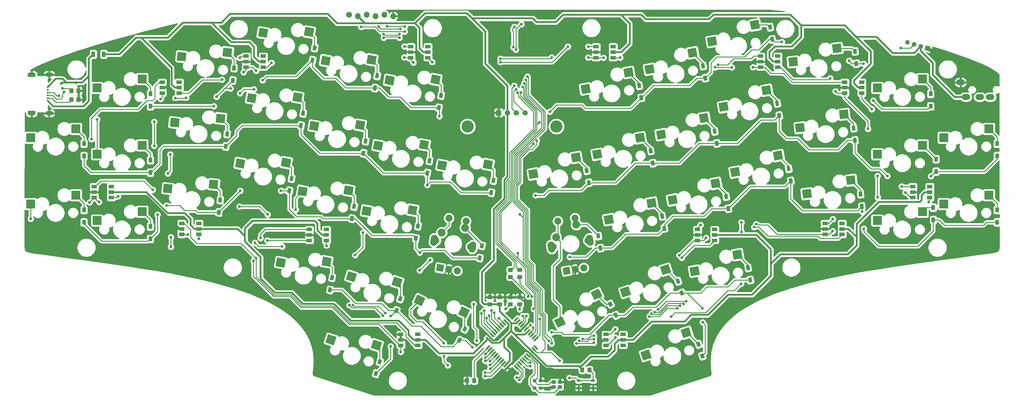
<source format=gbr>
%TF.GenerationSoftware,KiCad,Pcbnew,(5.1.6)-1*%
%TF.CreationDate,2020-09-17T21:57:32+09:00*%
%TF.ProjectId,yacc46,79616363-3436-42e6-9b69-6361645f7063,rev?*%
%TF.SameCoordinates,Original*%
%TF.FileFunction,Copper,L2,Bot*%
%TF.FilePolarity,Positive*%
%FSLAX46Y46*%
G04 Gerber Fmt 4.6, Leading zero omitted, Abs format (unit mm)*
G04 Created by KiCad (PCBNEW (5.1.6)-1) date 2020-09-17 21:57:32*
%MOMM*%
%LPD*%
G01*
G04 APERTURE LIST*
%TA.AperFunction,ComponentPad*%
%ADD10R,1.524000X1.524000*%
%TD*%
%TA.AperFunction,ComponentPad*%
%ADD11C,1.524000*%
%TD*%
%TA.AperFunction,ComponentPad*%
%ADD12O,2.500000X1.700000*%
%TD*%
%TA.AperFunction,ComponentPad*%
%ADD13C,2.250000*%
%TD*%
%TA.AperFunction,ComponentPad*%
%ADD14C,2.000000*%
%TD*%
%TA.AperFunction,ComponentPad*%
%ADD15C,0.100000*%
%TD*%
%TA.AperFunction,ComponentPad*%
%ADD16C,3.500000*%
%TD*%
%TA.AperFunction,ComponentPad*%
%ADD17C,0.600000*%
%TD*%
%TA.AperFunction,SMDPad,CuDef*%
%ADD18R,2.550000X2.500000*%
%TD*%
%TA.AperFunction,SMDPad,CuDef*%
%ADD19C,0.100000*%
%TD*%
%TA.AperFunction,SMDPad,CuDef*%
%ADD20R,1.000000X1.400000*%
%TD*%
%TA.AperFunction,ComponentPad*%
%ADD21O,1.700000X1.700000*%
%TD*%
%TA.AperFunction,ComponentPad*%
%ADD22C,1.700000*%
%TD*%
%TA.AperFunction,SMDPad,CuDef*%
%ADD23R,1.000000X1.600000*%
%TD*%
%TA.AperFunction,SMDPad,CuDef*%
%ADD24R,1.500000X1.000000*%
%TD*%
%TA.AperFunction,SMDPad,CuDef*%
%ADD25R,1.150000X1.000000*%
%TD*%
%TA.AperFunction,ComponentPad*%
%ADD26O,2.300000X1.200000*%
%TD*%
%TA.AperFunction,SMDPad,CuDef*%
%ADD27R,2.300000X0.250000*%
%TD*%
%TA.AperFunction,SMDPad,CuDef*%
%ADD28R,0.260000X0.650000*%
%TD*%
%TA.AperFunction,SMDPad,CuDef*%
%ADD29R,1.050000X0.650000*%
%TD*%
%TA.AperFunction,ViaPad*%
%ADD30C,0.800000*%
%TD*%
%TA.AperFunction,Conductor*%
%ADD31C,0.500000*%
%TD*%
%TA.AperFunction,Conductor*%
%ADD32C,0.250000*%
%TD*%
%TA.AperFunction,Conductor*%
%ADD33C,0.230000*%
%TD*%
%TA.AperFunction,Conductor*%
%ADD34C,0.254000*%
%TD*%
G04 APERTURE END LIST*
D10*
%TO.P,J2,1*%
%TO.N,GND*%
X160960600Y-56180000D03*
D11*
%TO.P,J2,2*%
%TO.N,VBUS*%
X163500600Y-56180000D03*
%TO.P,J2,3*%
%TO.N,SCL*%
X166040600Y-56180000D03*
%TO.P,J2,4*%
%TO.N,SDA*%
X168580600Y-56180000D03*
%TD*%
D12*
%TO.P,J5,A*%
%TO.N,GND*%
X293530000Y-47450000D03*
%TO.P,J5,D*%
%TO.N,VBUS*%
X295030000Y-51650000D03*
%TO.P,J5,C*%
%TO.N,SCL*%
X299030000Y-51650000D03*
%TO.P,J5,B*%
%TO.N,SDA*%
X302030000Y-51650000D03*
%TD*%
D13*
%TO.P,SW19,S2*%
%TO.N,Net-(D19-Pad2)*%
X151311876Y-89209681D03*
%TO.P,SW19,S1*%
%TO.N,COL6*%
X144617281Y-90608427D03*
D14*
%TO.P,SW19,*%
%TO.N,*%
X142925509Y-92889305D03*
X152931155Y-94653571D03*
%TA.AperFunction,ComponentPad*%
D15*
%TO.P,SW19,A*%
%TO.N,ENCL1*%
G36*
X144975111Y-101881832D02*
G01*
X143005495Y-101534536D01*
X143352791Y-99564920D01*
X145322407Y-99912216D01*
X144975111Y-101881832D01*
G37*
%TD.AperFunction*%
D14*
%TO.P,SW19,C*%
%TO.N,GND*%
X146625971Y-101157496D03*
%TO.P,SW19,B*%
%TO.N,ENCL2*%
X149087990Y-101591617D03*
%TO.P,SW19,*%
%TO.N,*%
%TA.AperFunction,ComponentPad*%
G36*
G01*
X142135572Y-94374700D02*
X142135572Y-94374701D01*
G75*
G02*
X141324412Y-93216245I173648J984808D01*
G01*
X141532790Y-92034475D01*
G75*
G02*
X142691246Y-91223315I984808J-173648D01*
G01*
X142691246Y-91223315D01*
G75*
G02*
X143502406Y-92381771I-173648J-984808D01*
G01*
X143294028Y-93563541D01*
G75*
G02*
X142135572Y-94374701I-984808J173648D01*
G01*
G37*
%TD.AperFunction*%
%TA.AperFunction,ComponentPad*%
G36*
G01*
X153165418Y-96319560D02*
X153165418Y-96319561D01*
G75*
G02*
X152354258Y-95161105I173648J984808D01*
G01*
X152562636Y-93979335D01*
G75*
G02*
X153721092Y-93168175I984808J-173648D01*
G01*
X153721092Y-93168175D01*
G75*
G02*
X154532252Y-94326631I-173648J-984808D01*
G01*
X154323874Y-95508401D01*
G75*
G02*
X153165418Y-96319561I-984808J173648D01*
G01*
G37*
%TD.AperFunction*%
%TO.P,SW19,S1*%
%TO.N,COL6*%
X146681850Y-86443663D03*
%TO.P,SW19,S2*%
%TO.N,Net-(D19-Pad2)*%
X151605889Y-87311904D03*
%TD*%
D13*
%TO.P,SW36,S2*%
%TO.N,Net-(D36-Pad2)*%
X183232192Y-88327548D03*
%TO.P,SW36,S1*%
%TO.N,COL6*%
X177419729Y-91931626D03*
D14*
%TO.P,SW36,*%
%TO.N,*%
X176610090Y-94653571D03*
X186615736Y-92889305D03*
%TA.AperFunction,ComponentPad*%
D15*
%TO.P,SW36,A*%
%TO.N,ENCR1*%
G36*
X181611711Y-102402777D02*
G01*
X179642095Y-102750073D01*
X179294799Y-100780457D01*
X181264415Y-100433161D01*
X181611711Y-102402777D01*
G37*
%TD.AperFunction*%
D14*
%TO.P,SW36,C*%
%TO.N,GND*%
X182915274Y-101157496D03*
%TO.P,SW36,B*%
%TO.N,ENCR2*%
X185377294Y-100723376D03*
%TO.P,SW36,*%
%TO.N,*%
%TA.AperFunction,ComponentPad*%
G36*
G01*
X176375827Y-96319560D02*
X176375827Y-96319561D01*
G75*
G02*
X175217371Y-95508401I-173648J984808D01*
G01*
X175008993Y-94326631D01*
G75*
G02*
X175820153Y-93168175I984808J173648D01*
G01*
X175820153Y-93168175D01*
G75*
G02*
X176978609Y-93979335I173648J-984808D01*
G01*
X177186987Y-95161105D01*
G75*
G02*
X176375827Y-96319561I-984808J-173648D01*
G01*
G37*
%TD.AperFunction*%
%TA.AperFunction,ComponentPad*%
G36*
G01*
X187405673Y-94374700D02*
X187405673Y-94374701D01*
G75*
G02*
X186247217Y-93563541I-173648J984808D01*
G01*
X186038839Y-92381771D01*
G75*
G02*
X186849999Y-91223315I984808J173648D01*
G01*
X186849999Y-91223315D01*
G75*
G02*
X188008455Y-92034475I173648J-984808D01*
G01*
X188216833Y-93216245D01*
G75*
G02*
X187405673Y-94374701I-984808J-173648D01*
G01*
G37*
%TD.AperFunction*%
%TO.P,SW36,S1*%
%TO.N,COL6*%
X177935356Y-87311904D03*
%TO.P,SW36,S2*%
%TO.N,Net-(D36-Pad2)*%
X182859395Y-86443663D03*
%TD*%
D16*
%TO.P,HOLE14,1*%
%TO.N,N/C*%
X177501200Y-60110000D03*
%TD*%
%TO.P,HOLE13,1*%
%TO.N,N/C*%
X152040000Y-60110000D03*
%TD*%
D17*
%TO.P,SW1,1*%
%TO.N,COL1*%
X45715000Y-49035000D03*
%TO.P,SW1,2*%
%TO.N,Net-(D1-Pad2)*%
X58642000Y-46495000D03*
D18*
X58642000Y-46495000D03*
%TO.P,SW1,1*%
%TO.N,COL1*%
X45715000Y-49035000D03*
%TD*%
D17*
%TO.P,SW2,1*%
%TO.N,COL2*%
X69995304Y-40039858D03*
%TO.P,SW2,2*%
%TO.N,Net-(D2-Pad2)*%
X83116991Y-38865012D03*
%TA.AperFunction,SMDPad,CuDef*%
D19*
G36*
X84515667Y-37755133D02*
G01*
X84254346Y-40241438D01*
X81718315Y-39974891D01*
X81979636Y-37488586D01*
X84515667Y-37755133D01*
G37*
%TD.AperFunction*%
%TA.AperFunction,SMDPad,CuDef*%
%TO.P,SW2,1*%
%TO.N,COL2*%
G36*
X71393980Y-38929979D02*
G01*
X71132659Y-41416284D01*
X68596628Y-41149737D01*
X68857949Y-38663432D01*
X71393980Y-38929979D01*
G37*
%TD.AperFunction*%
%TD*%
D17*
%TO.P,SW3,1*%
%TO.N,COL3*%
X93380267Y-33214266D03*
%TO.P,SW3,2*%
%TO.N,Net-(D3-Pad2)*%
X106551944Y-32957604D03*
%TA.AperFunction,SMDPad,CuDef*%
D19*
G36*
X108024634Y-31947996D02*
G01*
X107590514Y-34410015D01*
X105079254Y-33967212D01*
X105513374Y-31505193D01*
X108024634Y-31947996D01*
G37*
%TD.AperFunction*%
%TA.AperFunction,SMDPad,CuDef*%
%TO.P,SW3,1*%
%TO.N,COL3*%
G36*
X94852957Y-32204658D02*
G01*
X94418837Y-34666677D01*
X91907577Y-34223874D01*
X92341697Y-31761855D01*
X94852957Y-32204658D01*
G37*
%TD.AperFunction*%
%TD*%
D17*
%TO.P,SW4,1*%
%TO.N,COL4*%
X111313855Y-41212411D03*
%TO.P,SW4,2*%
%TO.N,Net-(D4-Pad2)*%
X124485532Y-40955749D03*
%TA.AperFunction,SMDPad,CuDef*%
D19*
G36*
X125958222Y-39946141D02*
G01*
X125524102Y-42408160D01*
X123012842Y-41965357D01*
X123446962Y-39503338D01*
X125958222Y-39946141D01*
G37*
%TD.AperFunction*%
%TA.AperFunction,SMDPad,CuDef*%
%TO.P,SW4,1*%
%TO.N,COL4*%
G36*
X112786545Y-40202803D02*
G01*
X112352425Y-42664822D01*
X109841165Y-42222019D01*
X110275285Y-39760000D01*
X112786545Y-40202803D01*
G37*
%TD.AperFunction*%
%TD*%
D17*
%TO.P,SW5,1*%
%TO.N,COL5*%
X129660943Y-46865482D03*
%TO.P,SW5,2*%
%TO.N,Net-(D5-Pad2)*%
X142832620Y-46608820D03*
%TA.AperFunction,SMDPad,CuDef*%
D19*
G36*
X144305310Y-45599212D02*
G01*
X143871190Y-48061231D01*
X141359930Y-47618428D01*
X141794050Y-45156409D01*
X144305310Y-45599212D01*
G37*
%TD.AperFunction*%
%TA.AperFunction,SMDPad,CuDef*%
%TO.P,SW5,1*%
%TO.N,COL5*%
G36*
X131133633Y-45855874D02*
G01*
X130699513Y-48317893D01*
X128188253Y-47875090D01*
X128622373Y-45413071D01*
X131133633Y-45855874D01*
G37*
%TD.AperFunction*%
%TD*%
D17*
%TO.P,SW6,1*%
%TO.N,COL0*%
X26665000Y-63322500D03*
%TO.P,SW6,2*%
%TO.N,Net-(D6-Pad2)*%
X39592000Y-60782500D03*
D18*
X39592000Y-60782500D03*
%TO.P,SW6,1*%
%TO.N,COL0*%
X26665000Y-63322500D03*
%TD*%
D17*
%TO.P,SW7,1*%
%TO.N,COL1*%
X45715000Y-68085000D03*
%TO.P,SW7,2*%
%TO.N,Net-(D7-Pad2)*%
X58642000Y-65545000D03*
D18*
X58642000Y-65545000D03*
%TO.P,SW7,1*%
%TO.N,COL1*%
X45715000Y-68085000D03*
%TD*%
D17*
%TO.P,SW8,1*%
%TO.N,COL2*%
X68004036Y-58985500D03*
%TO.P,SW8,2*%
%TO.N,Net-(D8-Pad2)*%
X81125723Y-57810654D03*
%TA.AperFunction,SMDPad,CuDef*%
D19*
G36*
X82524399Y-56700775D02*
G01*
X82263078Y-59187080D01*
X79727047Y-58920533D01*
X79988368Y-56434228D01*
X82524399Y-56700775D01*
G37*
%TD.AperFunction*%
%TA.AperFunction,SMDPad,CuDef*%
%TO.P,SW8,1*%
%TO.N,COL2*%
G36*
X69402712Y-57875621D02*
G01*
X69141391Y-60361926D01*
X66605360Y-60095379D01*
X66866681Y-57609074D01*
X69402712Y-57875621D01*
G37*
%TD.AperFunction*%
%TD*%
D17*
%TO.P,SW9,1*%
%TO.N,COL3*%
X90072269Y-51974854D03*
%TO.P,SW9,2*%
%TO.N,Net-(D9-Pad2)*%
X103243946Y-51718192D03*
%TA.AperFunction,SMDPad,CuDef*%
D19*
G36*
X104716636Y-50708584D02*
G01*
X104282516Y-53170603D01*
X101771256Y-52727800D01*
X102205376Y-50265781D01*
X104716636Y-50708584D01*
G37*
%TD.AperFunction*%
%TA.AperFunction,SMDPad,CuDef*%
%TO.P,SW9,1*%
%TO.N,COL3*%
G36*
X91544959Y-50965246D02*
G01*
X91110839Y-53427265D01*
X88599579Y-52984462D01*
X89033699Y-50522443D01*
X91544959Y-50965246D01*
G37*
%TD.AperFunction*%
%TD*%
D17*
%TO.P,SW10,1*%
%TO.N,COL4*%
X108005857Y-59972999D03*
%TO.P,SW10,2*%
%TO.N,Net-(D10-Pad2)*%
X121177534Y-59716337D03*
%TA.AperFunction,SMDPad,CuDef*%
D19*
G36*
X122650224Y-58706729D02*
G01*
X122216104Y-61168748D01*
X119704844Y-60725945D01*
X120138964Y-58263926D01*
X122650224Y-58706729D01*
G37*
%TD.AperFunction*%
%TA.AperFunction,SMDPad,CuDef*%
%TO.P,SW10,1*%
%TO.N,COL4*%
G36*
X109478547Y-58963391D02*
G01*
X109044427Y-61425410D01*
X106533167Y-60982607D01*
X106967287Y-58520588D01*
X109478547Y-58963391D01*
G37*
%TD.AperFunction*%
%TD*%
D17*
%TO.P,SW11,1*%
%TO.N,COL5*%
X126352945Y-65626070D03*
%TO.P,SW11,2*%
%TO.N,Net-(D11-Pad2)*%
X139524622Y-65369408D03*
%TA.AperFunction,SMDPad,CuDef*%
D19*
G36*
X140997312Y-64359800D02*
G01*
X140563192Y-66821819D01*
X138051932Y-66379016D01*
X138486052Y-63916997D01*
X140997312Y-64359800D01*
G37*
%TD.AperFunction*%
%TA.AperFunction,SMDPad,CuDef*%
%TO.P,SW11,1*%
%TO.N,COL5*%
G36*
X127825635Y-64616462D02*
G01*
X127391515Y-67078481D01*
X124880255Y-66635678D01*
X125314375Y-64173659D01*
X127825635Y-64616462D01*
G37*
%TD.AperFunction*%
%TD*%
D17*
%TO.P,SW12,1*%
%TO.N,COL6*%
X144700033Y-71279141D03*
%TO.P,SW12,2*%
%TO.N,Net-(D12-Pad2)*%
X157871710Y-71022479D03*
%TA.AperFunction,SMDPad,CuDef*%
D19*
G36*
X159344400Y-70012871D02*
G01*
X158910280Y-72474890D01*
X156399020Y-72032087D01*
X156833140Y-69570068D01*
X159344400Y-70012871D01*
G37*
%TD.AperFunction*%
%TA.AperFunction,SMDPad,CuDef*%
%TO.P,SW12,1*%
%TO.N,COL6*%
G36*
X146172723Y-70269533D02*
G01*
X145738603Y-72731552D01*
X143227343Y-72288749D01*
X143661463Y-69826730D01*
X146172723Y-70269533D01*
G37*
%TD.AperFunction*%
%TD*%
D17*
%TO.P,SW13,1*%
%TO.N,COL0*%
X26665000Y-82372500D03*
%TO.P,SW13,2*%
%TO.N,Net-(D13-Pad2)*%
X39592000Y-79832500D03*
D18*
X39592000Y-79832500D03*
%TO.P,SW13,1*%
%TO.N,COL0*%
X26665000Y-82372500D03*
%TD*%
D17*
%TO.P,SW14,1*%
%TO.N,COL1*%
X45715000Y-87135000D03*
%TO.P,SW14,2*%
%TO.N,Net-(D14-Pad2)*%
X58642000Y-84595000D03*
D18*
X58642000Y-84595000D03*
%TO.P,SW14,1*%
%TO.N,COL1*%
X45715000Y-87135000D03*
%TD*%
D17*
%TO.P,SW15,1*%
%TO.N,COL2*%
X66012769Y-77931142D03*
%TO.P,SW15,2*%
%TO.N,Net-(D15-Pad2)*%
X79134456Y-76756296D03*
%TA.AperFunction,SMDPad,CuDef*%
D19*
G36*
X80533132Y-75646417D02*
G01*
X80271811Y-78132722D01*
X77735780Y-77866175D01*
X77997101Y-75379870D01*
X80533132Y-75646417D01*
G37*
%TD.AperFunction*%
%TA.AperFunction,SMDPad,CuDef*%
%TO.P,SW15,1*%
%TO.N,COL2*%
G36*
X67411445Y-76821263D02*
G01*
X67150124Y-79307568D01*
X64614093Y-79041021D01*
X64875414Y-76554716D01*
X67411445Y-76821263D01*
G37*
%TD.AperFunction*%
%TD*%
D17*
%TO.P,SW16,1*%
%TO.N,COL3*%
X86764271Y-70735442D03*
%TO.P,SW16,2*%
%TO.N,Net-(D16-Pad2)*%
X99935948Y-70478780D03*
%TA.AperFunction,SMDPad,CuDef*%
D19*
G36*
X101408638Y-69469172D02*
G01*
X100974518Y-71931191D01*
X98463258Y-71488388D01*
X98897378Y-69026369D01*
X101408638Y-69469172D01*
G37*
%TD.AperFunction*%
%TA.AperFunction,SMDPad,CuDef*%
%TO.P,SW16,1*%
%TO.N,COL3*%
G36*
X88236961Y-69725834D02*
G01*
X87802841Y-72187853D01*
X85291581Y-71745050D01*
X85725701Y-69283031D01*
X88236961Y-69725834D01*
G37*
%TD.AperFunction*%
%TD*%
D17*
%TO.P,SW17,1*%
%TO.N,COL4*%
X104697859Y-78733586D03*
%TO.P,SW17,2*%
%TO.N,Net-(D17-Pad2)*%
X117869536Y-78476924D03*
%TA.AperFunction,SMDPad,CuDef*%
D19*
G36*
X119342226Y-77467316D02*
G01*
X118908106Y-79929335D01*
X116396846Y-79486532D01*
X116830966Y-77024513D01*
X119342226Y-77467316D01*
G37*
%TD.AperFunction*%
%TA.AperFunction,SMDPad,CuDef*%
%TO.P,SW17,1*%
%TO.N,COL4*%
G36*
X106170549Y-77723978D02*
G01*
X105736429Y-80185997D01*
X103225169Y-79743194D01*
X103659289Y-77281175D01*
X106170549Y-77723978D01*
G37*
%TD.AperFunction*%
%TD*%
D17*
%TO.P,SW18,1*%
%TO.N,COL5*%
X123044947Y-84386658D03*
%TO.P,SW18,2*%
%TO.N,Net-(D18-Pad2)*%
X136216624Y-84129996D03*
%TA.AperFunction,SMDPad,CuDef*%
D19*
G36*
X137689314Y-83120388D02*
G01*
X137255194Y-85582407D01*
X134743934Y-85139604D01*
X135178054Y-82677585D01*
X137689314Y-83120388D01*
G37*
%TD.AperFunction*%
%TA.AperFunction,SMDPad,CuDef*%
%TO.P,SW18,1*%
%TO.N,COL5*%
G36*
X124517637Y-83377050D02*
G01*
X124083517Y-85839069D01*
X121572257Y-85396266D01*
X122006377Y-82934247D01*
X124517637Y-83377050D01*
G37*
%TD.AperFunction*%
%TD*%
D17*
%TO.P,SW20,1*%
%TO.N,COL4*%
X98397586Y-99196287D03*
%TO.P,SW20,2*%
%TO.N,Net-(D20-Pad2)*%
X111569263Y-98939625D03*
%TA.AperFunction,SMDPad,CuDef*%
D19*
G36*
X113041953Y-97930017D02*
G01*
X112607833Y-100392036D01*
X110096573Y-99949233D01*
X110530693Y-97487214D01*
X113041953Y-97930017D01*
G37*
%TD.AperFunction*%
%TA.AperFunction,SMDPad,CuDef*%
%TO.P,SW20,1*%
%TO.N,COL4*%
G36*
X99870276Y-98186679D02*
G01*
X99436156Y-100648698D01*
X96924896Y-100205895D01*
X97359016Y-97743876D01*
X99870276Y-98186679D01*
G37*
%TD.AperFunction*%
%TD*%
D17*
%TO.P,SW21,1*%
%TO.N,COL5*%
X118709046Y-103241793D03*
%TO.P,SW21,2*%
%TO.N,Net-(D21-Pad2)*%
X131788256Y-104820772D03*
%TA.AperFunction,SMDPad,CuDef*%
D19*
G36*
X133387124Y-104025948D02*
G01*
X132614582Y-106403589D01*
X130189388Y-105615596D01*
X130961930Y-103237955D01*
X133387124Y-104025948D01*
G37*
%TD.AperFunction*%
%TA.AperFunction,SMDPad,CuDef*%
%TO.P,SW21,1*%
%TO.N,COL5*%
G36*
X120307914Y-102446969D02*
G01*
X119535372Y-104824610D01*
X117110178Y-104036617D01*
X117882720Y-101658976D01*
X120307914Y-102446969D01*
G37*
%TD.AperFunction*%
%TD*%
D17*
%TO.P,SW22,1*%
%TO.N,COL6*%
X138259810Y-110074738D03*
%TO.P,SW22,2*%
%TO.N,Net-(D22-Pad2)*%
X150991983Y-113458624D03*
%TA.AperFunction,SMDPad,CuDef*%
D19*
G36*
X152685909Y-112894055D02*
G01*
X151589981Y-115141040D01*
X149298057Y-114023193D01*
X150393985Y-111776208D01*
X152685909Y-112894055D01*
G37*
%TD.AperFunction*%
%TA.AperFunction,SMDPad,CuDef*%
%TO.P,SW22,1*%
%TO.N,COL6*%
G36*
X139953736Y-109510169D02*
G01*
X138857808Y-111757154D01*
X136565884Y-110639307D01*
X137661812Y-108392322D01*
X139953736Y-109510169D01*
G37*
%TD.AperFunction*%
%TD*%
D17*
%TO.P,SW23,1*%
%TO.N,COL3*%
X112822272Y-121359419D03*
%TO.P,SW23,2*%
%TO.N,Net-(D23-Pad2)*%
X125901482Y-122938398D03*
%TA.AperFunction,SMDPad,CuDef*%
D19*
G36*
X127500350Y-122143574D02*
G01*
X126727808Y-124521215D01*
X124302614Y-123733222D01*
X125075156Y-121355581D01*
X127500350Y-122143574D01*
G37*
%TD.AperFunction*%
%TA.AperFunction,SMDPad,CuDef*%
%TO.P,SW23,1*%
%TO.N,COL3*%
G36*
X114421140Y-120564595D02*
G01*
X113648598Y-122942236D01*
X111223404Y-122154243D01*
X111995946Y-119776602D01*
X114421140Y-120564595D01*
G37*
%TD.AperFunction*%
%TD*%
D17*
%TO.P,SW24,1*%
%TO.N,COL5*%
X185925576Y-49326077D03*
%TO.P,SW24,2*%
%TO.N,Net-(D24-Pad2)*%
X198215119Y-44579915D03*
%TA.AperFunction,SMDPad,CuDef*%
D19*
G36*
X199253689Y-43127504D02*
G01*
X199687809Y-45589523D01*
X197176549Y-46032326D01*
X196742429Y-43570307D01*
X199253689Y-43127504D01*
G37*
%TD.AperFunction*%
%TA.AperFunction,SMDPad,CuDef*%
%TO.P,SW24,1*%
%TO.N,COL5*%
G36*
X186964146Y-47873666D02*
G01*
X187398266Y-50335685D01*
X184887006Y-50778488D01*
X184452886Y-48316469D01*
X186964146Y-47873666D01*
G37*
%TD.AperFunction*%
%TD*%
D17*
%TO.P,SW25,1*%
%TO.N,COL4*%
X204272664Y-43673006D03*
%TO.P,SW25,2*%
%TO.N,Net-(D25-Pad2)*%
X216562207Y-38926844D03*
%TA.AperFunction,SMDPad,CuDef*%
D19*
G36*
X217600777Y-37474433D02*
G01*
X218034897Y-39936452D01*
X215523637Y-40379255D01*
X215089517Y-37917236D01*
X217600777Y-37474433D01*
G37*
%TD.AperFunction*%
%TA.AperFunction,SMDPad,CuDef*%
%TO.P,SW25,1*%
%TO.N,COL4*%
G36*
X205311234Y-42220595D02*
G01*
X205745354Y-44682614D01*
X203234094Y-45125417D01*
X202799974Y-42663398D01*
X205311234Y-42220595D01*
G37*
%TD.AperFunction*%
%TD*%
D17*
%TO.P,SW26,1*%
%TO.N,COL3*%
X222206252Y-35674861D03*
%TO.P,SW26,2*%
%TO.N,Net-(D26-Pad2)*%
X234495795Y-30928699D03*
%TA.AperFunction,SMDPad,CuDef*%
D19*
G36*
X235534365Y-29476288D02*
G01*
X235968485Y-31938307D01*
X233457225Y-32381110D01*
X233023105Y-29919091D01*
X235534365Y-29476288D01*
G37*
%TD.AperFunction*%
%TA.AperFunction,SMDPad,CuDef*%
%TO.P,SW26,1*%
%TO.N,COL3*%
G36*
X223244822Y-34222450D02*
G01*
X223678942Y-36684469D01*
X221167682Y-37127272D01*
X220733562Y-34665253D01*
X223244822Y-34222450D01*
G37*
%TD.AperFunction*%
%TD*%
D17*
%TO.P,SW27,1*%
%TO.N,COL2*%
X245453566Y-41521027D03*
%TO.P,SW27,2*%
%TO.N,Net-(D27-Pad2)*%
X258044248Y-37643701D03*
%TA.AperFunction,SMDPad,CuDef*%
D19*
G36*
X259181603Y-36267275D02*
G01*
X259442924Y-38753580D01*
X256906893Y-39020127D01*
X256645572Y-36533822D01*
X259181603Y-36267275D01*
G37*
%TD.AperFunction*%
%TA.AperFunction,SMDPad,CuDef*%
%TO.P,SW27,1*%
%TO.N,COL2*%
G36*
X246590921Y-40144601D02*
G01*
X246852242Y-42630906D01*
X244316211Y-42897453D01*
X244054890Y-40411148D01*
X246590921Y-40144601D01*
G37*
%TD.AperFunction*%
%TD*%
D17*
%TO.P,SW28,1*%
%TO.N,COL1*%
X269656245Y-49035000D03*
%TO.P,SW28,2*%
%TO.N,Net-(D28-Pad2)*%
X282583245Y-46495000D03*
D18*
X282583245Y-46495000D03*
%TO.P,SW28,1*%
%TO.N,COL1*%
X269656245Y-49035000D03*
%TD*%
D17*
%TO.P,SW29,1*%
%TO.N,COL6*%
X170886486Y-73739736D03*
%TO.P,SW29,2*%
%TO.N,Net-(D29-Pad2)*%
X183176029Y-68993574D03*
%TA.AperFunction,SMDPad,CuDef*%
D19*
G36*
X184214599Y-67541163D02*
G01*
X184648719Y-70003182D01*
X182137459Y-70445985D01*
X181703339Y-67983966D01*
X184214599Y-67541163D01*
G37*
%TD.AperFunction*%
%TA.AperFunction,SMDPad,CuDef*%
%TO.P,SW29,1*%
%TO.N,COL6*%
G36*
X171925056Y-72287325D02*
G01*
X172359176Y-74749344D01*
X169847916Y-75192147D01*
X169413796Y-72730128D01*
X171925056Y-72287325D01*
G37*
%TD.AperFunction*%
%TD*%
D17*
%TO.P,SW30,1*%
%TO.N,COL5*%
X189233574Y-68086665D03*
%TO.P,SW30,2*%
%TO.N,Net-(D30-Pad2)*%
X201523117Y-63340503D03*
%TA.AperFunction,SMDPad,CuDef*%
D19*
G36*
X202561687Y-61888092D02*
G01*
X202995807Y-64350111D01*
X200484547Y-64792914D01*
X200050427Y-62330895D01*
X202561687Y-61888092D01*
G37*
%TD.AperFunction*%
%TA.AperFunction,SMDPad,CuDef*%
%TO.P,SW30,1*%
%TO.N,COL5*%
G36*
X190272144Y-66634254D02*
G01*
X190706264Y-69096273D01*
X188195004Y-69539076D01*
X187760884Y-67077057D01*
X190272144Y-66634254D01*
G37*
%TD.AperFunction*%
%TD*%
D17*
%TO.P,SW31,1*%
%TO.N,COL4*%
X207580662Y-62433594D03*
%TO.P,SW31,2*%
%TO.N,Net-(D31-Pad2)*%
X219870205Y-57687432D03*
%TA.AperFunction,SMDPad,CuDef*%
D19*
G36*
X220908775Y-56235021D02*
G01*
X221342895Y-58697040D01*
X218831635Y-59139843D01*
X218397515Y-56677824D01*
X220908775Y-56235021D01*
G37*
%TD.AperFunction*%
%TA.AperFunction,SMDPad,CuDef*%
%TO.P,SW31,1*%
%TO.N,COL4*%
G36*
X208619232Y-60981183D02*
G01*
X209053352Y-63443202D01*
X206542092Y-63886005D01*
X206107972Y-61423986D01*
X208619232Y-60981183D01*
G37*
%TD.AperFunction*%
%TD*%
D17*
%TO.P,SW32,1*%
%TO.N,COL3*%
X225514250Y-54435449D03*
%TO.P,SW32,2*%
%TO.N,Net-(D32-Pad2)*%
X237803793Y-49689287D03*
%TA.AperFunction,SMDPad,CuDef*%
D19*
G36*
X238842363Y-48236876D02*
G01*
X239276483Y-50698895D01*
X236765223Y-51141698D01*
X236331103Y-48679679D01*
X238842363Y-48236876D01*
G37*
%TD.AperFunction*%
%TA.AperFunction,SMDPad,CuDef*%
%TO.P,SW32,1*%
%TO.N,COL3*%
G36*
X226552820Y-52983038D02*
G01*
X226986940Y-55445057D01*
X224475680Y-55887860D01*
X224041560Y-53425841D01*
X226552820Y-52983038D01*
G37*
%TD.AperFunction*%
%TD*%
D17*
%TO.P,SW33,1*%
%TO.N,COL2*%
X247444834Y-60466669D03*
%TO.P,SW33,2*%
%TO.N,Net-(D33-Pad2)*%
X260035516Y-56589343D03*
%TA.AperFunction,SMDPad,CuDef*%
D19*
G36*
X261172871Y-55212917D02*
G01*
X261434192Y-57699222D01*
X258898161Y-57965769D01*
X258636840Y-55479464D01*
X261172871Y-55212917D01*
G37*
%TD.AperFunction*%
%TA.AperFunction,SMDPad,CuDef*%
%TO.P,SW33,1*%
%TO.N,COL2*%
G36*
X248582189Y-59090243D02*
G01*
X248843510Y-61576548D01*
X246307479Y-61843095D01*
X246046158Y-59356790D01*
X248582189Y-59090243D01*
G37*
%TD.AperFunction*%
%TD*%
D17*
%TO.P,SW34,1*%
%TO.N,COL1*%
X269656245Y-68085000D03*
%TO.P,SW34,2*%
%TO.N,Net-(D34-Pad2)*%
X282583245Y-65545000D03*
D18*
X282583245Y-65545000D03*
%TO.P,SW34,1*%
%TO.N,COL1*%
X269656245Y-68085000D03*
%TD*%
D17*
%TO.P,SW35,1*%
%TO.N,COL0*%
X288706245Y-63322500D03*
%TO.P,SW35,2*%
%TO.N,Net-(D35-Pad2)*%
X301633245Y-60782500D03*
D18*
X301633245Y-60782500D03*
%TO.P,SW35,1*%
%TO.N,COL0*%
X288706245Y-63322500D03*
%TD*%
D17*
%TO.P,SW37,1*%
%TO.N,COL5*%
X192541572Y-86847253D03*
%TO.P,SW37,2*%
%TO.N,Net-(D37-Pad2)*%
X204831115Y-82101091D03*
%TA.AperFunction,SMDPad,CuDef*%
D19*
G36*
X205869685Y-80648680D02*
G01*
X206303805Y-83110699D01*
X203792545Y-83553502D01*
X203358425Y-81091483D01*
X205869685Y-80648680D01*
G37*
%TD.AperFunction*%
%TA.AperFunction,SMDPad,CuDef*%
%TO.P,SW37,1*%
%TO.N,COL5*%
G36*
X193580142Y-85394842D02*
G01*
X194014262Y-87856861D01*
X191503002Y-88299664D01*
X191068882Y-85837645D01*
X193580142Y-85394842D01*
G37*
%TD.AperFunction*%
%TD*%
D17*
%TO.P,SW38,1*%
%TO.N,COL4*%
X210888660Y-81194181D03*
%TO.P,SW38,2*%
%TO.N,Net-(D38-Pad2)*%
X223178203Y-76448019D03*
%TA.AperFunction,SMDPad,CuDef*%
D19*
G36*
X224216773Y-74995608D02*
G01*
X224650893Y-77457627D01*
X222139633Y-77900430D01*
X221705513Y-75438411D01*
X224216773Y-74995608D01*
G37*
%TD.AperFunction*%
%TA.AperFunction,SMDPad,CuDef*%
%TO.P,SW38,1*%
%TO.N,COL4*%
G36*
X211927230Y-79741770D02*
G01*
X212361350Y-82203789D01*
X209850090Y-82646592D01*
X209415970Y-80184573D01*
X211927230Y-79741770D01*
G37*
%TD.AperFunction*%
%TD*%
D17*
%TO.P,SW39,1*%
%TO.N,COL3*%
X228822248Y-73196037D03*
%TO.P,SW39,2*%
%TO.N,Net-(D39-Pad2)*%
X241111791Y-68449875D03*
%TA.AperFunction,SMDPad,CuDef*%
D19*
G36*
X242150361Y-66997464D02*
G01*
X242584481Y-69459483D01*
X240073221Y-69902286D01*
X239639101Y-67440267D01*
X242150361Y-66997464D01*
G37*
%TD.AperFunction*%
%TA.AperFunction,SMDPad,CuDef*%
%TO.P,SW39,1*%
%TO.N,COL3*%
G36*
X229860818Y-71743626D02*
G01*
X230294938Y-74205645D01*
X227783678Y-74648448D01*
X227349558Y-72186429D01*
X229860818Y-71743626D01*
G37*
%TD.AperFunction*%
%TD*%
D17*
%TO.P,SW40,1*%
%TO.N,COL2*%
X249436101Y-79412311D03*
%TO.P,SW40,2*%
%TO.N,Net-(D40-Pad2)*%
X262026783Y-75534985D03*
%TA.AperFunction,SMDPad,CuDef*%
D19*
G36*
X263164138Y-74158559D02*
G01*
X263425459Y-76644864D01*
X260889428Y-76911411D01*
X260628107Y-74425106D01*
X263164138Y-74158559D01*
G37*
%TD.AperFunction*%
%TA.AperFunction,SMDPad,CuDef*%
%TO.P,SW40,1*%
%TO.N,COL2*%
G36*
X250573456Y-78035885D02*
G01*
X250834777Y-80522190D01*
X248298746Y-80788737D01*
X248037425Y-78302432D01*
X250573456Y-78035885D01*
G37*
%TD.AperFunction*%
%TD*%
D17*
%TO.P,SW41,1*%
%TO.N,COL1*%
X269656245Y-87135000D03*
%TO.P,SW41,2*%
%TO.N,Net-(D41-Pad2)*%
X282583245Y-84595000D03*
D18*
X282583245Y-84595000D03*
%TO.P,SW41,1*%
%TO.N,COL1*%
X269656245Y-87135000D03*
%TD*%
D17*
%TO.P,SW42,1*%
%TO.N,COL0*%
X288706245Y-82372500D03*
%TO.P,SW42,2*%
%TO.N,Net-(D42-Pad2)*%
X301633245Y-79832500D03*
D18*
X301633245Y-79832500D03*
%TO.P,SW42,1*%
%TO.N,COL0*%
X288706245Y-82372500D03*
%TD*%
D17*
%TO.P,SW43,1*%
%TO.N,COL6*%
X178545523Y-116286457D03*
%TO.P,SW43,2*%
%TO.N,Net-(D43-Pad2)*%
X189050771Y-108336696D03*
%TA.AperFunction,SMDPad,CuDef*%
D19*
G36*
X189648769Y-106654280D02*
G01*
X190744697Y-108901265D01*
X188452773Y-110019112D01*
X187356845Y-107772127D01*
X189648769Y-106654280D01*
G37*
%TD.AperFunction*%
%TA.AperFunction,SMDPad,CuDef*%
%TO.P,SW43,1*%
%TO.N,COL6*%
G36*
X179143521Y-114604041D02*
G01*
X180239449Y-116851026D01*
X177947525Y-117968873D01*
X176851597Y-115721888D01*
X179143521Y-114604041D01*
G37*
%TD.AperFunction*%
%TD*%
D17*
%TO.P,SW44,1*%
%TO.N,COL5*%
X197355728Y-107620564D03*
%TO.P,SW44,2*%
%TO.N,Net-(D44-Pad2)*%
X208865133Y-101210218D03*
%TA.AperFunction,SMDPad,CuDef*%
D19*
G36*
X209691459Y-99627401D02*
G01*
X210464001Y-102005042D01*
X208038807Y-102793035D01*
X207266265Y-100415394D01*
X209691459Y-99627401D01*
G37*
%TD.AperFunction*%
%TA.AperFunction,SMDPad,CuDef*%
%TO.P,SW44,1*%
%TO.N,COL5*%
G36*
X198182054Y-106037747D02*
G01*
X198954596Y-108415388D01*
X196529402Y-109203381D01*
X195756860Y-106825740D01*
X198182054Y-106037747D01*
G37*
%TD.AperFunction*%
%TD*%
D17*
%TO.P,SW45,1*%
%TO.N,COL4*%
X217188933Y-101656882D03*
%TO.P,SW45,2*%
%TO.N,Net-(D45-Pad2)*%
X229478476Y-96910720D03*
%TA.AperFunction,SMDPad,CuDef*%
D19*
G36*
X230517046Y-95458309D02*
G01*
X230951166Y-97920328D01*
X228439906Y-98363131D01*
X228005786Y-95901112D01*
X230517046Y-95458309D01*
G37*
%TD.AperFunction*%
%TA.AperFunction,SMDPad,CuDef*%
%TO.P,SW45,1*%
%TO.N,COL4*%
G36*
X218227503Y-100204471D02*
G01*
X218661623Y-102666490D01*
X216150363Y-103109293D01*
X215716243Y-100647274D01*
X218227503Y-100204471D01*
G37*
%TD.AperFunction*%
%TD*%
D17*
%TO.P,SW46,1*%
%TO.N,COL3*%
X203242502Y-125738190D03*
%TO.P,SW46,2*%
%TO.N,Net-(D46-Pad2)*%
X214751907Y-119327844D03*
%TA.AperFunction,SMDPad,CuDef*%
D19*
G36*
X215578233Y-117745027D02*
G01*
X216350775Y-120122668D01*
X213925581Y-120910661D01*
X213153039Y-118533020D01*
X215578233Y-117745027D01*
G37*
%TD.AperFunction*%
%TA.AperFunction,SMDPad,CuDef*%
%TO.P,SW46,1*%
%TO.N,COL3*%
G36*
X204068828Y-124155373D02*
G01*
X204841370Y-126533014D01*
X202416176Y-127321007D01*
X201643634Y-124943366D01*
X204068828Y-124155373D01*
G37*
%TD.AperFunction*%
%TD*%
D20*
%TO.P,D6,2*%
%TO.N,Net-(D6-Pad2)*%
X41941500Y-65040000D03*
%TO.P,D6,1*%
%TO.N,ROWL1*%
X41941500Y-68590000D03*
%TD*%
%TA.AperFunction,SMDPad,CuDef*%
D19*
%TO.P,D46,2*%
%TO.N,Net-(D46-Pad2)*%
G36*
X218993894Y-123162162D02*
G01*
X218042838Y-123471179D01*
X217610214Y-122139700D01*
X218561270Y-121830683D01*
X218993894Y-123162162D01*
G37*
%TD.AperFunction*%
%TA.AperFunction,SMDPad,CuDef*%
%TO.P,D46,1*%
%TO.N,ROWR3*%
G36*
X220090904Y-126538412D02*
G01*
X219139848Y-126847429D01*
X218707224Y-125515950D01*
X219658280Y-125206933D01*
X220090904Y-126538412D01*
G37*
%TD.AperFunction*%
%TD*%
%TA.AperFunction,SMDPad,CuDef*%
%TO.P,D45,2*%
%TO.N,Net-(D45-Pad2)*%
G36*
X233145546Y-101298093D02*
G01*
X232160738Y-101471742D01*
X231917630Y-100093011D01*
X232902438Y-99919362D01*
X233145546Y-101298093D01*
G37*
%TD.AperFunction*%
%TA.AperFunction,SMDPad,CuDef*%
%TO.P,D45,1*%
%TO.N,ROWR3*%
G36*
X233761998Y-104794161D02*
G01*
X232777190Y-104967810D01*
X232534082Y-103589079D01*
X233518890Y-103415430D01*
X233761998Y-104794161D01*
G37*
%TD.AperFunction*%
%TD*%
%TA.AperFunction,SMDPad,CuDef*%
%TO.P,D44,2*%
%TO.N,Net-(D44-Pad2)*%
G36*
X213107120Y-105044536D02*
G01*
X212156064Y-105353553D01*
X211723440Y-104022074D01*
X212674496Y-103713057D01*
X213107120Y-105044536D01*
G37*
%TD.AperFunction*%
%TA.AperFunction,SMDPad,CuDef*%
%TO.P,D44,1*%
%TO.N,ROWR3*%
G36*
X214204130Y-108420786D02*
G01*
X213253074Y-108729803D01*
X212820450Y-107398324D01*
X213771506Y-107089307D01*
X214204130Y-108420786D01*
G37*
%TD.AperFunction*%
%TD*%
%TA.AperFunction,SMDPad,CuDef*%
%TO.P,D43,2*%
%TO.N,Net-(D43-Pad2)*%
G36*
X193785109Y-111543329D02*
G01*
X192886315Y-111981700D01*
X192272595Y-110723389D01*
X193171389Y-110285018D01*
X193785109Y-111543329D01*
G37*
%TD.AperFunction*%
%TA.AperFunction,SMDPad,CuDef*%
%TO.P,D43,1*%
%TO.N,ROWR3*%
G36*
X195341327Y-114734047D02*
G01*
X194442533Y-115172418D01*
X193828813Y-113914107D01*
X194727607Y-113475736D01*
X195341327Y-114734047D01*
G37*
%TD.AperFunction*%
%TD*%
D20*
%TO.P,D42,2*%
%TO.N,Net-(D42-Pad2)*%
X303982745Y-84090000D03*
%TO.P,D42,1*%
%TO.N,ROWR2*%
X303982745Y-87640000D03*
%TD*%
%TO.P,D41,2*%
%TO.N,Net-(D41-Pad2)*%
X285690000Y-83415000D03*
%TO.P,D41,1*%
%TO.N,ROWR2*%
X285690000Y-86965000D03*
%TD*%
%TA.AperFunction,SMDPad,CuDef*%
D19*
%TO.P,D40,2*%
%TO.N,Net-(D40-Pad2)*%
G36*
X265378873Y-80167474D02*
G01*
X264384351Y-80272003D01*
X264238011Y-78879672D01*
X265232533Y-78775143D01*
X265378873Y-80167474D01*
G37*
%TD.AperFunction*%
%TA.AperFunction,SMDPad,CuDef*%
%TO.P,D40,1*%
%TO.N,ROWR2*%
G36*
X265749949Y-83698026D02*
G01*
X264755427Y-83802555D01*
X264609087Y-82410224D01*
X265603609Y-82305695D01*
X265749949Y-83698026D01*
G37*
%TD.AperFunction*%
%TD*%
%TA.AperFunction,SMDPad,CuDef*%
%TO.P,D39,2*%
%TO.N,Net-(D39-Pad2)*%
G36*
X244778861Y-72837248D02*
G01*
X243794053Y-73010897D01*
X243550945Y-71632166D01*
X244535753Y-71458517D01*
X244778861Y-72837248D01*
G37*
%TD.AperFunction*%
%TA.AperFunction,SMDPad,CuDef*%
%TO.P,D39,1*%
%TO.N,ROWR2*%
G36*
X245395313Y-76333316D02*
G01*
X244410505Y-76506965D01*
X244167397Y-75128234D01*
X245152205Y-74954585D01*
X245395313Y-76333316D01*
G37*
%TD.AperFunction*%
%TD*%
%TA.AperFunction,SMDPad,CuDef*%
%TO.P,D38,2*%
%TO.N,Net-(D38-Pad2)*%
G36*
X226845273Y-80835392D02*
G01*
X225860465Y-81009041D01*
X225617357Y-79630310D01*
X226602165Y-79456661D01*
X226845273Y-80835392D01*
G37*
%TD.AperFunction*%
%TA.AperFunction,SMDPad,CuDef*%
%TO.P,D38,1*%
%TO.N,ROWR2*%
G36*
X227461725Y-84331460D02*
G01*
X226476917Y-84505109D01*
X226233809Y-83126378D01*
X227218617Y-82952729D01*
X227461725Y-84331460D01*
G37*
%TD.AperFunction*%
%TD*%
%TA.AperFunction,SMDPad,CuDef*%
%TO.P,D37,2*%
%TO.N,Net-(D37-Pad2)*%
G36*
X208498185Y-86488464D02*
G01*
X207513377Y-86662113D01*
X207270269Y-85283382D01*
X208255077Y-85109733D01*
X208498185Y-86488464D01*
G37*
%TD.AperFunction*%
%TA.AperFunction,SMDPad,CuDef*%
%TO.P,D37,1*%
%TO.N,ROWR2*%
G36*
X209114637Y-89984532D02*
G01*
X208129829Y-90158181D01*
X207886721Y-88779450D01*
X208871529Y-88605801D01*
X209114637Y-89984532D01*
G37*
%TD.AperFunction*%
%TD*%
%TA.AperFunction,SMDPad,CuDef*%
%TO.P,D36,2*%
%TO.N,Net-(D36-Pad2)*%
G36*
X190151097Y-92141535D02*
G01*
X189166289Y-92315184D01*
X188923181Y-90936453D01*
X189907989Y-90762804D01*
X190151097Y-92141535D01*
G37*
%TD.AperFunction*%
%TA.AperFunction,SMDPad,CuDef*%
%TO.P,D36,1*%
%TO.N,ROWR2*%
G36*
X190767549Y-95637603D02*
G01*
X189782741Y-95811252D01*
X189539633Y-94432521D01*
X190524441Y-94258872D01*
X190767549Y-95637603D01*
G37*
%TD.AperFunction*%
%TD*%
D20*
%TO.P,D35,2*%
%TO.N,Net-(D35-Pad2)*%
X303982745Y-65040000D03*
%TO.P,D35,1*%
%TO.N,MOSI*%
X303982745Y-68590000D03*
%TD*%
%TO.P,D34,2*%
%TO.N,Net-(D34-Pad2)*%
X286470000Y-69495000D03*
%TO.P,D34,1*%
%TO.N,MOSI*%
X286470000Y-73045000D03*
%TD*%
%TA.AperFunction,SMDPad,CuDef*%
D19*
%TO.P,D33,2*%
%TO.N,Net-(D33-Pad2)*%
G36*
X263387606Y-61221832D02*
G01*
X262393084Y-61326361D01*
X262246744Y-59934030D01*
X263241266Y-59829501D01*
X263387606Y-61221832D01*
G37*
%TD.AperFunction*%
%TA.AperFunction,SMDPad,CuDef*%
%TO.P,D33,1*%
%TO.N,MOSI*%
G36*
X263758682Y-64752384D02*
G01*
X262764160Y-64856913D01*
X262617820Y-63464582D01*
X263612342Y-63360053D01*
X263758682Y-64752384D01*
G37*
%TD.AperFunction*%
%TD*%
%TA.AperFunction,SMDPad,CuDef*%
%TO.P,D32,2*%
%TO.N,Net-(D32-Pad2)*%
G36*
X241470863Y-54076660D02*
G01*
X240486055Y-54250309D01*
X240242947Y-52871578D01*
X241227755Y-52697929D01*
X241470863Y-54076660D01*
G37*
%TD.AperFunction*%
%TA.AperFunction,SMDPad,CuDef*%
%TO.P,D32,1*%
%TO.N,MOSI*%
G36*
X242087315Y-57572728D02*
G01*
X241102507Y-57746377D01*
X240859399Y-56367646D01*
X241844207Y-56193997D01*
X242087315Y-57572728D01*
G37*
%TD.AperFunction*%
%TD*%
%TA.AperFunction,SMDPad,CuDef*%
%TO.P,D31,2*%
%TO.N,Net-(D31-Pad2)*%
G36*
X223537275Y-62074805D02*
G01*
X222552467Y-62248454D01*
X222309359Y-60869723D01*
X223294167Y-60696074D01*
X223537275Y-62074805D01*
G37*
%TD.AperFunction*%
%TA.AperFunction,SMDPad,CuDef*%
%TO.P,D31,1*%
%TO.N,MOSI*%
G36*
X224153727Y-65570873D02*
G01*
X223168919Y-65744522D01*
X222925811Y-64365791D01*
X223910619Y-64192142D01*
X224153727Y-65570873D01*
G37*
%TD.AperFunction*%
%TD*%
%TA.AperFunction,SMDPad,CuDef*%
%TO.P,D30,2*%
%TO.N,Net-(D30-Pad2)*%
G36*
X205190187Y-67727876D02*
G01*
X204205379Y-67901525D01*
X203962271Y-66522794D01*
X204947079Y-66349145D01*
X205190187Y-67727876D01*
G37*
%TD.AperFunction*%
%TA.AperFunction,SMDPad,CuDef*%
%TO.P,D30,1*%
%TO.N,MOSI*%
G36*
X205806639Y-71223944D02*
G01*
X204821831Y-71397593D01*
X204578723Y-70018862D01*
X205563531Y-69845213D01*
X205806639Y-71223944D01*
G37*
%TD.AperFunction*%
%TD*%
%TA.AperFunction,SMDPad,CuDef*%
%TO.P,D29,2*%
%TO.N,Net-(D29-Pad2)*%
G36*
X186843099Y-73380947D02*
G01*
X185858291Y-73554596D01*
X185615183Y-72175865D01*
X186599991Y-72002216D01*
X186843099Y-73380947D01*
G37*
%TD.AperFunction*%
%TA.AperFunction,SMDPad,CuDef*%
%TO.P,D29,1*%
%TO.N,MOSI*%
G36*
X187459551Y-76877015D02*
G01*
X186474743Y-77050664D01*
X186231635Y-75671933D01*
X187216443Y-75498284D01*
X187459551Y-76877015D01*
G37*
%TD.AperFunction*%
%TD*%
D20*
%TO.P,D28,2*%
%TO.N,Net-(D28-Pad2)*%
X284932745Y-50752500D03*
%TO.P,D28,1*%
%TO.N,MISO*%
X284932745Y-54302500D03*
%TD*%
%TA.AperFunction,SMDPad,CuDef*%
D19*
%TO.P,D27,2*%
%TO.N,Net-(D27-Pad2)*%
G36*
X263794893Y-39178625D02*
G01*
X262800371Y-39283154D01*
X262654031Y-37890823D01*
X263648553Y-37786294D01*
X263794893Y-39178625D01*
G37*
%TD.AperFunction*%
%TA.AperFunction,SMDPad,CuDef*%
%TO.P,D27,1*%
%TO.N,MISO*%
G36*
X264165969Y-42709177D02*
G01*
X263171447Y-42813706D01*
X263025107Y-41421375D01*
X264019629Y-41316846D01*
X264165969Y-42709177D01*
G37*
%TD.AperFunction*%
%TD*%
%TA.AperFunction,SMDPad,CuDef*%
%TO.P,D26,2*%
%TO.N,Net-(D26-Pad2)*%
G36*
X239455732Y-32174507D02*
G01*
X238470924Y-32348156D01*
X238227816Y-30969425D01*
X239212624Y-30795776D01*
X239455732Y-32174507D01*
G37*
%TD.AperFunction*%
%TA.AperFunction,SMDPad,CuDef*%
%TO.P,D26,1*%
%TO.N,MISO*%
G36*
X240072184Y-35670575D02*
G01*
X239087376Y-35844224D01*
X238844268Y-34465493D01*
X239829076Y-34291844D01*
X240072184Y-35670575D01*
G37*
%TD.AperFunction*%
%TD*%
%TA.AperFunction,SMDPad,CuDef*%
%TO.P,D25,2*%
%TO.N,Net-(D25-Pad2)*%
G36*
X220229277Y-43314217D02*
G01*
X219244469Y-43487866D01*
X219001361Y-42109135D01*
X219986169Y-41935486D01*
X220229277Y-43314217D01*
G37*
%TD.AperFunction*%
%TA.AperFunction,SMDPad,CuDef*%
%TO.P,D25,1*%
%TO.N,MISO*%
G36*
X220845729Y-46810285D02*
G01*
X219860921Y-46983934D01*
X219617813Y-45605203D01*
X220602621Y-45431554D01*
X220845729Y-46810285D01*
G37*
%TD.AperFunction*%
%TD*%
%TA.AperFunction,SMDPad,CuDef*%
%TO.P,D24,2*%
%TO.N,Net-(D24-Pad2)*%
G36*
X201882189Y-48967288D02*
G01*
X200897381Y-49140937D01*
X200654273Y-47762206D01*
X201639081Y-47588557D01*
X201882189Y-48967288D01*
G37*
%TD.AperFunction*%
%TA.AperFunction,SMDPad,CuDef*%
%TO.P,D24,1*%
%TO.N,MISO*%
G36*
X202498641Y-52463356D02*
G01*
X201513833Y-52637005D01*
X201270725Y-51258274D01*
X202255533Y-51084625D01*
X202498641Y-52463356D01*
G37*
%TD.AperFunction*%
%TD*%
%TA.AperFunction,SMDPad,CuDef*%
%TO.P,D23,2*%
%TO.N,Net-(D23-Pad2)*%
G36*
X127079565Y-128533805D02*
G01*
X126128509Y-128224788D01*
X126561133Y-126893309D01*
X127512189Y-127202326D01*
X127079565Y-128533805D01*
G37*
%TD.AperFunction*%
%TA.AperFunction,SMDPad,CuDef*%
%TO.P,D23,1*%
%TO.N,ROWL3*%
G36*
X125982555Y-131910055D02*
G01*
X125031499Y-131601038D01*
X125464123Y-130269559D01*
X126415179Y-130578576D01*
X125982555Y-131910055D01*
G37*
%TD.AperFunction*%
%TD*%
%TA.AperFunction,SMDPad,CuDef*%
%TO.P,D22,2*%
%TO.N,Net-(D22-Pad2)*%
G36*
X151379871Y-119163534D02*
G01*
X150481077Y-118725163D01*
X151094797Y-117466852D01*
X151993591Y-117905223D01*
X151379871Y-119163534D01*
G37*
%TD.AperFunction*%
%TA.AperFunction,SMDPad,CuDef*%
%TO.P,D22,1*%
%TO.N,ROWL3*%
G36*
X149823653Y-122354252D02*
G01*
X148924859Y-121915881D01*
X149538579Y-120657570D01*
X150437373Y-121095941D01*
X149823653Y-122354252D01*
G37*
%TD.AperFunction*%
%TD*%
%TA.AperFunction,SMDPad,CuDef*%
%TO.P,D21,2*%
%TO.N,Net-(D21-Pad2)*%
G36*
X132966339Y-110416179D02*
G01*
X132015283Y-110107162D01*
X132447907Y-108775683D01*
X133398963Y-109084700D01*
X132966339Y-110416179D01*
G37*
%TD.AperFunction*%
%TA.AperFunction,SMDPad,CuDef*%
%TO.P,D21,1*%
%TO.N,ROWL3*%
G36*
X131869329Y-113792429D02*
G01*
X130918273Y-113483412D01*
X131350897Y-112151933D01*
X132301953Y-112460950D01*
X131869329Y-113792429D01*
G37*
%TD.AperFunction*%
%TD*%
%TA.AperFunction,SMDPad,CuDef*%
%TO.P,D20,2*%
%TO.N,Net-(D20-Pad2)*%
G36*
X113514611Y-104316620D02*
G01*
X112529803Y-104142971D01*
X112772911Y-102764240D01*
X113757719Y-102937889D01*
X113514611Y-104316620D01*
G37*
%TD.AperFunction*%
%TA.AperFunction,SMDPad,CuDef*%
%TO.P,D20,1*%
%TO.N,ROWL3*%
G36*
X112898159Y-107812688D02*
G01*
X111913351Y-107639039D01*
X112156459Y-106260308D01*
X113141267Y-106433957D01*
X112898159Y-107812688D01*
G37*
%TD.AperFunction*%
%TD*%
%TA.AperFunction,SMDPad,CuDef*%
%TO.P,D19,2*%
%TO.N,Net-(D19-Pad2)*%
G36*
X156509060Y-95160062D02*
G01*
X155524252Y-94986413D01*
X155767360Y-93607682D01*
X156752168Y-93781331D01*
X156509060Y-95160062D01*
G37*
%TD.AperFunction*%
%TA.AperFunction,SMDPad,CuDef*%
%TO.P,D19,1*%
%TO.N,ROWL2*%
G36*
X155892608Y-98656130D02*
G01*
X154907800Y-98482481D01*
X155150908Y-97103750D01*
X156135716Y-97277399D01*
X155892608Y-98656130D01*
G37*
%TD.AperFunction*%
%TD*%
%TA.AperFunction,SMDPad,CuDef*%
%TO.P,D18,2*%
%TO.N,Net-(D18-Pad2)*%
G36*
X138161972Y-89506991D02*
G01*
X137177164Y-89333342D01*
X137420272Y-87954611D01*
X138405080Y-88128260D01*
X138161972Y-89506991D01*
G37*
%TD.AperFunction*%
%TA.AperFunction,SMDPad,CuDef*%
%TO.P,D18,1*%
%TO.N,ROWL2*%
G36*
X137545520Y-93003059D02*
G01*
X136560712Y-92829410D01*
X136803820Y-91450679D01*
X137788628Y-91624328D01*
X137545520Y-93003059D01*
G37*
%TD.AperFunction*%
%TD*%
%TA.AperFunction,SMDPad,CuDef*%
%TO.P,D17,2*%
%TO.N,Net-(D17-Pad2)*%
G36*
X119814884Y-83853919D02*
G01*
X118830076Y-83680270D01*
X119073184Y-82301539D01*
X120057992Y-82475188D01*
X119814884Y-83853919D01*
G37*
%TD.AperFunction*%
%TA.AperFunction,SMDPad,CuDef*%
%TO.P,D17,1*%
%TO.N,ROWL2*%
G36*
X119198432Y-87349987D02*
G01*
X118213624Y-87176338D01*
X118456732Y-85797607D01*
X119441540Y-85971256D01*
X119198432Y-87349987D01*
G37*
%TD.AperFunction*%
%TD*%
%TA.AperFunction,SMDPad,CuDef*%
%TO.P,D16,2*%
%TO.N,Net-(D16-Pad2)*%
G36*
X101881296Y-75855775D02*
G01*
X100896488Y-75682126D01*
X101139596Y-74303395D01*
X102124404Y-74477044D01*
X101881296Y-75855775D01*
G37*
%TD.AperFunction*%
%TA.AperFunction,SMDPad,CuDef*%
%TO.P,D16,1*%
%TO.N,ROWL2*%
G36*
X101264844Y-79351843D02*
G01*
X100280036Y-79178194D01*
X100523144Y-77799463D01*
X101507952Y-77973112D01*
X101264844Y-79351843D01*
G37*
%TD.AperFunction*%
%TD*%
%TA.AperFunction,SMDPad,CuDef*%
%TO.P,D15,2*%
%TO.N,Net-(D15-Pad2)*%
G36*
X81450145Y-81984493D02*
G01*
X80455623Y-81879964D01*
X80601963Y-80487633D01*
X81596485Y-80592162D01*
X81450145Y-81984493D01*
G37*
%TD.AperFunction*%
%TA.AperFunction,SMDPad,CuDef*%
%TO.P,D15,1*%
%TO.N,ROWL2*%
G36*
X81079069Y-85515045D02*
G01*
X80084547Y-85410516D01*
X80230887Y-84018185D01*
X81225409Y-84122714D01*
X81079069Y-85515045D01*
G37*
%TD.AperFunction*%
%TD*%
D20*
%TO.P,D14,2*%
%TO.N,Net-(D14-Pad2)*%
X60991499Y-88852500D03*
%TO.P,D14,1*%
%TO.N,ROWL2*%
X60991499Y-92402500D03*
%TD*%
%TO.P,D13,2*%
%TO.N,Net-(D13-Pad2)*%
X41941500Y-84090000D03*
%TO.P,D13,1*%
%TO.N,ROWL2*%
X41941500Y-87640000D03*
%TD*%
%TA.AperFunction,SMDPad,CuDef*%
D19*
%TO.P,D12,2*%
%TO.N,Net-(D12-Pad2)*%
G36*
X159817058Y-76399474D02*
G01*
X158832250Y-76225825D01*
X159075358Y-74847094D01*
X160060166Y-75020743D01*
X159817058Y-76399474D01*
G37*
%TD.AperFunction*%
%TA.AperFunction,SMDPad,CuDef*%
%TO.P,D12,1*%
%TO.N,ROWL1*%
G36*
X159200606Y-79895542D02*
G01*
X158215798Y-79721893D01*
X158458906Y-78343162D01*
X159443714Y-78516811D01*
X159200606Y-79895542D01*
G37*
%TD.AperFunction*%
%TD*%
%TA.AperFunction,SMDPad,CuDef*%
%TO.P,D11,2*%
%TO.N,Net-(D11-Pad2)*%
G36*
X141469970Y-70746403D02*
G01*
X140485162Y-70572754D01*
X140728270Y-69194023D01*
X141713078Y-69367672D01*
X141469970Y-70746403D01*
G37*
%TD.AperFunction*%
%TA.AperFunction,SMDPad,CuDef*%
%TO.P,D11,1*%
%TO.N,ROWL1*%
G36*
X140853518Y-74242471D02*
G01*
X139868710Y-74068822D01*
X140111818Y-72690091D01*
X141096626Y-72863740D01*
X140853518Y-74242471D01*
G37*
%TD.AperFunction*%
%TD*%
%TA.AperFunction,SMDPad,CuDef*%
%TO.P,D10,2*%
%TO.N,Net-(D10-Pad2)*%
G36*
X123122882Y-65093332D02*
G01*
X122138074Y-64919683D01*
X122381182Y-63540952D01*
X123365990Y-63714601D01*
X123122882Y-65093332D01*
G37*
%TD.AperFunction*%
%TA.AperFunction,SMDPad,CuDef*%
%TO.P,D10,1*%
%TO.N,ROWL1*%
G36*
X122506430Y-68589400D02*
G01*
X121521622Y-68415751D01*
X121764730Y-67037020D01*
X122749538Y-67210669D01*
X122506430Y-68589400D01*
G37*
%TD.AperFunction*%
%TD*%
%TA.AperFunction,SMDPad,CuDef*%
%TO.P,D9,2*%
%TO.N,Net-(D9-Pad2)*%
G36*
X105189294Y-57095187D02*
G01*
X104204486Y-56921538D01*
X104447594Y-55542807D01*
X105432402Y-55716456D01*
X105189294Y-57095187D01*
G37*
%TD.AperFunction*%
%TA.AperFunction,SMDPad,CuDef*%
%TO.P,D9,1*%
%TO.N,ROWL1*%
G36*
X104572842Y-60591255D02*
G01*
X103588034Y-60417606D01*
X103831142Y-59038875D01*
X104815950Y-59212524D01*
X104572842Y-60591255D01*
G37*
%TD.AperFunction*%
%TD*%
%TA.AperFunction,SMDPad,CuDef*%
%TO.P,D8,2*%
%TO.N,Net-(D8-Pad2)*%
G36*
X83441412Y-63038851D02*
G01*
X82446890Y-62934322D01*
X82593230Y-61541991D01*
X83587752Y-61646520D01*
X83441412Y-63038851D01*
G37*
%TD.AperFunction*%
%TA.AperFunction,SMDPad,CuDef*%
%TO.P,D8,1*%
%TO.N,ROWL1*%
G36*
X83070336Y-66569403D02*
G01*
X82075814Y-66464874D01*
X82222154Y-65072543D01*
X83216676Y-65177072D01*
X83070336Y-66569403D01*
G37*
%TD.AperFunction*%
%TD*%
D20*
%TO.P,D7,2*%
%TO.N,Net-(D7-Pad2)*%
X60991499Y-69802500D03*
%TO.P,D7,1*%
%TO.N,ROWL1*%
X60991499Y-73352500D03*
%TD*%
%TA.AperFunction,SMDPad,CuDef*%
D19*
%TO.P,D5,2*%
%TO.N,Net-(D5-Pad2)*%
G36*
X144777968Y-51985815D02*
G01*
X143793160Y-51812166D01*
X144036268Y-50433435D01*
X145021076Y-50607084D01*
X144777968Y-51985815D01*
G37*
%TD.AperFunction*%
%TA.AperFunction,SMDPad,CuDef*%
%TO.P,D5,1*%
%TO.N,ROWL0*%
G36*
X144161516Y-55481883D02*
G01*
X143176708Y-55308234D01*
X143419816Y-53929503D01*
X144404624Y-54103152D01*
X144161516Y-55481883D01*
G37*
%TD.AperFunction*%
%TD*%
%TA.AperFunction,SMDPad,CuDef*%
%TO.P,D4,2*%
%TO.N,Net-(D4-Pad2)*%
G36*
X126430880Y-46332744D02*
G01*
X125446072Y-46159095D01*
X125689180Y-44780364D01*
X126673988Y-44954013D01*
X126430880Y-46332744D01*
G37*
%TD.AperFunction*%
%TA.AperFunction,SMDPad,CuDef*%
%TO.P,D4,1*%
%TO.N,ROWL0*%
G36*
X125814428Y-49828812D02*
G01*
X124829620Y-49655163D01*
X125072728Y-48276432D01*
X126057536Y-48450081D01*
X125814428Y-49828812D01*
G37*
%TD.AperFunction*%
%TD*%
%TA.AperFunction,SMDPad,CuDef*%
%TO.P,D3,2*%
%TO.N,Net-(D3-Pad2)*%
G36*
X108497292Y-38334599D02*
G01*
X107512484Y-38160950D01*
X107755592Y-36782219D01*
X108740400Y-36955868D01*
X108497292Y-38334599D01*
G37*
%TD.AperFunction*%
%TA.AperFunction,SMDPad,CuDef*%
%TO.P,D3,1*%
%TO.N,ROWL0*%
G36*
X107880840Y-41830667D02*
G01*
X106896032Y-41657018D01*
X107139140Y-40278287D01*
X108123948Y-40451936D01*
X107880840Y-41830667D01*
G37*
%TD.AperFunction*%
%TD*%
%TA.AperFunction,SMDPad,CuDef*%
%TO.P,D2,2*%
%TO.N,Net-(D2-Pad2)*%
G36*
X85432680Y-44093209D02*
G01*
X84438158Y-43988680D01*
X84584498Y-42596349D01*
X85579020Y-42700878D01*
X85432680Y-44093209D01*
G37*
%TD.AperFunction*%
%TA.AperFunction,SMDPad,CuDef*%
%TO.P,D2,1*%
%TO.N,ROWL0*%
G36*
X85061604Y-47623761D02*
G01*
X84067082Y-47519232D01*
X84213422Y-46126901D01*
X85207944Y-46231430D01*
X85061604Y-47623761D01*
G37*
%TD.AperFunction*%
%TD*%
D20*
%TO.P,D1,2*%
%TO.N,Net-(D1-Pad2)*%
X60991499Y-50752500D03*
%TO.P,D1,1*%
%TO.N,ROWL0*%
X60991499Y-54302500D03*
%TD*%
%TA.AperFunction,ComponentPad*%
D15*
%TO.P,J4,4*%
%TO.N,GND*%
G36*
X283572146Y-36819117D02*
G01*
X284866553Y-37202538D01*
X284483132Y-38496945D01*
X283188725Y-38113524D01*
X283572146Y-36819117D01*
G37*
%TD.AperFunction*%
%TO.P,J4,3*%
%TO.N,VBUS*%
%TA.AperFunction,ComponentPad*%
G36*
G01*
X282301710Y-36442797D02*
X282301710Y-36442797D01*
G75*
G02*
X282757203Y-37281710I-191710J-647203D01*
G01*
X282757203Y-37281710D01*
G75*
G02*
X281918290Y-37737203I-647203J191710D01*
G01*
X281918290Y-37737203D01*
G75*
G02*
X281462797Y-36898290I191710J647203D01*
G01*
X281462797Y-36898290D01*
G75*
G02*
X282301710Y-36442797I647203J-191710D01*
G01*
G37*
%TD.AperFunction*%
%TO.P,J4,2*%
%TO.N,SCL*%
%TA.AperFunction,ComponentPad*%
G36*
G01*
X280384070Y-35874767D02*
X280384070Y-35874767D01*
G75*
G02*
X280839563Y-36713680I-191710J-647203D01*
G01*
X280839563Y-36713680D01*
G75*
G02*
X280000650Y-37169173I-647203J191710D01*
G01*
X280000650Y-37169173D01*
G75*
G02*
X279545157Y-36330260I191710J647203D01*
G01*
X279545157Y-36330260D01*
G75*
G02*
X280384070Y-35874767I647203J-191710D01*
G01*
G37*
%TD.AperFunction*%
%TO.P,J4,1*%
%TO.N,SDA*%
%TA.AperFunction,ComponentPad*%
G36*
G01*
X278466431Y-35306736D02*
X278466431Y-35306736D01*
G75*
G02*
X278921924Y-36145649I-191710J-647203D01*
G01*
X278921924Y-36145649D01*
G75*
G02*
X278083011Y-36601142I-647203J191710D01*
G01*
X278083011Y-36601142D01*
G75*
G02*
X277627518Y-35762229I191710J647203D01*
G01*
X277627518Y-35762229D01*
G75*
G02*
X278466431Y-35306736I647203J-191710D01*
G01*
G37*
%TD.AperFunction*%
%TD*%
D21*
%TO.P,J3,6*%
%TO.N,GND*%
X130700000Y-28437200D03*
%TO.P,J3,5*%
%TO.N,RESET*%
X128160000Y-27980000D03*
%TO.P,J3,4*%
%TO.N,MOSI*%
X125620000Y-28437200D03*
%TO.P,J3,3*%
%TO.N,ROWR2*%
X123080000Y-27980000D03*
%TO.P,J3,2*%
%TO.N,VBUS*%
X120540000Y-28437200D03*
D22*
%TO.P,J3,1*%
%TO.N,MISO*%
X118000000Y-27980000D03*
%TD*%
%TO.P,C1,1*%
%TO.N,GND*%
%TA.AperFunction,SMDPad,CuDef*%
G36*
G01*
X157969999Y-108580000D02*
X158870001Y-108580000D01*
G75*
G02*
X159120000Y-108829999I0J-249999D01*
G01*
X159120000Y-109480001D01*
G75*
G02*
X158870001Y-109730000I-249999J0D01*
G01*
X157969999Y-109730000D01*
G75*
G02*
X157720000Y-109480001I0J249999D01*
G01*
X157720000Y-108829999D01*
G75*
G02*
X157969999Y-108580000I249999J0D01*
G01*
G37*
%TD.AperFunction*%
%TO.P,C1,2*%
%TO.N,VBUS*%
%TA.AperFunction,SMDPad,CuDef*%
G36*
G01*
X157969999Y-110630000D02*
X158870001Y-110630000D01*
G75*
G02*
X159120000Y-110879999I0J-249999D01*
G01*
X159120000Y-111530001D01*
G75*
G02*
X158870001Y-111780000I-249999J0D01*
G01*
X157969999Y-111780000D01*
G75*
G02*
X157720000Y-111530001I0J249999D01*
G01*
X157720000Y-110879999D01*
G75*
G02*
X157969999Y-110630000I249999J0D01*
G01*
G37*
%TD.AperFunction*%
%TD*%
%TO.P,C2,2*%
%TO.N,VBUS*%
%TA.AperFunction,SMDPad,CuDef*%
G36*
G01*
X160829999Y-110630000D02*
X161730001Y-110630000D01*
G75*
G02*
X161980000Y-110879999I0J-249999D01*
G01*
X161980000Y-111530001D01*
G75*
G02*
X161730001Y-111780000I-249999J0D01*
G01*
X160829999Y-111780000D01*
G75*
G02*
X160580000Y-111530001I0J249999D01*
G01*
X160580000Y-110879999D01*
G75*
G02*
X160829999Y-110630000I249999J0D01*
G01*
G37*
%TD.AperFunction*%
%TO.P,C2,1*%
%TO.N,GND*%
%TA.AperFunction,SMDPad,CuDef*%
G36*
G01*
X160829999Y-108580000D02*
X161730001Y-108580000D01*
G75*
G02*
X161980000Y-108829999I0J-249999D01*
G01*
X161980000Y-109480001D01*
G75*
G02*
X161730001Y-109730000I-249999J0D01*
G01*
X160829999Y-109730000D01*
G75*
G02*
X160580000Y-109480001I0J249999D01*
G01*
X160580000Y-108829999D01*
G75*
G02*
X160829999Y-108580000I249999J0D01*
G01*
G37*
%TD.AperFunction*%
%TD*%
%TO.P,C3,1*%
%TO.N,AREF*%
%TA.AperFunction,SMDPad,CuDef*%
G36*
G01*
X164790001Y-111780000D02*
X163889999Y-111780000D01*
G75*
G02*
X163640000Y-111530001I0J249999D01*
G01*
X163640000Y-110879999D01*
G75*
G02*
X163889999Y-110630000I249999J0D01*
G01*
X164790001Y-110630000D01*
G75*
G02*
X165040000Y-110879999I0J-249999D01*
G01*
X165040000Y-111530001D01*
G75*
G02*
X164790001Y-111780000I-249999J0D01*
G01*
G37*
%TD.AperFunction*%
%TO.P,C3,2*%
%TO.N,GND*%
%TA.AperFunction,SMDPad,CuDef*%
G36*
G01*
X164790001Y-109730000D02*
X163889999Y-109730000D01*
G75*
G02*
X163640000Y-109480001I0J249999D01*
G01*
X163640000Y-108829999D01*
G75*
G02*
X163889999Y-108580000I249999J0D01*
G01*
X164790001Y-108580000D01*
G75*
G02*
X165040000Y-108829999I0J-249999D01*
G01*
X165040000Y-109480001D01*
G75*
G02*
X164790001Y-109730000I-249999J0D01*
G01*
G37*
%TD.AperFunction*%
%TD*%
%TO.P,C4,2*%
%TO.N,GND*%
%TA.AperFunction,SMDPad,CuDef*%
G36*
G01*
X167450001Y-109730000D02*
X166549999Y-109730000D01*
G75*
G02*
X166300000Y-109480001I0J249999D01*
G01*
X166300000Y-108829999D01*
G75*
G02*
X166549999Y-108580000I249999J0D01*
G01*
X167450001Y-108580000D01*
G75*
G02*
X167700000Y-108829999I0J-249999D01*
G01*
X167700000Y-109480001D01*
G75*
G02*
X167450001Y-109730000I-249999J0D01*
G01*
G37*
%TD.AperFunction*%
%TO.P,C4,1*%
%TO.N,UCAP*%
%TA.AperFunction,SMDPad,CuDef*%
G36*
G01*
X167450001Y-111780000D02*
X166549999Y-111780000D01*
G75*
G02*
X166300000Y-111530001I0J249999D01*
G01*
X166300000Y-110879999D01*
G75*
G02*
X166549999Y-110630000I249999J0D01*
G01*
X167450001Y-110630000D01*
G75*
G02*
X167700000Y-110879999I0J-249999D01*
G01*
X167700000Y-111530001D01*
G75*
G02*
X167450001Y-111780000I-249999J0D01*
G01*
G37*
%TD.AperFunction*%
%TD*%
%TO.P,C5,1*%
%TO.N,XTAL1*%
%TA.AperFunction,SMDPad,CuDef*%
G36*
G01*
X170720000Y-135497500D02*
X170720000Y-135022500D01*
G75*
G02*
X170957500Y-134785000I237500J0D01*
G01*
X171532500Y-134785000D01*
G75*
G02*
X171770000Y-135022500I0J-237500D01*
G01*
X171770000Y-135497500D01*
G75*
G02*
X171532500Y-135735000I-237500J0D01*
G01*
X170957500Y-135735000D01*
G75*
G02*
X170720000Y-135497500I0J237500D01*
G01*
G37*
%TD.AperFunction*%
%TO.P,C5,2*%
%TO.N,GND*%
%TA.AperFunction,SMDPad,CuDef*%
G36*
G01*
X172470000Y-135497500D02*
X172470000Y-135022500D01*
G75*
G02*
X172707500Y-134785000I237500J0D01*
G01*
X173282500Y-134785000D01*
G75*
G02*
X173520000Y-135022500I0J-237500D01*
G01*
X173520000Y-135497500D01*
G75*
G02*
X173282500Y-135735000I-237500J0D01*
G01*
X172707500Y-135735000D01*
G75*
G02*
X172470000Y-135497500I0J237500D01*
G01*
G37*
%TD.AperFunction*%
%TD*%
%TO.P,C6,2*%
%TO.N,GND*%
%TA.AperFunction,SMDPad,CuDef*%
G36*
G01*
X172470000Y-133357500D02*
X172470000Y-132882500D01*
G75*
G02*
X172707500Y-132645000I237500J0D01*
G01*
X173282500Y-132645000D01*
G75*
G02*
X173520000Y-132882500I0J-237500D01*
G01*
X173520000Y-133357500D01*
G75*
G02*
X173282500Y-133595000I-237500J0D01*
G01*
X172707500Y-133595000D01*
G75*
G02*
X172470000Y-133357500I0J237500D01*
G01*
G37*
%TD.AperFunction*%
%TO.P,C6,1*%
%TO.N,XTAL2*%
%TA.AperFunction,SMDPad,CuDef*%
G36*
G01*
X170720000Y-133357500D02*
X170720000Y-132882500D01*
G75*
G02*
X170957500Y-132645000I237500J0D01*
G01*
X171532500Y-132645000D01*
G75*
G02*
X171770000Y-132882500I0J-237500D01*
G01*
X171770000Y-133357500D01*
G75*
G02*
X171532500Y-133595000I-237500J0D01*
G01*
X170957500Y-133595000D01*
G75*
G02*
X170720000Y-133357500I0J237500D01*
G01*
G37*
%TD.AperFunction*%
%TD*%
D23*
%TO.P,F1,1*%
%TO.N,VBUS*%
X47610000Y-39370000D03*
%TO.P,F1,2*%
%TO.N,UVBUS*%
X44610000Y-39370000D03*
%TD*%
D24*
%TO.P,LED5,4*%
%TO.N,Net-(LED4-Pad3)*%
X64377400Y-50571200D03*
%TO.P,LED5,5*%
%TO.N,GND*%
X64377400Y-48971200D03*
%TO.P,LED5,6*%
%TO.N,Net-(LED3-Pad3)*%
X64377400Y-47371200D03*
%TO.P,LED5,3*%
%TO.N,Net-(LED5-Pad3)*%
X69277400Y-50571200D03*
%TO.P,LED5,2*%
%TO.N,VBUS*%
X69277400Y-48971200D03*
%TO.P,LED5,1*%
%TO.N,Net-(LED5-Pad1)*%
X69277400Y-47371200D03*
%TD*%
%TO.P,LED6,1*%
%TO.N,Net-(LED6-Pad1)*%
X93400000Y-39890000D03*
%TO.P,LED6,2*%
%TO.N,VBUS*%
X93400000Y-41490000D03*
%TO.P,LED6,3*%
%TO.N,Net-(LED6-Pad3)*%
X93400000Y-43090000D03*
%TO.P,LED6,6*%
%TO.N,Net-(LED4-Pad3)*%
X88500000Y-39890000D03*
%TO.P,LED6,5*%
%TO.N,GND*%
X88500000Y-41490000D03*
%TO.P,LED6,4*%
%TO.N,Net-(LED5-Pad3)*%
X88500000Y-43090000D03*
%TD*%
%TO.P,LED7,4*%
%TO.N,Net-(LED6-Pad3)*%
X135730000Y-40360000D03*
%TO.P,LED7,5*%
%TO.N,GND*%
X135730000Y-38760000D03*
%TO.P,LED7,6*%
%TO.N,Net-(LED5-Pad3)*%
X135730000Y-37160000D03*
%TO.P,LED7,3*%
%TO.N,Net-(LED7-Pad3)*%
X140630000Y-40360000D03*
%TO.P,LED7,2*%
%TO.N,VBUS*%
X140630000Y-38760000D03*
%TO.P,LED7,1*%
%TO.N,Net-(LED7-Pad1)*%
X140630000Y-37160000D03*
%TD*%
%TO.P,LED8,1*%
%TO.N,Net-(LED8-Pad1)*%
X193811200Y-37160000D03*
%TO.P,LED8,2*%
%TO.N,VBUS*%
X193811200Y-38760000D03*
%TO.P,LED8,3*%
%TO.N,Net-(LED10-Pad6)*%
X193811200Y-40360000D03*
%TO.P,LED8,6*%
%TO.N,Net-(LED6-Pad3)*%
X188911200Y-37160000D03*
%TO.P,LED8,5*%
%TO.N,GND*%
X188911200Y-38760000D03*
%TO.P,LED8,4*%
%TO.N,Net-(LED7-Pad3)*%
X188911200Y-40360000D03*
%TD*%
%TO.P,LED9,4*%
%TO.N,Net-(LED10-Pad6)*%
X236141200Y-43090000D03*
%TO.P,LED9,5*%
%TO.N,GND*%
X236141200Y-41490000D03*
%TO.P,LED9,6*%
%TO.N,Net-(LED7-Pad3)*%
X236141200Y-39890000D03*
%TO.P,LED9,3*%
%TO.N,Net-(LED10-Pad4)*%
X241041200Y-43090000D03*
%TO.P,LED9,2*%
%TO.N,VBUS*%
X241041200Y-41490000D03*
%TO.P,LED9,1*%
%TO.N,Net-(LED9-Pad1)*%
X241041200Y-39890000D03*
%TD*%
%TO.P,LED10,1*%
%TO.N,Net-(LED10-Pad1)*%
X265163800Y-47371200D03*
%TO.P,LED10,2*%
%TO.N,VBUS*%
X265163800Y-48971200D03*
%TO.P,LED10,3*%
%TO.N,Net-(LED10-Pad3)*%
X265163800Y-50571200D03*
%TO.P,LED10,6*%
%TO.N,Net-(LED10-Pad6)*%
X260263800Y-47371200D03*
%TO.P,LED10,5*%
%TO.N,GND*%
X260263800Y-48971200D03*
%TO.P,LED10,4*%
%TO.N,Net-(LED10-Pad4)*%
X260263800Y-50571200D03*
%TD*%
%TO.P,LED11,1*%
%TO.N,Net-(LED11-Pad1)*%
X284671000Y-77351200D03*
%TO.P,LED11,2*%
%TO.N,VBUS*%
X284671000Y-78951200D03*
%TO.P,LED11,3*%
%TO.N,Net-(LED11-Pad3)*%
X284671000Y-80551200D03*
%TO.P,LED11,6*%
%TO.N,Net-(LED10-Pad4)*%
X279771000Y-77351200D03*
%TO.P,LED11,5*%
%TO.N,GND*%
X279771000Y-78951200D03*
%TO.P,LED11,4*%
%TO.N,Net-(LED10-Pad3)*%
X279771000Y-80551200D03*
%TD*%
%TO.P,LED12,4*%
%TO.N,Net-(LED11-Pad3)*%
X254625000Y-91135000D03*
%TO.P,LED12,5*%
%TO.N,GND*%
X254625000Y-89535000D03*
%TO.P,LED12,6*%
%TO.N,Net-(LED10-Pad3)*%
X254625000Y-87935000D03*
%TO.P,LED12,3*%
%TO.N,Net-(LED12-Pad3)*%
X259525000Y-91135000D03*
%TO.P,LED12,2*%
%TO.N,VBUS*%
X259525000Y-89535000D03*
%TO.P,LED12,1*%
%TO.N,Net-(LED12-Pad1)*%
X259525000Y-87935000D03*
%TD*%
%TO.P,LED13,4*%
%TO.N,Net-(LED12-Pad3)*%
X218023600Y-92862200D03*
%TO.P,LED13,5*%
%TO.N,GND*%
X218023600Y-91262200D03*
%TO.P,LED13,6*%
%TO.N,Net-(LED11-Pad3)*%
X218023600Y-89662200D03*
%TO.P,LED13,3*%
%TO.N,Net-(LED13-Pad3)*%
X222923600Y-92862200D03*
%TO.P,LED13,2*%
%TO.N,VBUS*%
X222923600Y-91262200D03*
%TO.P,LED13,1*%
%TO.N,Net-(LED13-Pad1)*%
X222923600Y-89662200D03*
%TD*%
%TO.P,LED14,1*%
%TO.N,Net-(LED14-Pad1)*%
X196681200Y-119812000D03*
%TO.P,LED14,2*%
%TO.N,VBUS*%
X196681200Y-121412000D03*
%TO.P,LED14,3*%
%TO.N,Net-(LED14-Pad3)*%
X196681200Y-123012000D03*
%TO.P,LED14,6*%
%TO.N,Net-(LED12-Pad3)*%
X191781200Y-119812000D03*
%TO.P,LED14,5*%
%TO.N,GND*%
X191781200Y-121412000D03*
%TO.P,LED14,4*%
%TO.N,Net-(LED13-Pad3)*%
X191781200Y-123012000D03*
%TD*%
%TO.P,LED1,4*%
%TO.N,LED*%
X132860000Y-123012000D03*
%TO.P,LED1,5*%
%TO.N,GND*%
X132860000Y-121412000D03*
%TO.P,LED1,6*%
X132860000Y-119812000D03*
%TO.P,LED1,3*%
%TO.N,Net-(LED1-Pad3)*%
X137760000Y-123012000D03*
%TO.P,LED1,2*%
%TO.N,VBUS*%
X137760000Y-121412000D03*
%TO.P,LED1,1*%
%TO.N,Net-(LED1-Pad1)*%
X137760000Y-119812000D03*
%TD*%
%TO.P,LED2,1*%
%TO.N,Net-(LED2-Pad1)*%
X111517600Y-89662200D03*
%TO.P,LED2,2*%
%TO.N,VBUS*%
X111517600Y-91262200D03*
%TO.P,LED2,3*%
%TO.N,Net-(LED2-Pad3)*%
X111517600Y-92862200D03*
%TO.P,LED2,6*%
%TO.N,LED*%
X106617600Y-89662200D03*
%TO.P,LED2,5*%
%TO.N,GND*%
X106617600Y-91262200D03*
%TO.P,LED2,4*%
%TO.N,Net-(LED1-Pad3)*%
X106617600Y-92862200D03*
%TD*%
%TA.AperFunction,SMDPad,CuDef*%
D19*
%TO.P,U1,1*%
%TO.N,Net-(U1-Pad1)*%
G36*
X166308558Y-114796280D02*
G01*
X166697466Y-115185188D01*
X165636806Y-116245848D01*
X165247898Y-115856940D01*
X166308558Y-114796280D01*
G37*
%TD.AperFunction*%
%TA.AperFunction,SMDPad,CuDef*%
%TO.P,U1,2*%
%TO.N,VBUS*%
G36*
X166874243Y-115361966D02*
G01*
X167263151Y-115750874D01*
X166202491Y-116811534D01*
X165813583Y-116422626D01*
X166874243Y-115361966D01*
G37*
%TD.AperFunction*%
%TA.AperFunction,SMDPad,CuDef*%
%TO.P,U1,3*%
%TO.N,DN*%
G36*
X167439928Y-115927651D02*
G01*
X167828836Y-116316559D01*
X166768176Y-117377219D01*
X166379268Y-116988311D01*
X167439928Y-115927651D01*
G37*
%TD.AperFunction*%
%TA.AperFunction,SMDPad,CuDef*%
%TO.P,U1,4*%
%TO.N,DP*%
G36*
X168005614Y-116493336D02*
G01*
X168394522Y-116882244D01*
X167333862Y-117942904D01*
X166944954Y-117553996D01*
X168005614Y-116493336D01*
G37*
%TD.AperFunction*%
%TA.AperFunction,SMDPad,CuDef*%
%TO.P,U1,5*%
%TO.N,GND*%
G36*
X168571299Y-117059022D02*
G01*
X168960207Y-117447930D01*
X167899547Y-118508590D01*
X167510639Y-118119682D01*
X168571299Y-117059022D01*
G37*
%TD.AperFunction*%
%TA.AperFunction,SMDPad,CuDef*%
%TO.P,U1,6*%
%TO.N,UCAP*%
G36*
X169136985Y-117624707D02*
G01*
X169525893Y-118013615D01*
X168465233Y-119074275D01*
X168076325Y-118685367D01*
X169136985Y-117624707D01*
G37*
%TD.AperFunction*%
%TA.AperFunction,SMDPad,CuDef*%
%TO.P,U1,7*%
%TO.N,VBUS*%
G36*
X169702670Y-118190393D02*
G01*
X170091578Y-118579301D01*
X169030918Y-119639961D01*
X168642010Y-119251053D01*
X169702670Y-118190393D01*
G37*
%TD.AperFunction*%
%TA.AperFunction,SMDPad,CuDef*%
%TO.P,U1,8*%
%TO.N,ROWR3*%
G36*
X170268356Y-118756078D02*
G01*
X170657264Y-119144986D01*
X169596604Y-120205646D01*
X169207696Y-119816738D01*
X170268356Y-118756078D01*
G37*
%TD.AperFunction*%
%TA.AperFunction,SMDPad,CuDef*%
%TO.P,U1,9*%
%TO.N,ROWR2*%
G36*
X170834041Y-119321764D02*
G01*
X171222949Y-119710672D01*
X170162289Y-120771332D01*
X169773381Y-120382424D01*
X170834041Y-119321764D01*
G37*
%TD.AperFunction*%
%TA.AperFunction,SMDPad,CuDef*%
%TO.P,U1,10*%
%TO.N,MOSI*%
G36*
X171399726Y-119887449D02*
G01*
X171788634Y-120276357D01*
X170727974Y-121337017D01*
X170339066Y-120948109D01*
X171399726Y-119887449D01*
G37*
%TD.AperFunction*%
%TA.AperFunction,SMDPad,CuDef*%
%TO.P,U1,11*%
%TO.N,MISO*%
G36*
X171965412Y-120453134D02*
G01*
X172354320Y-120842042D01*
X171293660Y-121902702D01*
X170904752Y-121513794D01*
X171965412Y-120453134D01*
G37*
%TD.AperFunction*%
%TA.AperFunction,SMDPad,CuDef*%
%TO.P,U1,12*%
%TO.N,Net-(U1-Pad12)*%
G36*
X172354320Y-123917958D02*
G01*
X171965412Y-124306866D01*
X170904752Y-123246206D01*
X171293660Y-122857298D01*
X172354320Y-123917958D01*
G37*
%TD.AperFunction*%
%TA.AperFunction,SMDPad,CuDef*%
%TO.P,U1,13*%
%TO.N,RESET*%
G36*
X171788634Y-124483643D02*
G01*
X171399726Y-124872551D01*
X170339066Y-123811891D01*
X170727974Y-123422983D01*
X171788634Y-124483643D01*
G37*
%TD.AperFunction*%
%TA.AperFunction,SMDPad,CuDef*%
%TO.P,U1,14*%
%TO.N,VBUS*%
G36*
X171222949Y-125049328D02*
G01*
X170834041Y-125438236D01*
X169773381Y-124377576D01*
X170162289Y-123988668D01*
X171222949Y-125049328D01*
G37*
%TD.AperFunction*%
%TA.AperFunction,SMDPad,CuDef*%
%TO.P,U1,15*%
%TO.N,GND*%
G36*
X170657264Y-125615014D02*
G01*
X170268356Y-126003922D01*
X169207696Y-124943262D01*
X169596604Y-124554354D01*
X170657264Y-125615014D01*
G37*
%TD.AperFunction*%
%TA.AperFunction,SMDPad,CuDef*%
%TO.P,U1,16*%
%TO.N,XTAL2*%
G36*
X170091578Y-126180699D02*
G01*
X169702670Y-126569607D01*
X168642010Y-125508947D01*
X169030918Y-125120039D01*
X170091578Y-126180699D01*
G37*
%TD.AperFunction*%
%TA.AperFunction,SMDPad,CuDef*%
%TO.P,U1,17*%
%TO.N,XTAL1*%
G36*
X169525893Y-126746385D02*
G01*
X169136985Y-127135293D01*
X168076325Y-126074633D01*
X168465233Y-125685725D01*
X169525893Y-126746385D01*
G37*
%TD.AperFunction*%
%TA.AperFunction,SMDPad,CuDef*%
%TO.P,U1,18*%
%TO.N,SCL*%
G36*
X168960207Y-127312070D02*
G01*
X168571299Y-127700978D01*
X167510639Y-126640318D01*
X167899547Y-126251410D01*
X168960207Y-127312070D01*
G37*
%TD.AperFunction*%
%TA.AperFunction,SMDPad,CuDef*%
%TO.P,U1,19*%
%TO.N,SDA*%
G36*
X168394522Y-127877756D02*
G01*
X168005614Y-128266664D01*
X166944954Y-127206004D01*
X167333862Y-126817096D01*
X168394522Y-127877756D01*
G37*
%TD.AperFunction*%
%TA.AperFunction,SMDPad,CuDef*%
%TO.P,U1,20*%
%TO.N,Net-(U1-Pad20)*%
G36*
X167828836Y-128443441D02*
G01*
X167439928Y-128832349D01*
X166379268Y-127771689D01*
X166768176Y-127382781D01*
X167828836Y-128443441D01*
G37*
%TD.AperFunction*%
%TA.AperFunction,SMDPad,CuDef*%
%TO.P,U1,21*%
%TO.N,COL0*%
G36*
X167263151Y-129009126D02*
G01*
X166874243Y-129398034D01*
X165813583Y-128337374D01*
X166202491Y-127948466D01*
X167263151Y-129009126D01*
G37*
%TD.AperFunction*%
%TA.AperFunction,SMDPad,CuDef*%
%TO.P,U1,22*%
%TO.N,COL1*%
G36*
X166697466Y-129574812D02*
G01*
X166308558Y-129963720D01*
X165247898Y-128903060D01*
X165636806Y-128514152D01*
X166697466Y-129574812D01*
G37*
%TD.AperFunction*%
%TA.AperFunction,SMDPad,CuDef*%
%TO.P,U1,23*%
%TO.N,GND*%
G36*
X163904394Y-128514152D02*
G01*
X164293302Y-128903060D01*
X163232642Y-129963720D01*
X162843734Y-129574812D01*
X163904394Y-128514152D01*
G37*
%TD.AperFunction*%
%TA.AperFunction,SMDPad,CuDef*%
%TO.P,U1,24*%
%TO.N,VBUS*%
G36*
X163338709Y-127948466D02*
G01*
X163727617Y-128337374D01*
X162666957Y-129398034D01*
X162278049Y-129009126D01*
X163338709Y-127948466D01*
G37*
%TD.AperFunction*%
%TA.AperFunction,SMDPad,CuDef*%
%TO.P,U1,25*%
%TO.N,COL2*%
G36*
X162773024Y-127382781D02*
G01*
X163161932Y-127771689D01*
X162101272Y-128832349D01*
X161712364Y-128443441D01*
X162773024Y-127382781D01*
G37*
%TD.AperFunction*%
%TA.AperFunction,SMDPad,CuDef*%
%TO.P,U1,26*%
%TO.N,COL3*%
G36*
X162207338Y-126817096D02*
G01*
X162596246Y-127206004D01*
X161535586Y-128266664D01*
X161146678Y-127877756D01*
X162207338Y-126817096D01*
G37*
%TD.AperFunction*%
%TA.AperFunction,SMDPad,CuDef*%
%TO.P,U1,27*%
%TO.N,COL4*%
G36*
X161641653Y-126251410D02*
G01*
X162030561Y-126640318D01*
X160969901Y-127700978D01*
X160580993Y-127312070D01*
X161641653Y-126251410D01*
G37*
%TD.AperFunction*%
%TA.AperFunction,SMDPad,CuDef*%
%TO.P,U1,28*%
%TO.N,COL5*%
G36*
X161075967Y-125685725D02*
G01*
X161464875Y-126074633D01*
X160404215Y-127135293D01*
X160015307Y-126746385D01*
X161075967Y-125685725D01*
G37*
%TD.AperFunction*%
%TA.AperFunction,SMDPad,CuDef*%
%TO.P,U1,29*%
%TO.N,COL6*%
G36*
X160510282Y-125120039D02*
G01*
X160899190Y-125508947D01*
X159838530Y-126569607D01*
X159449622Y-126180699D01*
X160510282Y-125120039D01*
G37*
%TD.AperFunction*%
%TA.AperFunction,SMDPad,CuDef*%
%TO.P,U1,30*%
%TO.N,LED*%
G36*
X159944596Y-124554354D02*
G01*
X160333504Y-124943262D01*
X159272844Y-126003922D01*
X158883936Y-125615014D01*
X159944596Y-124554354D01*
G37*
%TD.AperFunction*%
%TA.AperFunction,SMDPad,CuDef*%
%TO.P,U1,31*%
%TO.N,ROWL3*%
G36*
X159378911Y-123988668D02*
G01*
X159767819Y-124377576D01*
X158707159Y-125438236D01*
X158318251Y-125049328D01*
X159378911Y-123988668D01*
G37*
%TD.AperFunction*%
%TA.AperFunction,SMDPad,CuDef*%
%TO.P,U1,32*%
%TO.N,ROWL2*%
G36*
X158813226Y-123422983D02*
G01*
X159202134Y-123811891D01*
X158141474Y-124872551D01*
X157752566Y-124483643D01*
X158813226Y-123422983D01*
G37*
%TD.AperFunction*%
%TA.AperFunction,SMDPad,CuDef*%
%TO.P,U1,33*%
%TO.N,HWB*%
G36*
X158247540Y-122857298D02*
G01*
X158636448Y-123246206D01*
X157575788Y-124306866D01*
X157186880Y-123917958D01*
X158247540Y-122857298D01*
G37*
%TD.AperFunction*%
%TA.AperFunction,SMDPad,CuDef*%
%TO.P,U1,34*%
%TO.N,VBUS*%
G36*
X158636448Y-121513794D02*
G01*
X158247540Y-121902702D01*
X157186880Y-120842042D01*
X157575788Y-120453134D01*
X158636448Y-121513794D01*
G37*
%TD.AperFunction*%
%TA.AperFunction,SMDPad,CuDef*%
%TO.P,U1,35*%
%TO.N,GND*%
G36*
X159202134Y-120948109D02*
G01*
X158813226Y-121337017D01*
X157752566Y-120276357D01*
X158141474Y-119887449D01*
X159202134Y-120948109D01*
G37*
%TD.AperFunction*%
%TA.AperFunction,SMDPad,CuDef*%
%TO.P,U1,36*%
%TO.N,ROWL1*%
G36*
X159767819Y-120382424D02*
G01*
X159378911Y-120771332D01*
X158318251Y-119710672D01*
X158707159Y-119321764D01*
X159767819Y-120382424D01*
G37*
%TD.AperFunction*%
%TA.AperFunction,SMDPad,CuDef*%
%TO.P,U1,37*%
%TO.N,ROWL0*%
G36*
X160333504Y-119816738D02*
G01*
X159944596Y-120205646D01*
X158883936Y-119144986D01*
X159272844Y-118756078D01*
X160333504Y-119816738D01*
G37*
%TD.AperFunction*%
%TA.AperFunction,SMDPad,CuDef*%
%TO.P,U1,38*%
%TO.N,ENCL1*%
G36*
X160899190Y-119251053D02*
G01*
X160510282Y-119639961D01*
X159449622Y-118579301D01*
X159838530Y-118190393D01*
X160899190Y-119251053D01*
G37*
%TD.AperFunction*%
%TA.AperFunction,SMDPad,CuDef*%
%TO.P,U1,39*%
%TO.N,ENCL2*%
G36*
X161464875Y-118685367D02*
G01*
X161075967Y-119074275D01*
X160015307Y-118013615D01*
X160404215Y-117624707D01*
X161464875Y-118685367D01*
G37*
%TD.AperFunction*%
%TA.AperFunction,SMDPad,CuDef*%
%TO.P,U1,40*%
%TO.N,ENCR2*%
G36*
X162030561Y-118119682D02*
G01*
X161641653Y-118508590D01*
X160580993Y-117447930D01*
X160969901Y-117059022D01*
X162030561Y-118119682D01*
G37*
%TD.AperFunction*%
%TA.AperFunction,SMDPad,CuDef*%
%TO.P,U1,41*%
%TO.N,ENCR1*%
G36*
X162596246Y-117553996D02*
G01*
X162207338Y-117942904D01*
X161146678Y-116882244D01*
X161535586Y-116493336D01*
X162596246Y-117553996D01*
G37*
%TD.AperFunction*%
%TA.AperFunction,SMDPad,CuDef*%
%TO.P,U1,42*%
%TO.N,AREF*%
G36*
X163161932Y-116988311D02*
G01*
X162773024Y-117377219D01*
X161712364Y-116316559D01*
X162101272Y-115927651D01*
X163161932Y-116988311D01*
G37*
%TD.AperFunction*%
%TA.AperFunction,SMDPad,CuDef*%
%TO.P,U1,43*%
%TO.N,GND*%
G36*
X163727617Y-116422626D02*
G01*
X163338709Y-116811534D01*
X162278049Y-115750874D01*
X162666957Y-115361966D01*
X163727617Y-116422626D01*
G37*
%TD.AperFunction*%
%TA.AperFunction,SMDPad,CuDef*%
%TO.P,U1,44*%
%TO.N,VBUS*%
G36*
X164293302Y-115856940D02*
G01*
X163904394Y-116245848D01*
X162843734Y-115185188D01*
X163232642Y-114796280D01*
X164293302Y-115856940D01*
G37*
%TD.AperFunction*%
%TD*%
D25*
%TO.P,Y1,1*%
%TO.N,XTAL1*%
X178555000Y-134920000D03*
%TO.P,Y1,2*%
%TO.N,GND*%
X176805000Y-134920000D03*
%TO.P,Y1,3*%
%TO.N,XTAL2*%
X176805000Y-133520000D03*
%TO.P,Y1,4*%
%TO.N,GND*%
X178555000Y-133520000D03*
%TD*%
D24*
%TO.P,LED3,1*%
%TO.N,Net-(LED3-Pad1)*%
X74916200Y-87935000D03*
%TO.P,LED3,2*%
%TO.N,VBUS*%
X74916200Y-89535000D03*
%TO.P,LED3,3*%
%TO.N,Net-(LED3-Pad3)*%
X74916200Y-91135000D03*
%TO.P,LED3,6*%
%TO.N,Net-(LED1-Pad3)*%
X70016200Y-87935000D03*
%TO.P,LED3,5*%
%TO.N,GND*%
X70016200Y-89535000D03*
%TO.P,LED3,4*%
%TO.N,Net-(LED2-Pad3)*%
X70016200Y-91135000D03*
%TD*%
%TO.P,LED4,1*%
%TO.N,Net-(LED4-Pad1)*%
X49770200Y-77351200D03*
%TO.P,LED4,2*%
%TO.N,VBUS*%
X49770200Y-78951200D03*
%TO.P,LED4,3*%
%TO.N,Net-(LED4-Pad3)*%
X49770200Y-80551200D03*
%TO.P,LED4,6*%
%TO.N,Net-(LED2-Pad3)*%
X44870200Y-77351200D03*
%TO.P,LED4,5*%
%TO.N,GND*%
X44870200Y-78951200D03*
%TO.P,LED4,4*%
%TO.N,Net-(LED3-Pad3)*%
X44870200Y-80551200D03*
%TD*%
D17*
%TO.P,J1,B9*%
%TO.N,UVBUS*%
X31530000Y-48770000D03*
%TO.P,J1,B8*%
%TO.N,Net-(J1-PadB8)*%
X31530000Y-49570000D03*
%TO.P,J1,B7*%
%TO.N,UDN*%
X31530000Y-50370000D03*
%TO.P,J1,B6*%
%TO.N,UDP*%
X31530000Y-51170000D03*
%TO.P,J1,B5*%
%TO.N,/CC2*%
X31530000Y-51970000D03*
%TO.P,J1,B4*%
%TO.N,UVBUS*%
X31530000Y-52770000D03*
D26*
%TO.P,J1,SH*%
%TO.N,GND*%
X31980000Y-45220000D03*
X31980000Y-56320000D03*
X26930000Y-45220000D03*
X26930000Y-56320000D03*
D27*
X26930000Y-45800000D03*
D28*
X27950000Y-45550000D03*
X25910000Y-45550000D03*
D27*
X26930000Y-55740000D03*
D28*
X25910000Y-55940000D03*
X27950000Y-55940000D03*
%TD*%
D29*
%TO.P,SW47,1*%
%TO.N,GND*%
X183905000Y-135275000D03*
X188055000Y-135275000D03*
%TO.P,SW47,2*%
%TO.N,RESET*%
X183905000Y-133125000D03*
X188055000Y-133125000D03*
%TD*%
%TO.P,R1,1*%
%TO.N,GND*%
%TA.AperFunction,SMDPad,CuDef*%
G36*
G01*
X40960000Y-49409999D02*
X40960000Y-50310001D01*
G75*
G02*
X40710001Y-50560000I-249999J0D01*
G01*
X40059999Y-50560000D01*
G75*
G02*
X39810000Y-50310001I0J249999D01*
G01*
X39810000Y-49409999D01*
G75*
G02*
X40059999Y-49160000I249999J0D01*
G01*
X40710001Y-49160000D01*
G75*
G02*
X40960000Y-49409999I0J-249999D01*
G01*
G37*
%TD.AperFunction*%
%TO.P,R1,2*%
%TO.N,/CC1*%
%TA.AperFunction,SMDPad,CuDef*%
G36*
G01*
X38910000Y-49409999D02*
X38910000Y-50310001D01*
G75*
G02*
X38660001Y-50560000I-249999J0D01*
G01*
X38009999Y-50560000D01*
G75*
G02*
X37760000Y-50310001I0J249999D01*
G01*
X37760000Y-49409999D01*
G75*
G02*
X38009999Y-49160000I249999J0D01*
G01*
X38660001Y-49160000D01*
G75*
G02*
X38910000Y-49409999I0J-249999D01*
G01*
G37*
%TD.AperFunction*%
%TD*%
%TO.P,R2,2*%
%TO.N,GND*%
%TA.AperFunction,SMDPad,CuDef*%
G36*
G01*
X39810000Y-52860001D02*
X39810000Y-51959999D01*
G75*
G02*
X40059999Y-51710000I249999J0D01*
G01*
X40710001Y-51710000D01*
G75*
G02*
X40960000Y-51959999I0J-249999D01*
G01*
X40960000Y-52860001D01*
G75*
G02*
X40710001Y-53110000I-249999J0D01*
G01*
X40059999Y-53110000D01*
G75*
G02*
X39810000Y-52860001I0J249999D01*
G01*
G37*
%TD.AperFunction*%
%TO.P,R2,1*%
%TO.N,/CC2*%
%TA.AperFunction,SMDPad,CuDef*%
G36*
G01*
X37760000Y-52860001D02*
X37760000Y-51959999D01*
G75*
G02*
X38009999Y-51710000I249999J0D01*
G01*
X38660001Y-51710000D01*
G75*
G02*
X38910000Y-51959999I0J-249999D01*
G01*
X38910000Y-52860001D01*
G75*
G02*
X38660001Y-53110000I-249999J0D01*
G01*
X38009999Y-53110000D01*
G75*
G02*
X37760000Y-52860001I0J249999D01*
G01*
G37*
%TD.AperFunction*%
%TD*%
%TO.P,R3,2*%
%TO.N,UDN*%
%TA.AperFunction,SMDPad,CuDef*%
G36*
G01*
X164790001Y-101900000D02*
X163889999Y-101900000D01*
G75*
G02*
X163640000Y-101650001I0J249999D01*
G01*
X163640000Y-100999999D01*
G75*
G02*
X163889999Y-100750000I249999J0D01*
G01*
X164790001Y-100750000D01*
G75*
G02*
X165040000Y-100999999I0J-249999D01*
G01*
X165040000Y-101650001D01*
G75*
G02*
X164790001Y-101900000I-249999J0D01*
G01*
G37*
%TD.AperFunction*%
%TO.P,R3,1*%
%TO.N,DN*%
%TA.AperFunction,SMDPad,CuDef*%
G36*
G01*
X164790001Y-103950000D02*
X163889999Y-103950000D01*
G75*
G02*
X163640000Y-103700001I0J249999D01*
G01*
X163640000Y-103049999D01*
G75*
G02*
X163889999Y-102800000I249999J0D01*
G01*
X164790001Y-102800000D01*
G75*
G02*
X165040000Y-103049999I0J-249999D01*
G01*
X165040000Y-103700001D01*
G75*
G02*
X164790001Y-103950000I-249999J0D01*
G01*
G37*
%TD.AperFunction*%
%TD*%
%TO.P,R4,1*%
%TO.N,UDP*%
%TA.AperFunction,SMDPad,CuDef*%
G36*
G01*
X166549999Y-100740000D02*
X167450001Y-100740000D01*
G75*
G02*
X167700000Y-100989999I0J-249999D01*
G01*
X167700000Y-101640001D01*
G75*
G02*
X167450001Y-101890000I-249999J0D01*
G01*
X166549999Y-101890000D01*
G75*
G02*
X166300000Y-101640001I0J249999D01*
G01*
X166300000Y-100989999D01*
G75*
G02*
X166549999Y-100740000I249999J0D01*
G01*
G37*
%TD.AperFunction*%
%TO.P,R4,2*%
%TO.N,DP*%
%TA.AperFunction,SMDPad,CuDef*%
G36*
G01*
X166549999Y-102790000D02*
X167450001Y-102790000D01*
G75*
G02*
X167700000Y-103039999I0J-249999D01*
G01*
X167700000Y-103690001D01*
G75*
G02*
X167450001Y-103940000I-249999J0D01*
G01*
X166549999Y-103940000D01*
G75*
G02*
X166300000Y-103690001I0J249999D01*
G01*
X166300000Y-103039999D01*
G75*
G02*
X166549999Y-102790000I249999J0D01*
G01*
G37*
%TD.AperFunction*%
%TD*%
%TO.P,R5,1*%
%TO.N,VBUS*%
%TA.AperFunction,SMDPad,CuDef*%
G36*
G01*
X184380000Y-130510001D02*
X184380000Y-129609999D01*
G75*
G02*
X184629999Y-129360000I249999J0D01*
G01*
X185280001Y-129360000D01*
G75*
G02*
X185530000Y-129609999I0J-249999D01*
G01*
X185530000Y-130510001D01*
G75*
G02*
X185280001Y-130760000I-249999J0D01*
G01*
X184629999Y-130760000D01*
G75*
G02*
X184380000Y-130510001I0J249999D01*
G01*
G37*
%TD.AperFunction*%
%TO.P,R5,2*%
%TO.N,RESET*%
%TA.AperFunction,SMDPad,CuDef*%
G36*
G01*
X186430000Y-130510001D02*
X186430000Y-129609999D01*
G75*
G02*
X186679999Y-129360000I249999J0D01*
G01*
X187330001Y-129360000D01*
G75*
G02*
X187580000Y-129609999I0J-249999D01*
G01*
X187580000Y-130510001D01*
G75*
G02*
X187330001Y-130760000I-249999J0D01*
G01*
X186679999Y-130760000D01*
G75*
G02*
X186430000Y-130510001I0J249999D01*
G01*
G37*
%TD.AperFunction*%
%TD*%
%TO.P,R6,2*%
%TO.N,HWB*%
%TA.AperFunction,SMDPad,CuDef*%
G36*
G01*
X153370000Y-133570001D02*
X153370000Y-132669999D01*
G75*
G02*
X153619999Y-132420000I249999J0D01*
G01*
X154270001Y-132420000D01*
G75*
G02*
X154520000Y-132669999I0J-249999D01*
G01*
X154520000Y-133570001D01*
G75*
G02*
X154270001Y-133820000I-249999J0D01*
G01*
X153619999Y-133820000D01*
G75*
G02*
X153370000Y-133570001I0J249999D01*
G01*
G37*
%TD.AperFunction*%
%TO.P,R6,1*%
%TO.N,GND*%
%TA.AperFunction,SMDPad,CuDef*%
G36*
G01*
X151320000Y-133570001D02*
X151320000Y-132669999D01*
G75*
G02*
X151569999Y-132420000I249999J0D01*
G01*
X152220001Y-132420000D01*
G75*
G02*
X152470000Y-132669999I0J-249999D01*
G01*
X152470000Y-133570001D01*
G75*
G02*
X152220001Y-133820000I-249999J0D01*
G01*
X151569999Y-133820000D01*
G75*
G02*
X151320000Y-133570001I0J249999D01*
G01*
G37*
%TD.AperFunction*%
%TD*%
D30*
%TO.N,GND*%
X130680000Y-35490000D03*
X183170000Y-55500000D03*
X290010000Y-52420000D03*
X165610000Y-107370000D03*
X162475000Y-119485000D03*
X167448727Y-125358727D03*
X167020000Y-118940000D03*
X40190000Y-75260000D03*
X182790000Y-125850000D03*
X41940000Y-51040000D03*
X47310000Y-42340000D03*
X180680000Y-130690000D03*
X163280000Y-44220000D03*
X154690000Y-45900000D03*
X174850000Y-135260000D03*
X174860000Y-132330000D03*
%TO.N,AREF*%
X161030000Y-115210000D03*
X162960000Y-112560000D03*
%TO.N,UCAP*%
X166990000Y-112630000D03*
X170040656Y-117180656D03*
%TO.N,ROWL0*%
X79210000Y-54310000D03*
X79980000Y-51550000D03*
X84030000Y-49210000D03*
X86710000Y-50570000D03*
X90710000Y-49420000D03*
X93210000Y-46840000D03*
X156770000Y-113050000D03*
X143950000Y-57180000D03*
%TO.N,ROWL1*%
X156045000Y-113757108D03*
X140450000Y-76920000D03*
%TO.N,MOSI*%
X128970000Y-31330000D03*
X168745020Y-46763538D03*
X285010000Y-74400000D03*
X272490000Y-74340000D03*
X167020000Y-85350000D03*
X171560000Y-79900000D03*
X134030000Y-31390000D03*
%TO.N,MISO*%
X121500000Y-31500000D03*
X167845000Y-48760000D03*
X170915011Y-112480000D03*
X172815021Y-115390000D03*
X265670000Y-42100000D03*
X261540000Y-41220000D03*
X242220000Y-35830000D03*
X268450000Y-52690000D03*
X172590000Y-58960000D03*
X133980000Y-32865000D03*
X175670000Y-55850000D03*
%TO.N,ROWR2*%
X265740000Y-89460000D03*
X265280000Y-84620000D03*
X126520000Y-31390000D03*
X168295010Y-47759997D03*
X166470000Y-96480000D03*
X181300000Y-97590000D03*
X132720000Y-32060000D03*
%TO.N,COL6*%
X138280000Y-101460000D03*
X141270000Y-98480000D03*
X158460000Y-127500000D03*
X145300000Y-126160000D03*
X146360000Y-128720000D03*
X145210000Y-122320000D03*
%TO.N,SCL*%
X170957250Y-65117250D03*
X175420000Y-121710000D03*
X169960000Y-127940000D03*
X276350000Y-37550000D03*
X165444990Y-48404422D03*
X165477347Y-31477347D03*
X165170000Y-37336643D03*
%TO.N,SDA*%
X169954704Y-128969894D03*
X171862466Y-64212033D03*
X176150000Y-122450000D03*
X165895000Y-49401902D03*
X165895000Y-38040000D03*
X167440000Y-30720000D03*
%TO.N,RESET*%
X169195030Y-45767562D03*
X178500000Y-127450000D03*
X181240000Y-132290000D03*
%TO.N,LED*%
X92590000Y-92150000D03*
X90583407Y-98678823D03*
X157098555Y-127449681D03*
X132860000Y-124860000D03*
%TO.N,Net-(LED1-Pad3)*%
X94550000Y-92860000D03*
X91308407Y-97958407D03*
%TO.N,Net-(LED2-Pad3)*%
X111560000Y-94390000D03*
X98820000Y-94610000D03*
X90980000Y-93520000D03*
X71800000Y-91150000D03*
X61670000Y-78310000D03*
%TO.N,Net-(LED3-Pad3)*%
X43540000Y-81930000D03*
X74930000Y-92350000D03*
X46270000Y-81820000D03*
X44100000Y-63770000D03*
%TO.N,Net-(LED4-Pad3)*%
X63950000Y-52200000D03*
X86660000Y-40390000D03*
X68140000Y-51960000D03*
X71260000Y-51860000D03*
X51710000Y-80160000D03*
X62090000Y-58770000D03*
X62090000Y-65670000D03*
%TO.N,Net-(LED5-Pad3)*%
X81570000Y-46660000D03*
X87730000Y-44550000D03*
X91350000Y-44100000D03*
X133890000Y-37130000D03*
%TO.N,Net-(LED6-Pad3)*%
X95772653Y-41812653D03*
X133830000Y-40270000D03*
X136480000Y-41740000D03*
X186670000Y-37170000D03*
X180810000Y-37170000D03*
X161460203Y-41619949D03*
%TO.N,Net-(LED7-Pad3)*%
X191050000Y-40370000D03*
X223941368Y-42395000D03*
X186650000Y-40320000D03*
X176170000Y-40320000D03*
X141900000Y-41660000D03*
X161450000Y-40620000D03*
%TO.N,Net-(LED10-Pad6)*%
X233940000Y-43090000D03*
X223080000Y-43120000D03*
X195830000Y-40340000D03*
X227870000Y-43150000D03*
%TO.N,Net-(LED10-Pad4)*%
X256120000Y-46270000D03*
X257610000Y-50010000D03*
X276600000Y-77350000D03*
X266920000Y-60810000D03*
%TO.N,Net-(LED10-Pad3)*%
X277680000Y-79060000D03*
X256840000Y-86700000D03*
X268050000Y-55140000D03*
%TO.N,Net-(LED11-Pad3)*%
X284410000Y-81770000D03*
X256810000Y-90200000D03*
X218900000Y-88370000D03*
X234860000Y-88165010D03*
%TO.N,Net-(LED12-Pad3)*%
X220500000Y-92090000D03*
X212780000Y-97110000D03*
X194420000Y-118350000D03*
X234252499Y-89014300D03*
%TO.N,DN*%
X167865000Y-114540000D03*
X169415000Y-108950000D03*
%TO.N,DP*%
X168915000Y-114540000D03*
X170465000Y-108950000D03*
%TO.N,COL1*%
X269680000Y-74330000D03*
X269730000Y-80450000D03*
X166160000Y-132219935D03*
X212980000Y-111615000D03*
X204824953Y-113888727D03*
X184093051Y-121675000D03*
X188279048Y-121205501D03*
X45715000Y-58055000D03*
%TO.N,COL2*%
X66880000Y-91930000D03*
X157083421Y-131834911D03*
X66890000Y-94660000D03*
X185030000Y-121145018D03*
X188305858Y-120205858D03*
X205710933Y-113425000D03*
X213994730Y-111055000D03*
X66700000Y-68140000D03*
X66012769Y-73607231D03*
%TO.N,COL3*%
X157070000Y-130834999D03*
X230630000Y-90412200D03*
X230630000Y-87610000D03*
X230530000Y-105290000D03*
X210490000Y-114680000D03*
X94635000Y-85375000D03*
X86540000Y-83110000D03*
%TO.N,COL4*%
X158530000Y-129710000D03*
X214780000Y-110330000D03*
X206620000Y-112700000D03*
X127787907Y-114488428D03*
X118111795Y-111448205D03*
X102720000Y-83970000D03*
%TO.N,COL5*%
X158510000Y-128640000D03*
X128390000Y-113690000D03*
X119119448Y-111430552D03*
X119745000Y-97055000D03*
X121970000Y-90630000D03*
%TO.N,COL0*%
X166860243Y-132940488D03*
X183328643Y-122400000D03*
X188280597Y-122205502D03*
X204225901Y-114689439D03*
X212268863Y-112340000D03*
X26640000Y-86620000D03*
%TO.N,ENCL1*%
X157495000Y-115157739D03*
%TO.N,ENCL2*%
X158220000Y-114440000D03*
%TO.N,ENCR2*%
X158945000Y-112930000D03*
%TO.N,ENCR1*%
X159673717Y-113614818D03*
%TO.N,Net-(LED13-Pad3)*%
X194450000Y-120700000D03*
X213505000Y-97817108D03*
%TO.N,ROWL2*%
X63060000Y-85440000D03*
X65660000Y-82790000D03*
X157090000Y-125450000D03*
X138300000Y-96340000D03*
X154690000Y-121630000D03*
X153800000Y-111130000D03*
X98460000Y-78590000D03*
X86784347Y-78575653D03*
%TO.N,ROWL3*%
X129950000Y-123280000D03*
X129930000Y-114540000D03*
X157111734Y-126449766D03*
X153420000Y-123550000D03*
%TO.N,ROWR3*%
X219460000Y-112370000D03*
X219500000Y-116370000D03*
X170860000Y-117980000D03*
X176200000Y-119250000D03*
%TO.N,UVBUS*%
X35490000Y-47780000D03*
X39720000Y-47490000D03*
%TO.N,UDN*%
X166345000Y-50400000D03*
X127950000Y-34640000D03*
X34770000Y-51265000D03*
X132510000Y-34640000D03*
%TO.N,UDP*%
X167395000Y-50400000D03*
X127950000Y-33590000D03*
X36240000Y-50200000D03*
X132510000Y-33590000D03*
%TO.N,/CC1*%
X35820000Y-49160000D03*
%TD*%
D31*
%TO.N,GND*%
X158420000Y-109155000D02*
X161280000Y-109155000D01*
X161280000Y-109155000D02*
X164340000Y-109155000D01*
X164340000Y-109155000D02*
X167000000Y-109155000D01*
X170038531Y-125279138D02*
X172995000Y-128235607D01*
X169932480Y-125279138D02*
X170038531Y-125279138D01*
X176465000Y-135260000D02*
X176805000Y-134920000D01*
X172995000Y-135260000D02*
X174850000Y-135260000D01*
X173030358Y-128235607D02*
X174424751Y-129630000D01*
X172995000Y-128235607D02*
X173030358Y-128235607D01*
X174424751Y-129630000D02*
X176270000Y-129630000D01*
X178555000Y-131915000D02*
X178555000Y-133520000D01*
X176270000Y-129630000D02*
X178555000Y-131915000D01*
X169323371Y-124670029D02*
X169932480Y-125279138D01*
X168137425Y-124670029D02*
X169323371Y-124670029D01*
X163568518Y-129238936D02*
X167448727Y-125358727D01*
X158477350Y-120718284D02*
X159349066Y-121590000D01*
X158477350Y-120612233D02*
X158477350Y-120718284D01*
X168235423Y-117783806D02*
X169990000Y-116029229D01*
X169990000Y-112145000D02*
X167000000Y-109155000D01*
X169990000Y-116029229D02*
X169990000Y-112145000D01*
X133950000Y-38760000D02*
X135730000Y-38760000D01*
X130680000Y-35490000D02*
X133950000Y-38760000D01*
X87250000Y-41490000D02*
X88500000Y-41490000D01*
X86610000Y-42130000D02*
X87250000Y-41490000D01*
X86610000Y-48330000D02*
X86610000Y-42130000D01*
X236141200Y-41490000D02*
X234070000Y-41490000D01*
X207810000Y-56200000D02*
X183870000Y-56200000D01*
X225400000Y-50160000D02*
X213850000Y-50160000D01*
X213850000Y-50160000D02*
X207810000Y-56200000D01*
X183870000Y-56200000D02*
X183170000Y-55500000D01*
X229820000Y-45740000D02*
X241820000Y-45740000D01*
X229820000Y-45740000D02*
X225400000Y-50160000D01*
X234070000Y-41490000D02*
X229820000Y-45740000D01*
X245051200Y-48971200D02*
X260263800Y-48971200D01*
X241820000Y-45740000D02*
X245051200Y-48971200D01*
X290010000Y-56180000D02*
X290010000Y-52420000D01*
X261231200Y-48971200D02*
X263080000Y-50820000D01*
X287670000Y-58520000D02*
X290010000Y-56180000D01*
X260263800Y-48971200D02*
X261231200Y-48971200D01*
X263080000Y-52590000D02*
X269010000Y-58520000D01*
X263080000Y-50820000D02*
X263080000Y-52590000D01*
X254625000Y-89535000D02*
X240945000Y-89535000D01*
X240945000Y-89535000D02*
X238060000Y-86650000D01*
X238060000Y-86650000D02*
X222550000Y-86650000D01*
X222550000Y-86650000D02*
X220480000Y-88720000D01*
X220480000Y-90055800D02*
X219273600Y-91262200D01*
X219273600Y-91262200D02*
X218023600Y-91262200D01*
X220480000Y-88720000D02*
X220480000Y-90055800D01*
X218023600Y-91262200D02*
X215757800Y-91262200D01*
X215757800Y-91262200D02*
X211130000Y-95890000D01*
X211130000Y-95890000D02*
X199010000Y-95890000D01*
X199010000Y-95890000D02*
X191190000Y-103710000D01*
X191190000Y-103710000D02*
X183770000Y-103710000D01*
X182915274Y-102855274D02*
X182915274Y-101157496D01*
X183770000Y-103710000D02*
X182915274Y-102855274D01*
X164340000Y-109155000D02*
X164340000Y-108640000D01*
X164340000Y-108640000D02*
X165610000Y-107370000D01*
X163780000Y-118180000D02*
X162475000Y-119485000D01*
X159349066Y-121590000D02*
X160370000Y-121590000D01*
X163780000Y-116863917D02*
X163002833Y-116086750D01*
X163780000Y-118180000D02*
X163780000Y-116863917D01*
X162475000Y-119485000D02*
X160370000Y-121590000D01*
X167448727Y-125358727D02*
X168137425Y-124670029D01*
X168235423Y-117783806D02*
X168176194Y-117783806D01*
X168176194Y-117783806D02*
X167020000Y-118940000D01*
X146625971Y-101157496D02*
X146625971Y-103685971D01*
X146625971Y-103685971D02*
X147810000Y-104870000D01*
X147810000Y-104870000D02*
X152510000Y-104870000D01*
X132860000Y-119812000D02*
X132860000Y-121412000D01*
X44870200Y-78951200D02*
X43881200Y-78951200D01*
X43881200Y-78951200D02*
X40190000Y-75260000D01*
X69475038Y-89535000D02*
X70016200Y-89535000D01*
X54188790Y-80151210D02*
X60091248Y-80151210D01*
X51510000Y-82830000D02*
X54188790Y-80151210D01*
X46181200Y-78951200D02*
X47410000Y-80180000D01*
X60091248Y-80151210D02*
X69475038Y-89535000D01*
X47410000Y-80180000D02*
X47410000Y-81240000D01*
X44870200Y-78951200D02*
X46181200Y-78951200D01*
X47410000Y-81240000D02*
X49000000Y-82830000D01*
X49000000Y-82830000D02*
X51510000Y-82830000D01*
X284027639Y-37658031D02*
X285989608Y-39620000D01*
X285989608Y-39620000D02*
X290780000Y-39620000D01*
X293530000Y-42370000D02*
X293530000Y-47450000D01*
X290780000Y-39620000D02*
X293530000Y-42370000D01*
X64650000Y-42340000D02*
X66419990Y-44109990D01*
X65328780Y-48971200D02*
X66419990Y-47879990D01*
X64377400Y-48971200D02*
X65328780Y-48971200D01*
X66419990Y-44109990D02*
X66419990Y-47879990D01*
X82660000Y-52990000D02*
X86610000Y-49040000D01*
X86610000Y-49040000D02*
X86610000Y-48330000D01*
X67380000Y-52990000D02*
X82660000Y-52990000D01*
X66419990Y-47879990D02*
X66419990Y-52029990D01*
X66419990Y-52029990D02*
X67380000Y-52990000D01*
X277290000Y-58520000D02*
X276770000Y-58520000D01*
X277290000Y-58520000D02*
X287670000Y-58520000D01*
X269010000Y-58520000D02*
X277290000Y-58520000D01*
X276770000Y-58520000D02*
X276010000Y-59280000D01*
X276010000Y-59280000D02*
X276010000Y-66570000D01*
X276010000Y-66570000D02*
X277390000Y-67950000D01*
X277390000Y-67950000D02*
X278060000Y-67950000D01*
X278060000Y-67950000D02*
X278630000Y-68520000D01*
X278630000Y-68520000D02*
X278840000Y-68520000D01*
X278840000Y-68520000D02*
X279900000Y-69580000D01*
X279900000Y-69580000D02*
X279900000Y-73410000D01*
X279900000Y-73410000D02*
X282160000Y-75670000D01*
X281021000Y-78951200D02*
X279771000Y-78951200D01*
X282160000Y-77812200D02*
X281021000Y-78951200D01*
X282160000Y-75670000D02*
X282160000Y-77812200D01*
X191781200Y-121412000D02*
X191178000Y-121412000D01*
X191178000Y-121412000D02*
X187780000Y-124810000D01*
X187780000Y-124810000D02*
X183830000Y-124810000D01*
X183830000Y-124810000D02*
X182790000Y-125850000D01*
X155450000Y-117584883D02*
X158477350Y-120612233D01*
X155177559Y-117312441D02*
X155450000Y-117584883D01*
X136980000Y-38760000D02*
X138060000Y-39840000D01*
X135730000Y-38760000D02*
X136980000Y-38760000D01*
X138060000Y-39840000D02*
X138060000Y-41890000D01*
X138060000Y-41890000D02*
X138810000Y-42640000D01*
X131900000Y-52880000D02*
X138200000Y-59180000D01*
X96620000Y-48330000D02*
X97390000Y-47560000D01*
X97390000Y-47560000D02*
X109820000Y-47560000D01*
X138200000Y-59180000D02*
X145690000Y-59180000D01*
X86610000Y-48330000D02*
X96620000Y-48330000D01*
X115140000Y-52880000D02*
X131900000Y-52880000D01*
X109820000Y-47560000D02*
X115140000Y-52880000D01*
X145690000Y-59180000D02*
X145690000Y-59020000D01*
X148530000Y-56180000D02*
X160960600Y-56180000D01*
X145690000Y-59020000D02*
X148530000Y-56180000D01*
X183940000Y-38760000D02*
X188911200Y-38760000D01*
X178480000Y-44220000D02*
X183940000Y-38760000D01*
X163280000Y-44220000D02*
X178480000Y-44220000D01*
X40235000Y-49860000D02*
X40760000Y-49860000D01*
X47310000Y-42340000D02*
X64650000Y-42340000D01*
X179455000Y-131915000D02*
X178555000Y-131915000D01*
X180680000Y-130690000D02*
X179455000Y-131915000D01*
X137925971Y-103685971D02*
X146625971Y-103685971D01*
X120395000Y-100225000D02*
X134465000Y-100225000D01*
X115620000Y-95450000D02*
X120395000Y-100225000D01*
X106617600Y-91262200D02*
X107712200Y-91262200D01*
X109370000Y-93920000D02*
X110900000Y-95450000D01*
X107712200Y-91262200D02*
X109370000Y-92920000D01*
X109370000Y-92920000D02*
X109370000Y-93920000D01*
X134465000Y-100225000D02*
X137925971Y-103685971D01*
X110900000Y-95450000D02*
X115620000Y-95450000D01*
D32*
X26550000Y-55940000D02*
X26930000Y-56320000D01*
X25910000Y-55940000D02*
X26550000Y-55940000D01*
X27310000Y-55940000D02*
X26930000Y-56320000D01*
X27950000Y-55940000D02*
X27310000Y-55940000D01*
D31*
X138810000Y-42640000D02*
X151331200Y-42640000D01*
X160960600Y-52269400D02*
X160960600Y-56180000D01*
X154640600Y-45949400D02*
X154690000Y-45900000D01*
X154640600Y-45949400D02*
X160960600Y-52269400D01*
X151331200Y-42640000D02*
X154640600Y-45949400D01*
X155177559Y-107537559D02*
X152510000Y-104870000D01*
X155177559Y-108297559D02*
X155177559Y-117312441D01*
X155177559Y-108297559D02*
X155177559Y-107537559D01*
X161624990Y-61504400D02*
X160960600Y-60840010D01*
X161624990Y-80264990D02*
X161624990Y-61504400D01*
X160960600Y-60840010D02*
X160960600Y-56180000D01*
X158544990Y-83344990D02*
X161624990Y-80264990D01*
X158544990Y-98154990D02*
X158544990Y-83344990D01*
X155177559Y-101522421D02*
X158544990Y-98154990D01*
X155177559Y-108297559D02*
X155177559Y-101522421D01*
X182865000Y-135275000D02*
X183905000Y-135275000D01*
X178555000Y-133520000D02*
X181110000Y-133520000D01*
X181110000Y-133520000D02*
X182865000Y-135275000D01*
X183905000Y-135275000D02*
X188055000Y-135275000D01*
X163568518Y-129238936D02*
X163568518Y-129241482D01*
X163568518Y-129241482D02*
X157620000Y-135190000D01*
X157620000Y-135190000D02*
X152350000Y-135190000D01*
X150280000Y-133120000D02*
X152045000Y-133120000D01*
X149480000Y-132320000D02*
X150280000Y-133120000D01*
X134282000Y-121412000D02*
X135410000Y-122540000D01*
X142220000Y-132320000D02*
X149480000Y-132320000D01*
X132860000Y-121412000D02*
X134282000Y-121412000D01*
X135410000Y-125510000D02*
X142220000Y-132320000D01*
X135410000Y-122540000D02*
X135410000Y-125510000D01*
X174850000Y-135260000D02*
X176465000Y-135260000D01*
X172995000Y-131435000D02*
X172995000Y-131540000D01*
X172995000Y-131435000D02*
X172995000Y-133120000D01*
X174860000Y-132330000D02*
X173415000Y-130885000D01*
X172995000Y-128235607D02*
X172995000Y-130885000D01*
X173415000Y-130885000D02*
X172995000Y-130885000D01*
X172995000Y-130885000D02*
X172995000Y-131435000D01*
X151895000Y-133120000D02*
X151895000Y-134735000D01*
X151895000Y-134735000D02*
X152350000Y-135190000D01*
X40385000Y-52410000D02*
X40385000Y-49860000D01*
X40385000Y-49860000D02*
X41530000Y-49860000D01*
X41940000Y-50270000D02*
X41940000Y-51040000D01*
X41530000Y-49860000D02*
X41940000Y-50270000D01*
%TO.N,VBUS*%
X66000000Y-34590000D02*
X70310000Y-30280000D01*
X122582800Y-30480000D02*
X124520000Y-30480000D01*
X120540000Y-28437200D02*
X122582800Y-30480000D01*
X163500600Y-56180000D02*
X163500600Y-74529400D01*
X163500600Y-74529400D02*
X162590000Y-75440000D01*
X162590000Y-75440000D02*
X162590000Y-80860000D01*
X162590000Y-80860000D02*
X159570000Y-83880000D01*
X159570000Y-83880000D02*
X159570000Y-98530000D01*
X159570000Y-98530000D02*
X156170000Y-101930000D01*
X156170000Y-101930000D02*
X156170000Y-110550000D01*
X156825000Y-111205000D02*
X158420000Y-111205000D01*
X156170000Y-110550000D02*
X156825000Y-111205000D01*
X158420000Y-111205000D02*
X161280000Y-111205000D01*
X161280000Y-113232546D02*
X163568518Y-115521064D01*
X161280000Y-111205000D02*
X161280000Y-113232546D01*
X157911664Y-121177918D02*
X158520773Y-121787027D01*
X164620000Y-116572546D02*
X163568518Y-115521064D01*
X164620000Y-118860000D02*
X164620000Y-116572546D01*
X169366794Y-118915177D02*
X168411971Y-119870000D01*
X164743312Y-116695858D02*
X164620000Y-116572546D01*
X165929259Y-116695858D02*
X164743312Y-116695858D01*
X166538367Y-116086750D02*
X165929259Y-116695858D01*
X163002833Y-128567200D02*
X164140000Y-127430033D01*
X163002833Y-128673250D02*
X163002833Y-128567200D01*
X164140000Y-127430033D02*
X164140000Y-125060000D01*
X170498165Y-124713452D02*
X170473452Y-124713452D01*
X165630000Y-119870000D02*
X165620000Y-119860000D01*
X168411971Y-119870000D02*
X165630000Y-119870000D01*
X170473452Y-124713452D02*
X165620000Y-119860000D01*
X165620000Y-119860000D02*
X164620000Y-118860000D01*
X195431200Y-121412000D02*
X196681200Y-121412000D01*
X194260000Y-122583200D02*
X195431200Y-121412000D01*
X194260000Y-124360000D02*
X194260000Y-122583200D01*
X265163800Y-48971200D02*
X264171200Y-48971200D01*
X264171200Y-48971200D02*
X262970000Y-47770000D01*
X262970000Y-47770000D02*
X262970000Y-46880000D01*
X262970000Y-46880000D02*
X267780000Y-42070000D01*
X267780000Y-38560000D02*
X263130000Y-33910000D01*
X267780000Y-42070000D02*
X267780000Y-38560000D01*
X260310000Y-31090000D02*
X263130000Y-33910000D01*
X263130000Y-33910000D02*
X263600000Y-34380000D01*
X193811200Y-38760000D02*
X196160000Y-38760000D01*
X196160000Y-38760000D02*
X198590000Y-36330000D01*
X198590000Y-36330000D02*
X198590000Y-30530000D01*
X90780000Y-40120000D02*
X92150000Y-41490000D01*
X92150000Y-41490000D02*
X93400000Y-41490000D01*
X60710000Y-34590000D02*
X66000000Y-34590000D01*
X60710000Y-34590000D02*
X60880000Y-34590000D01*
X56910000Y-34590000D02*
X58110000Y-34590000D01*
X58110000Y-34590000D02*
X60710000Y-34590000D01*
X222923600Y-91262200D02*
X234942200Y-91262200D01*
X261170000Y-96820000D02*
X263700000Y-94290000D01*
X241790000Y-96820000D02*
X261170000Y-96820000D01*
X259525000Y-89535000D02*
X261375000Y-89535000D01*
X261375000Y-89535000D02*
X263540000Y-91700000D01*
X263700000Y-94290000D02*
X263700000Y-91700000D01*
X263540000Y-91700000D02*
X263700000Y-91700000D01*
X263700000Y-91700000D02*
X263700000Y-88130000D01*
X137760000Y-121412000D02*
X139962000Y-121412000D01*
X139962000Y-121412000D02*
X143860000Y-125310000D01*
X153779582Y-125310000D02*
X157911664Y-121177918D01*
X143860000Y-125310000D02*
X153779582Y-125310000D01*
X88130000Y-91610000D02*
X86055000Y-89535000D01*
X74916200Y-89535000D02*
X86055000Y-89535000D01*
X158520773Y-121787027D02*
X158556131Y-121787027D01*
X159059113Y-122290010D02*
X161189990Y-122290010D01*
X158556131Y-121787027D02*
X159059113Y-122290010D01*
X162555000Y-120925000D02*
X162555000Y-123475000D01*
X161189990Y-122290010D02*
X162555000Y-120925000D01*
X162555000Y-123475000D02*
X164140000Y-125060000D01*
X162555000Y-120925000D02*
X164620000Y-118860000D01*
X47610000Y-39370000D02*
X52130000Y-39370000D01*
X52130000Y-39370000D02*
X56910000Y-34590000D01*
X90780000Y-40120000D02*
X90780000Y-37270000D01*
X90780000Y-37270000D02*
X89440000Y-35930000D01*
X84210000Y-35930000D02*
X78560000Y-30280000D01*
X89440000Y-35930000D02*
X84210000Y-35930000D01*
X70310000Y-30280000D02*
X78560000Y-30280000D01*
X114600000Y-30480000D02*
X124520000Y-30480000D01*
X83920000Y-27800000D02*
X111920000Y-27800000D01*
X111920000Y-27800000D02*
X114600000Y-30480000D01*
X78560000Y-30280000D02*
X81440000Y-30280000D01*
X81440000Y-30280000D02*
X83920000Y-27800000D01*
X198590000Y-30530000D02*
X196070000Y-28010000D01*
X196070000Y-28010000D02*
X201880000Y-28010000D01*
X203200000Y-29330000D02*
X221310000Y-29330000D01*
X201880000Y-28010000D02*
X203200000Y-29330000D01*
X221310000Y-29330000D02*
X222630000Y-28010000D01*
X240610000Y-28010000D02*
X241500000Y-28010000D01*
X240610000Y-28010000D02*
X244710000Y-28010000D01*
X222630000Y-28010000D02*
X240610000Y-28010000D01*
X247790000Y-31090000D02*
X260310000Y-31090000D01*
X244710000Y-28010000D02*
X247790000Y-31090000D01*
X247790000Y-31090000D02*
X247790000Y-34430000D01*
X247790000Y-34430000D02*
X245070000Y-37150000D01*
X245070000Y-37150000D02*
X240260000Y-37150000D01*
X240260000Y-37150000D02*
X238700000Y-38710000D01*
X239791200Y-41490000D02*
X241041200Y-41490000D01*
X238700000Y-40398800D02*
X239791200Y-41490000D01*
X238700000Y-38710000D02*
X238700000Y-40398800D01*
X72550000Y-88418800D02*
X73666200Y-89535000D01*
X59881200Y-78951200D02*
X65910000Y-84980000D01*
X65910000Y-84980000D02*
X70840000Y-84980000D01*
X49770200Y-78951200D02*
X59881200Y-78951200D01*
X70840000Y-84980000D02*
X72550000Y-86690000D01*
X73666200Y-89535000D02*
X74916200Y-89535000D01*
X72550000Y-86690000D02*
X72550000Y-88418800D01*
X282110000Y-37090000D02*
X280200000Y-39000000D01*
X274040000Y-39000000D02*
X269420000Y-34380000D01*
X280200000Y-39000000D02*
X274040000Y-39000000D01*
X263600000Y-34380000D02*
X269420000Y-34380000D01*
X135130000Y-119960000D02*
X136582000Y-121412000D01*
X96740000Y-107880000D02*
X101570000Y-107880000D01*
X118480000Y-115900000D02*
X132320000Y-115900000D01*
X113660000Y-111080000D02*
X118480000Y-115900000D01*
X101570000Y-107880000D02*
X104770000Y-111080000D01*
X136582000Y-121412000D02*
X137760000Y-121412000D01*
X104770000Y-111080000D02*
X113660000Y-111080000D01*
X132320000Y-115900000D02*
X135130000Y-118710000D01*
X135130000Y-118710000D02*
X135130000Y-119960000D01*
X67120000Y-43290000D02*
X58420000Y-34590000D01*
X67120000Y-48050000D02*
X67120000Y-43290000D01*
X68041200Y-48971200D02*
X67120000Y-48050000D01*
X58420000Y-34590000D02*
X58110000Y-34590000D01*
X69277400Y-48971200D02*
X68041200Y-48971200D01*
X284671000Y-78951200D02*
X283318800Y-78951200D01*
X283318800Y-78951200D02*
X282380000Y-79890000D01*
X282380000Y-79890000D02*
X282380000Y-81280000D01*
X282380000Y-81280000D02*
X281870000Y-81790000D01*
X270040000Y-81790000D02*
X263700000Y-88130000D01*
X281870000Y-81790000D02*
X270040000Y-81790000D01*
X92640000Y-103780000D02*
X92640000Y-97640000D01*
X92640000Y-103780000D02*
X96740000Y-107880000D01*
X92640000Y-97640000D02*
X88130000Y-93130000D01*
X88130000Y-93130000D02*
X88130000Y-91610000D01*
X226800000Y-108450000D02*
X233690000Y-108450000D01*
X221020000Y-114230000D02*
X226800000Y-108450000D01*
X196681200Y-121412000D02*
X199568000Y-121412000D01*
X214320000Y-116130000D02*
X216220000Y-114230000D01*
X204850000Y-116130000D02*
X214320000Y-116130000D01*
X199568000Y-121412000D02*
X204850000Y-116130000D01*
X216220000Y-114230000D02*
X221020000Y-114230000D01*
X136970000Y-30430000D02*
X139830000Y-27570000D01*
X136970000Y-30480000D02*
X136970000Y-30430000D01*
X124520000Y-30480000D02*
X136970000Y-30480000D01*
X233690000Y-108450000D02*
X239080000Y-103060000D01*
X239080000Y-95400000D02*
X234942200Y-91262200D01*
X239080000Y-100130000D02*
X239080000Y-99530000D01*
X239080000Y-100130000D02*
X239080000Y-95400000D01*
X239080000Y-103060000D02*
X239080000Y-100130000D01*
X239080000Y-99530000D02*
X241790000Y-96820000D01*
X291860000Y-51650000D02*
X295030000Y-51650000D01*
X285540000Y-45330000D02*
X291860000Y-51650000D01*
X285540000Y-41880000D02*
X285540000Y-45330000D01*
X282110000Y-38450000D02*
X285540000Y-41880000D01*
X282110000Y-37090000D02*
X282110000Y-38450000D01*
X139830000Y-27570000D02*
X151850000Y-27570000D01*
X157139400Y-32859400D02*
X157139400Y-36040600D01*
X163500600Y-48459400D02*
X163500600Y-56180000D01*
X157139400Y-42098200D02*
X163500600Y-48459400D01*
X157139400Y-36040600D02*
X157139400Y-42098200D01*
X157139400Y-36040600D02*
X157139400Y-36189400D01*
X157139400Y-32859400D02*
X157149400Y-32859400D01*
X196070000Y-28010000D02*
X179480000Y-28010000D01*
X153340000Y-29060000D02*
X170780000Y-29060000D01*
X153340000Y-29060000D02*
X157139400Y-32859400D01*
X151850000Y-27570000D02*
X153340000Y-29060000D01*
X170780000Y-29060000D02*
X171850000Y-30130000D01*
X179480000Y-28010000D02*
X177360000Y-30130000D01*
X171850000Y-30130000D02*
X177360000Y-30130000D01*
X136970000Y-30480000D02*
X136970000Y-30500000D01*
X136970000Y-30500000D02*
X138260000Y-31790000D01*
X139380000Y-38760000D02*
X140630000Y-38760000D01*
X138260000Y-37640000D02*
X139380000Y-38760000D01*
X138260000Y-31790000D02*
X138260000Y-37640000D01*
X110267600Y-91262200D02*
X111517600Y-91262200D01*
X108980000Y-87970000D02*
X108980000Y-89974600D01*
X108980000Y-89974600D02*
X110267600Y-91262200D01*
X90340000Y-87220000D02*
X108230000Y-87220000D01*
X108230000Y-87220000D02*
X108980000Y-87970000D01*
X88130000Y-89430000D02*
X90340000Y-87220000D01*
X88130000Y-91610000D02*
X88130000Y-89430000D01*
X170498165Y-124713452D02*
X174704713Y-128920000D01*
X192370000Y-126250000D02*
X194260000Y-124360000D01*
X187400000Y-126250000D02*
X192370000Y-126250000D01*
X183930000Y-128920000D02*
X185070000Y-130060000D01*
X174704713Y-128920000D02*
X183930000Y-128920000D01*
X184730000Y-128920000D02*
X187400000Y-126250000D01*
X183930000Y-128920000D02*
X184730000Y-128920000D01*
D32*
%TO.N,AREF*%
X162437148Y-116652435D02*
X162437148Y-116617148D01*
X162437148Y-116617148D02*
X161030000Y-115210000D01*
X162985000Y-112560000D02*
X164340000Y-111205000D01*
X162960000Y-112560000D02*
X162985000Y-112560000D01*
%TO.N,UCAP*%
X168801109Y-118349491D02*
X168871821Y-118349491D01*
X167000000Y-111205000D02*
X167000000Y-112620000D01*
X167000000Y-112620000D02*
X166990000Y-112630000D01*
X168871821Y-118349491D02*
X170040656Y-117180656D01*
%TO.N,XTAL1*%
X171245000Y-135260000D02*
X172555000Y-136570000D01*
X176905000Y-136570000D02*
X178555000Y-134920000D01*
X172555000Y-136570000D02*
X176905000Y-136570000D01*
X170080000Y-134095000D02*
X171245000Y-135260000D01*
X170080000Y-132440000D02*
X170080000Y-134095000D01*
X171384999Y-131135001D02*
X170080000Y-132440000D01*
X168801109Y-126410509D02*
X169590600Y-127200000D01*
X170340000Y-127200000D02*
X171388499Y-128248499D01*
X169590600Y-127200000D02*
X170340000Y-127200000D01*
X171388499Y-128248499D02*
X171384999Y-128251999D01*
X171384999Y-128251999D02*
X171384999Y-131135001D01*
%TO.N,XTAL2*%
X172110000Y-132255000D02*
X171245000Y-133120000D01*
X172110000Y-128305202D02*
X172110000Y-132255000D01*
X176805000Y-133520000D02*
X176805000Y-133335000D01*
X169649621Y-125844823D02*
X172110000Y-128305202D01*
X169366794Y-125844823D02*
X169649621Y-125844823D01*
X171245000Y-133120000D02*
X171245000Y-133385000D01*
X171245000Y-133120000D02*
X171245000Y-133345000D01*
X171245000Y-133345000D02*
X172070000Y-134170000D01*
X175980000Y-133520000D02*
X176805000Y-133520000D01*
X175330000Y-134170000D02*
X175980000Y-133520000D01*
X172070000Y-134170000D02*
X175330000Y-134170000D01*
%TO.N,Net-(D1-Pad2)*%
X60991499Y-48844499D02*
X58642000Y-46495000D01*
X60991499Y-50752500D02*
X60991499Y-48844499D01*
%TO.N,ROWL0*%
X60991499Y-54302500D02*
X79202500Y-54302500D01*
X79202500Y-54302500D02*
X79210000Y-54310000D01*
X84637513Y-46892487D02*
X84637513Y-46875331D01*
X83980000Y-49160000D02*
X84030000Y-49210000D01*
X82370000Y-49160000D02*
X84637513Y-46892487D01*
X82370000Y-49160000D02*
X83980000Y-49160000D01*
X79980000Y-51550000D02*
X82370000Y-49160000D01*
X86710000Y-50570000D02*
X87860000Y-49420000D01*
X87860000Y-49420000D02*
X90710000Y-49420000D01*
X93210000Y-46840000D02*
X94280000Y-45770000D01*
X102794467Y-45770000D02*
X107509990Y-41054477D01*
X94280000Y-45770000D02*
X102794467Y-45770000D01*
X107509990Y-41054477D02*
X107509990Y-42979990D01*
X107509990Y-42979990D02*
X110730000Y-46200000D01*
X110730000Y-46200000D02*
X114220000Y-46200000D01*
X117072622Y-49052622D02*
X125443578Y-49052622D01*
X114220000Y-46200000D02*
X117072622Y-49052622D01*
X125443578Y-49052622D02*
X126712622Y-49052622D01*
X126712622Y-49052622D02*
X129320000Y-51660000D01*
X129320000Y-51660000D02*
X132740000Y-51660000D01*
X135785693Y-54705693D02*
X143790666Y-54705693D01*
X132740000Y-51660000D02*
X135785693Y-54705693D01*
X159608720Y-119480862D02*
X156770000Y-116642142D01*
X156770000Y-116642142D02*
X156770000Y-113050000D01*
X143950000Y-54865027D02*
X143790666Y-54705693D01*
X143950000Y-57180000D02*
X143950000Y-54865027D01*
%TO.N,Net-(D2-Pad2)*%
X85008589Y-40756610D02*
X83116991Y-38865012D01*
X85008589Y-43344779D02*
X85008589Y-40756610D01*
%TO.N,Net-(D3-Pad2)*%
X108126442Y-34532102D02*
X106551944Y-32957604D01*
X108126442Y-37558409D02*
X108126442Y-34532102D01*
%TO.N,Net-(D4-Pad2)*%
X126060030Y-42530247D02*
X124485532Y-40955749D01*
X126060030Y-45556554D02*
X126060030Y-42530247D01*
%TO.N,Net-(D5-Pad2)*%
X144407118Y-48183318D02*
X142832620Y-46608820D01*
X144407118Y-51209625D02*
X144407118Y-48183318D01*
%TO.N,ROWL1*%
X104201992Y-59815065D02*
X104201992Y-62501992D01*
X109513210Y-67813210D02*
X122135580Y-67813210D01*
X104201992Y-62501992D02*
X109513210Y-67813210D01*
X127788651Y-73466281D02*
X127421185Y-73098815D01*
X140482668Y-73466281D02*
X127788651Y-73466281D01*
X122135580Y-67813210D02*
X127421185Y-73098815D01*
X127421185Y-73098815D02*
X127612370Y-73290000D01*
X82646245Y-65820973D02*
X82679027Y-65820973D01*
X82679027Y-65820973D02*
X85770000Y-62730000D01*
X104201992Y-59815065D02*
X87364935Y-59815065D01*
X85770000Y-61410000D02*
X85770000Y-62730000D01*
X87364935Y-59815065D02*
X85770000Y-61410000D01*
X60991499Y-73352500D02*
X61217500Y-73352500D01*
X61217500Y-73352500D02*
X63740000Y-70830000D01*
X63740000Y-70830000D02*
X63740000Y-66860000D01*
X64779027Y-65820973D02*
X82646245Y-65820973D01*
X63740000Y-66860000D02*
X64779027Y-65820973D01*
X41941500Y-68590000D02*
X41941500Y-71381500D01*
X43912500Y-73352500D02*
X60991499Y-73352500D01*
X41941500Y-71381500D02*
X43912500Y-73352500D01*
X159043035Y-120046548D02*
X156045000Y-117048513D01*
X156045000Y-117048513D02*
X156045000Y-113757108D01*
X140450000Y-73498949D02*
X140482668Y-73466281D01*
X140450000Y-76920000D02*
X140450000Y-73498949D01*
X147120000Y-76060000D02*
X141310000Y-76060000D01*
X141310000Y-76060000D02*
X140450000Y-76920000D01*
X158829756Y-79119352D02*
X150179352Y-79119352D01*
X150179352Y-79119352D02*
X147120000Y-76060000D01*
%TO.N,Net-(D6-Pad2)*%
X41941500Y-63132000D02*
X39592000Y-60782500D01*
X41941500Y-65040000D02*
X41941500Y-63132000D01*
%TO.N,Net-(D7-Pad2)*%
X60991499Y-67894499D02*
X58642000Y-65545000D01*
X60991499Y-69802500D02*
X60991499Y-67894499D01*
%TO.N,Net-(D8-Pad2)*%
X83017321Y-59702252D02*
X81125723Y-57810654D01*
X83017321Y-62290421D02*
X83017321Y-59702252D01*
%TO.N,Net-(D9-Pad2)*%
X104818444Y-53292690D02*
X103243946Y-51718192D01*
X104818444Y-56318997D02*
X104818444Y-53292690D01*
%TO.N,Net-(D10-Pad2)*%
X122752032Y-61290835D02*
X121177534Y-59716337D01*
X122752032Y-64317142D02*
X122752032Y-61290835D01*
%TO.N,Net-(D11-Pad2)*%
X141099120Y-66943906D02*
X139524622Y-65369408D01*
X141099120Y-69970213D02*
X141099120Y-66943906D01*
%TO.N,Net-(D12-Pad2)*%
X159446208Y-72596977D02*
X157871710Y-71022479D01*
X159446208Y-75623284D02*
X159446208Y-72596977D01*
%TO.N,MOSI*%
X128970000Y-31330000D02*
X133970000Y-31330000D01*
X172090021Y-119586062D02*
X171063850Y-120612233D01*
X172090021Y-107677201D02*
X172090021Y-119586062D01*
X169560020Y-105147200D02*
X172090021Y-107677201D01*
X169560020Y-100507236D02*
X169560020Y-105147200D01*
X167990000Y-98937216D02*
X169560020Y-100507236D01*
X303982745Y-68590000D02*
X303982745Y-69437255D01*
X300375000Y-73045000D02*
X286470000Y-73045000D01*
X303982745Y-69437255D02*
X300375000Y-73045000D01*
X263188251Y-64108483D02*
X261051517Y-64108483D01*
X261051517Y-64108483D02*
X258380000Y-66780000D01*
X258380000Y-66780000D02*
X250000000Y-66780000D01*
X250000000Y-66780000D02*
X246820000Y-63600000D01*
X246820000Y-63600000D02*
X243600000Y-63600000D01*
X241473357Y-61473357D02*
X241473357Y-56970187D01*
X243600000Y-63600000D02*
X241473357Y-61473357D01*
X240156772Y-58286772D02*
X241473357Y-56970187D01*
X229531668Y-64968332D02*
X236213228Y-58286772D01*
X236213228Y-58286772D02*
X240156772Y-58286772D01*
X223539769Y-64968332D02*
X229531668Y-64968332D01*
X205192681Y-70621403D02*
X212868597Y-70621403D01*
X218521668Y-64968332D02*
X223539769Y-64968332D01*
X212868597Y-70621403D02*
X218521668Y-64968332D01*
X186845593Y-76274474D02*
X194505526Y-76274474D01*
X200158597Y-70621403D02*
X205192681Y-70621403D01*
X194505526Y-76274474D02*
X200158597Y-70621403D01*
X286470000Y-73045000D02*
X286365000Y-73045000D01*
X286365000Y-73045000D02*
X285010000Y-74400000D01*
X272490000Y-74340000D02*
X270440000Y-72290000D01*
X270440000Y-72290000D02*
X267780000Y-72290000D01*
X263188251Y-67698251D02*
X263188251Y-64108483D01*
X267780000Y-72290000D02*
X263188251Y-67698251D01*
X167930000Y-86260000D02*
X167020000Y-85350000D01*
X167990000Y-86260000D02*
X167930000Y-86260000D01*
X167990000Y-86260000D02*
X167990000Y-98937216D01*
X171560000Y-79900000D02*
X173940000Y-79900000D01*
X173940000Y-79900000D02*
X175450000Y-78390000D01*
X184730067Y-78390000D02*
X186845593Y-76274474D01*
X175450000Y-78390000D02*
X184730067Y-78390000D01*
X167990000Y-84600000D02*
X167990000Y-86260000D01*
X173765011Y-60647773D02*
X166743196Y-67669588D01*
X173765011Y-55991421D02*
X173765011Y-60647773D01*
X168745020Y-46763538D02*
X169020021Y-47038539D01*
X165015029Y-76481381D02*
X165015029Y-81625029D01*
X169020022Y-51246432D02*
X173765011Y-55991421D01*
X169020021Y-47038539D02*
X169020022Y-51246432D01*
X166743196Y-67669588D02*
X166743196Y-67676804D01*
X166743196Y-67676804D02*
X165925635Y-68494365D01*
X165925635Y-68494365D02*
X165925634Y-75570776D01*
X165925634Y-75570776D02*
X165015029Y-76481381D01*
X165015029Y-81625029D02*
X167990000Y-84600000D01*
X133970000Y-31330000D02*
X134030000Y-31390000D01*
%TO.N,Net-(D13-Pad2)*%
X41941500Y-82182000D02*
X39592000Y-79832500D01*
X41941500Y-84090000D02*
X41941500Y-82182000D01*
%TO.N,Net-(D14-Pad2)*%
X60991499Y-86944499D02*
X58642000Y-84595000D01*
X60991499Y-88852500D02*
X60991499Y-86944499D01*
%TO.N,Net-(D15-Pad2)*%
X81026054Y-78647894D02*
X79134456Y-76756296D01*
X81026054Y-81236063D02*
X81026054Y-78647894D01*
%TO.N,Net-(D16-Pad2)*%
X101510446Y-72053278D02*
X99935948Y-70478780D01*
X101510446Y-75079585D02*
X101510446Y-72053278D01*
%TO.N,Net-(D17-Pad2)*%
X119444034Y-80051422D02*
X117869536Y-78476924D01*
X119444034Y-83077729D02*
X119444034Y-80051422D01*
%TO.N,Net-(D18-Pad2)*%
X137791122Y-85704494D02*
X136216624Y-84129996D01*
X137791122Y-88730801D02*
X137791122Y-85704494D01*
%TO.N,Net-(D19-Pad2)*%
X156138210Y-94036015D02*
X151311876Y-89209681D01*
X156138210Y-94383872D02*
X156138210Y-94036015D01*
X151311876Y-87605917D02*
X151605889Y-87311904D01*
X151311876Y-89209681D02*
X151311876Y-87605917D01*
%TO.N,MISO*%
X121500000Y-31500000D02*
X125570000Y-31500000D01*
X125570000Y-31500000D02*
X126935000Y-32865000D01*
X126935000Y-32865000D02*
X133980000Y-32865000D01*
X165025615Y-68114349D02*
X165025615Y-75161075D01*
X171890009Y-61249955D02*
X165025615Y-68114349D01*
X164115015Y-79714949D02*
X164115011Y-79714953D01*
X165025615Y-75161075D02*
X164115015Y-76071675D01*
X164115015Y-76071675D02*
X164115015Y-79714949D01*
X164115011Y-79714953D02*
X164115010Y-81491680D01*
X164115010Y-81491680D02*
X161150010Y-84456680D01*
X161150010Y-84456680D02*
X161150010Y-93370046D01*
X168660000Y-100880036D02*
X168660000Y-105520000D01*
X168660000Y-105520000D02*
X171190001Y-108050001D01*
X171190001Y-112205010D02*
X170915011Y-112480000D01*
X171190001Y-110610001D02*
X171190001Y-112205010D01*
X171190001Y-110610001D02*
X171190001Y-111390001D01*
X171190001Y-108050001D02*
X171190001Y-110610001D01*
X172815021Y-119992433D02*
X171629536Y-121177918D01*
X172815021Y-115390000D02*
X172815021Y-119992433D01*
X263595538Y-42065276D02*
X265635276Y-42065276D01*
X265635276Y-42065276D02*
X265670000Y-42100000D01*
X284105245Y-55130000D02*
X284932745Y-54302500D01*
X263595538Y-42065276D02*
X262385276Y-42065276D01*
X262385276Y-42065276D02*
X261540000Y-41220000D01*
X240220192Y-35830000D02*
X239458226Y-35068034D01*
X242220000Y-35830000D02*
X240220192Y-35830000D01*
X239458226Y-35068034D02*
X238651966Y-35068034D01*
X238651966Y-35068034D02*
X235620000Y-38100000D01*
X235620000Y-38100000D02*
X233580000Y-38100000D01*
X233580000Y-38100000D02*
X231510000Y-40170000D01*
X231510000Y-40170000D02*
X223560000Y-40170000D01*
X223560000Y-40170000D02*
X221860000Y-41870000D01*
X221860000Y-44579515D02*
X220231771Y-46207744D01*
X221860000Y-41870000D02*
X221860000Y-44579515D01*
X220231771Y-46207744D02*
X217852256Y-46207744D01*
X217852256Y-46207744D02*
X215690000Y-48370000D01*
X205375498Y-48370000D02*
X201884683Y-51860815D01*
X215690000Y-48370000D02*
X205375498Y-48370000D01*
X270890000Y-55130000D02*
X284105245Y-55130000D01*
X268450000Y-52690000D02*
X270890000Y-55130000D01*
X161150010Y-93370046D02*
X168660000Y-100880036D01*
X171890009Y-59659991D02*
X172590000Y-58960000D01*
X171890009Y-60099991D02*
X171890009Y-59659991D01*
X171890009Y-60099991D02*
X171890009Y-61249955D01*
X171890010Y-57059990D02*
X171890009Y-60099991D01*
X171890010Y-55389240D02*
X171890010Y-57059990D01*
X167845000Y-48760000D02*
X168120001Y-49035001D01*
X168120001Y-51010001D02*
X168120003Y-51010003D01*
X168120003Y-51010003D02*
X168120004Y-51619234D01*
X168120001Y-49035001D02*
X168120001Y-51010001D01*
X168120004Y-51619234D02*
X171890010Y-55389240D01*
X185900000Y-54980000D02*
X198765498Y-54980000D01*
X184840000Y-53920000D02*
X185900000Y-54980000D01*
X198765498Y-54980000D02*
X201884683Y-51860815D01*
X177600000Y-53920000D02*
X184840000Y-53920000D01*
X177600000Y-53920000D02*
X175670000Y-55850000D01*
%TO.N,Net-(D20-Pad2)*%
X113143761Y-100514123D02*
X111569263Y-98939625D01*
X113143761Y-103540430D02*
X113143761Y-100514123D01*
%TO.N,Net-(D21-Pad2)*%
X132707123Y-105739639D02*
X131788256Y-104820772D01*
X132707123Y-109595931D02*
X132707123Y-105739639D01*
%TO.N,Net-(D22-Pad2)*%
X151237334Y-113703975D02*
X150991983Y-113458624D01*
X151237334Y-118315193D02*
X151237334Y-113703975D01*
%TO.N,Net-(D23-Pad2)*%
X126820349Y-123857265D02*
X125901482Y-122938398D01*
X126820349Y-127713557D02*
X126820349Y-123857265D01*
%TO.N,Net-(D24-Pad2)*%
X201268231Y-47633027D02*
X198215119Y-44579915D01*
X201268231Y-48364747D02*
X201268231Y-47633027D01*
%TO.N,Net-(D25-Pad2)*%
X219615319Y-41979956D02*
X216562207Y-38926844D01*
X219615319Y-42711676D02*
X219615319Y-41979956D01*
%TO.N,Net-(D26-Pad2)*%
X238198507Y-30928699D02*
X238841774Y-31571966D01*
X234495795Y-30928699D02*
X238198507Y-30928699D01*
%TO.N,Net-(D27-Pad2)*%
X262333439Y-37643701D02*
X263224462Y-38534724D01*
X258044248Y-37643701D02*
X262333439Y-37643701D01*
%TO.N,Net-(D28-Pad2)*%
X284932745Y-48844500D02*
X282583245Y-46495000D01*
X284932745Y-50752500D02*
X284932745Y-48844500D01*
%TO.N,Net-(D29-Pad2)*%
X186229141Y-72046686D02*
X183176029Y-68993574D01*
X186229141Y-72778406D02*
X186229141Y-72046686D01*
%TO.N,Net-(D30-Pad2)*%
X204576229Y-66393615D02*
X201523117Y-63340503D01*
X204576229Y-67125335D02*
X204576229Y-66393615D01*
%TO.N,Net-(D31-Pad2)*%
X222923317Y-60740544D02*
X219870205Y-57687432D01*
X222923317Y-61472264D02*
X222923317Y-60740544D01*
%TO.N,Net-(D32-Pad2)*%
X240856905Y-52742399D02*
X237803793Y-49689287D01*
X240856905Y-53474119D02*
X240856905Y-52742399D01*
%TO.N,Net-(D33-Pad2)*%
X262817175Y-59371002D02*
X260035516Y-56589343D01*
X262817175Y-60577931D02*
X262817175Y-59371002D01*
%TO.N,Net-(D34-Pad2)*%
X286470000Y-69431755D02*
X282583245Y-65545000D01*
X286470000Y-69495000D02*
X286470000Y-69431755D01*
%TO.N,Net-(D35-Pad2)*%
X303982745Y-63132000D02*
X301633245Y-60782500D01*
X303982745Y-65040000D02*
X303982745Y-63132000D01*
%TO.N,ROWR2*%
X303982745Y-87640000D02*
X300940000Y-87640000D01*
X300940000Y-87640000D02*
X300100000Y-88480000D01*
X300100000Y-88480000D02*
X288855245Y-88480000D01*
X265280000Y-83154607D02*
X265179518Y-83054125D01*
X265280000Y-84620000D02*
X265280000Y-83154607D01*
X244781355Y-75730775D02*
X244781355Y-80961355D01*
X244781355Y-80961355D02*
X248140000Y-84320000D01*
X263913643Y-84320000D02*
X265179518Y-83054125D01*
X248140000Y-84320000D02*
X263913643Y-84320000D01*
X190153591Y-95035062D02*
X193464938Y-95035062D01*
X193464938Y-95035062D02*
X197470000Y-91030000D01*
X206852670Y-91030000D02*
X208500679Y-89381991D01*
X197470000Y-91030000D02*
X206852670Y-91030000D01*
X208500679Y-89381991D02*
X208500679Y-88359321D01*
X208500679Y-88359321D02*
X210970000Y-85890000D01*
X226847767Y-83728919D02*
X233156686Y-77420000D01*
X243092130Y-77420000D02*
X244781355Y-75730775D01*
X233156686Y-77420000D02*
X243092130Y-77420000D01*
X222131081Y-83728919D02*
X219970000Y-85890000D01*
X226847767Y-83728919D02*
X222131081Y-83728919D01*
X210970000Y-85890000D02*
X219970000Y-85890000D01*
X126520000Y-31390000D02*
X127190000Y-32060000D01*
X127190000Y-32060000D02*
X132720000Y-32060000D01*
X171640011Y-118904702D02*
X170498165Y-120046548D01*
X171640011Y-107863601D02*
X171640011Y-118904702D01*
X169110010Y-105333600D02*
X171640011Y-107863601D01*
X164790000Y-76070000D02*
X164753100Y-76070000D01*
X165475625Y-68300749D02*
X165475625Y-75384375D01*
X164565020Y-76258080D02*
X164565019Y-81678081D01*
X169110010Y-100693636D02*
X169110010Y-105333600D01*
X165475625Y-75384375D02*
X164790000Y-76070000D01*
X164565019Y-81678081D02*
X161600020Y-84643080D01*
X164753100Y-76070000D02*
X164565020Y-76258080D01*
X172038187Y-61738187D02*
X173315001Y-60461373D01*
X172038187Y-61738187D02*
X165475625Y-68300749D01*
X172340018Y-61436356D02*
X172038187Y-61738187D01*
X173315001Y-60461373D02*
X173315001Y-58605001D01*
X173315001Y-58605001D02*
X173315001Y-58295001D01*
X161600020Y-84643080D02*
X161600020Y-93183646D01*
X166413187Y-97996813D02*
X169110010Y-100693636D01*
X166413187Y-96536813D02*
X166470000Y-96480000D01*
X166413187Y-97996813D02*
X166413187Y-96536813D01*
X161600020Y-93183646D02*
X166413187Y-97996813D01*
X181300000Y-97590000D02*
X186120000Y-97590000D01*
X188674938Y-95035062D02*
X190153591Y-95035062D01*
X186120000Y-97590000D02*
X188674938Y-95035062D01*
X168570011Y-48034998D02*
X168570011Y-50650011D01*
X168570013Y-50650013D02*
X168570013Y-51432833D01*
X168295010Y-47759997D02*
X168570011Y-48034998D01*
X173315001Y-56177821D02*
X173315001Y-58605001D01*
X168570013Y-51432833D02*
X173315001Y-56177821D01*
X168570011Y-50650011D02*
X168570013Y-50650013D01*
X287340245Y-86965000D02*
X288855245Y-88480000D01*
X285690000Y-86965000D02*
X287340245Y-86965000D01*
X265740000Y-90290000D02*
X265740000Y-89460000D01*
X269930000Y-94480000D02*
X265740000Y-90290000D01*
X281370000Y-94480000D02*
X269930000Y-94480000D01*
X285690000Y-90160000D02*
X281370000Y-94480000D01*
X285690000Y-86965000D02*
X285690000Y-90160000D01*
%TO.N,Net-(D36-Pad2)*%
X186325693Y-88327548D02*
X183232192Y-88327548D01*
X189537139Y-91538994D02*
X186325693Y-88327548D01*
X182859395Y-87954751D02*
X183232192Y-88327548D01*
X182859395Y-86443663D02*
X182859395Y-87954751D01*
%TO.N,Net-(D37-Pad2)*%
X207884227Y-85154203D02*
X204831115Y-82101091D01*
X207884227Y-85885923D02*
X207884227Y-85154203D01*
%TO.N,Net-(D38-Pad2)*%
X226231315Y-79501131D02*
X223178203Y-76448019D01*
X226231315Y-80232851D02*
X226231315Y-79501131D01*
%TO.N,Net-(D39-Pad2)*%
X244164903Y-71502987D02*
X241111791Y-68449875D01*
X244164903Y-72234707D02*
X244164903Y-71502987D01*
%TO.N,Net-(D40-Pad2)*%
X264808442Y-78316644D02*
X262026783Y-75534985D01*
X264808442Y-79523573D02*
X264808442Y-78316644D01*
%TO.N,Net-(D41-Pad2)*%
X283763245Y-83415000D02*
X282583245Y-84595000D01*
X285690000Y-83415000D02*
X283763245Y-83415000D01*
%TO.N,Net-(D42-Pad2)*%
X303982745Y-82182000D02*
X301633245Y-79832500D01*
X303982745Y-84090000D02*
X303982745Y-82182000D01*
%TO.N,Net-(D43-Pad2)*%
X191847434Y-111133359D02*
X189050771Y-108336696D01*
X193028852Y-111133359D02*
X191847434Y-111133359D01*
%TO.N,COL6*%
X177935356Y-91415999D02*
X177419729Y-91931626D01*
X177935356Y-87311904D02*
X177935356Y-91415999D01*
X146681850Y-88543858D02*
X144617281Y-90608427D01*
X146681850Y-86443663D02*
X146681850Y-88543858D01*
X178545523Y-111725523D02*
X176620000Y-109800000D01*
X178545523Y-116286457D02*
X178545523Y-111725523D01*
X177419729Y-91931626D02*
X178660000Y-93171897D01*
X178660000Y-93171897D02*
X178660000Y-98220000D01*
X176620000Y-100260000D02*
X176620000Y-102920000D01*
X178660000Y-98220000D02*
X176620000Y-100260000D01*
X176620000Y-109800000D02*
X176620000Y-102920000D01*
X176620000Y-102920000D02*
X176620000Y-102630000D01*
X138280000Y-101460000D02*
X141260000Y-98480000D01*
X141260000Y-98480000D02*
X141270000Y-98480000D01*
X160174406Y-125844823D02*
X160115177Y-125844823D01*
X160115177Y-125844823D02*
X158460000Y-127500000D01*
X145300000Y-126160000D02*
X145300000Y-127660000D01*
X145300000Y-127660000D02*
X146360000Y-128720000D01*
X138259810Y-110074738D02*
X135744548Y-112590000D01*
X135744548Y-112590000D02*
X135744548Y-114494548D01*
X135744548Y-114494548D02*
X137380000Y-116130000D01*
X137380000Y-116130000D02*
X139090000Y-116130000D01*
X139090000Y-116130000D02*
X145210000Y-122250000D01*
X145210000Y-122250000D02*
X145210000Y-122320000D01*
%TO.N,Net-(D44-Pad2)*%
X209092193Y-101210218D02*
X208865133Y-101210218D01*
X212415280Y-104533305D02*
X209092193Y-101210218D01*
%TO.N,Net-(D45-Pad2)*%
X232531588Y-99963832D02*
X229478476Y-96910720D01*
X232531588Y-100695552D02*
X232531588Y-99963832D01*
%TO.N,Net-(D46-Pad2)*%
X214978967Y-119327844D02*
X214751907Y-119327844D01*
X218302054Y-122650931D02*
X214978967Y-119327844D01*
%TO.N,SCL*%
X169199229Y-127940000D02*
X168235423Y-126976194D01*
X169960000Y-127940000D02*
X169199229Y-127940000D01*
X279164330Y-37550000D02*
X280192360Y-36521970D01*
X276350000Y-37550000D02*
X279164330Y-37550000D01*
X173990032Y-120280032D02*
X175420000Y-121710000D01*
X173990032Y-114603622D02*
X173990032Y-120280032D01*
X172990041Y-107304401D02*
X172990041Y-113603631D01*
X166825653Y-68867167D02*
X166825652Y-75943578D01*
X166825652Y-75943578D02*
X165915047Y-76854183D01*
X165915047Y-81252227D02*
X168890020Y-84227200D01*
X170460040Y-104774400D02*
X172990041Y-107304401D01*
X169846698Y-66227802D02*
X169465018Y-66227802D01*
X169465018Y-66227802D02*
X166825653Y-68867167D01*
X170957250Y-65117250D02*
X169846698Y-66227802D01*
X165915047Y-76854183D02*
X165915047Y-81252227D01*
X168890020Y-98564416D02*
X170460040Y-100134436D01*
X172990041Y-113603631D02*
X173990032Y-114603622D01*
X170460040Y-100134436D02*
X170460040Y-104774400D01*
X168890020Y-84227200D02*
X168890020Y-98564416D01*
X164770000Y-49079412D02*
X165444990Y-48404422D01*
X164770000Y-54909400D02*
X166040600Y-56180000D01*
X164770000Y-49079412D02*
X164770000Y-54909400D01*
X164900000Y-32610000D02*
X164900000Y-32054694D01*
X164900000Y-32054694D02*
X165477347Y-31477347D01*
X165170000Y-32880000D02*
X164900000Y-32610000D01*
X165170000Y-37336643D02*
X165170000Y-32880000D01*
%TO.N,SDA*%
X167669738Y-127541880D02*
X169097752Y-128969894D01*
X169097752Y-128969894D02*
X169954704Y-128969894D01*
X174440042Y-119657040D02*
X176150000Y-121366998D01*
X174440042Y-114417222D02*
X174440042Y-119657040D01*
X173440051Y-113417231D02*
X174440042Y-114417222D01*
X173440051Y-107118001D02*
X173440051Y-113417231D01*
X169651418Y-66677812D02*
X167275662Y-69053568D01*
X170469690Y-66677812D02*
X169651418Y-66677812D01*
X171862466Y-65285036D02*
X170469690Y-66677812D01*
X170910050Y-104588000D02*
X173440051Y-107118001D01*
X166365056Y-81065826D02*
X169340030Y-84040800D01*
X167275662Y-69053568D02*
X167275661Y-76129979D01*
X176150000Y-121366998D02*
X176150000Y-122450000D01*
X171862466Y-64212033D02*
X171862466Y-65285036D01*
X169340030Y-84040800D02*
X169340030Y-98378016D01*
X170910050Y-99948036D02*
X170910050Y-104588000D01*
X167275661Y-76129979D02*
X166365056Y-77040584D01*
X166365056Y-77040584D02*
X166365056Y-81065826D01*
X169340030Y-98378016D02*
X170910050Y-99948036D01*
X165220010Y-50076892D02*
X165895000Y-49401902D01*
X165220010Y-52819410D02*
X168580600Y-56180000D01*
X165220010Y-50076892D02*
X165220010Y-52819410D01*
X165895000Y-38040000D02*
X165895000Y-32085000D01*
X165895000Y-32085000D02*
X167260000Y-30720000D01*
X167260000Y-30720000D02*
X167440000Y-30720000D01*
%TO.N,RESET*%
X173540022Y-114790022D02*
X173540022Y-121110022D01*
X172540031Y-113790031D02*
X173540022Y-114790022D01*
X172540031Y-107490801D02*
X172540031Y-113790031D01*
X170010030Y-104960800D02*
X172540031Y-107490801D01*
X170010030Y-100320836D02*
X170010030Y-104960800D01*
X168440010Y-98750816D02*
X170010030Y-100320836D01*
X168440010Y-84413600D02*
X168440010Y-98750816D01*
X174215021Y-60834173D02*
X167193206Y-67855988D01*
X174215021Y-55805021D02*
X174215021Y-60834173D01*
X169470031Y-46042563D02*
X169470031Y-51060031D01*
X169195030Y-45767562D02*
X169470031Y-46042563D01*
X169470031Y-51060031D02*
X174215021Y-55805021D01*
X167193205Y-67863205D02*
X166375644Y-68680766D01*
X166375644Y-68680766D02*
X166375643Y-75757177D01*
X167193206Y-67855988D02*
X167193205Y-67863205D01*
X166375643Y-75757177D02*
X165465038Y-76667782D01*
X165465038Y-76667782D02*
X165465038Y-81438628D01*
X165465038Y-81438628D02*
X168440010Y-84413600D01*
X171978042Y-125061958D02*
X173138042Y-125061958D01*
X171063850Y-124147767D02*
X171978042Y-125061958D01*
X174220000Y-123980000D02*
X174220000Y-121790000D01*
X173138042Y-125061958D02*
X174220000Y-123980000D01*
X173540022Y-121110022D02*
X174220000Y-121790000D01*
X173138042Y-125061958D02*
X176111958Y-125061958D01*
X176111958Y-125061958D02*
X178500000Y-127450000D01*
X183070000Y-132290000D02*
X183905000Y-133125000D01*
X181240000Y-132290000D02*
X183070000Y-132290000D01*
X183905000Y-133125000D02*
X188055000Y-133125000D01*
X188055000Y-133125000D02*
X188055000Y-130975000D01*
X187005000Y-130060000D02*
X187140000Y-130060000D01*
X187140000Y-130060000D02*
X188055000Y-130975000D01*
%TO.N,LED*%
X132860000Y-123012000D02*
X132302000Y-123012000D01*
X132624998Y-123012000D02*
X132860000Y-123012000D01*
X118055424Y-116925020D02*
X126538018Y-116925020D01*
X126538018Y-116925020D02*
X132624998Y-123012000D01*
X104258590Y-112105020D02*
X113235424Y-112105020D01*
X101145424Y-108991854D02*
X104258590Y-112105020D01*
X96315424Y-108905020D02*
X101145424Y-108905020D01*
X113235424Y-112105020D02*
X118055424Y-116925020D01*
X101145424Y-108905020D02*
X101145424Y-108991854D01*
X106617600Y-89662200D02*
X93977800Y-89662200D01*
X93977800Y-89662200D02*
X92590000Y-91050000D01*
X92590000Y-91050000D02*
X92590000Y-92150000D01*
X90583407Y-98678823D02*
X90583407Y-103173003D01*
X90583407Y-103173003D02*
X96315424Y-108905020D01*
X159608720Y-125279138D02*
X157438177Y-127449681D01*
X157438177Y-127449681D02*
X157098555Y-127449681D01*
X132870000Y-123022000D02*
X132860000Y-123012000D01*
X132860000Y-123012000D02*
X132860000Y-124860000D01*
%TO.N,Net-(LED1-Pad3)*%
X137760000Y-123012000D02*
X136872000Y-123012000D01*
X136872000Y-123012000D02*
X134320000Y-120460000D01*
X134320000Y-120460000D02*
X134320000Y-119190000D01*
X118241824Y-116475010D02*
X113421824Y-111655010D01*
X134320000Y-119190000D02*
X131605010Y-116475010D01*
X131605010Y-116475010D02*
X118241824Y-116475010D01*
X104444990Y-111655010D02*
X104444990Y-111568176D01*
X113421824Y-111655010D02*
X104444990Y-111655010D01*
X96501824Y-108455010D02*
X96501822Y-108455008D01*
X104444990Y-111568176D02*
X101331824Y-108455010D01*
X101331824Y-108455010D02*
X96501824Y-108455010D01*
X70685000Y-87935000D02*
X70016200Y-87935000D01*
X72530000Y-91920000D02*
X72530000Y-89780000D01*
X91308407Y-103261593D02*
X91308407Y-97958407D01*
X72530000Y-89780000D02*
X70685000Y-87935000D01*
X96501824Y-108455010D02*
X91308407Y-103261593D01*
X106617600Y-92862200D02*
X94552200Y-92862200D01*
X94552200Y-92862200D02*
X94550000Y-92860000D01*
X74320000Y-93710000D02*
X87060000Y-93710000D01*
X74320000Y-93710000D02*
X72530000Y-91920000D01*
X87060000Y-93710000D02*
X91308407Y-97958407D01*
%TO.N,Net-(LED2-Pad3)*%
X111517600Y-92862200D02*
X111517600Y-94347600D01*
X111517600Y-94347600D02*
X111560000Y-94390000D01*
X98820000Y-94610000D02*
X92070000Y-94610000D01*
X92070000Y-94610000D02*
X90980000Y-93520000D01*
X70016200Y-91626200D02*
X70016200Y-91135000D01*
X70016200Y-91135000D02*
X71785000Y-91135000D01*
X71785000Y-91135000D02*
X71800000Y-91150000D01*
X44870200Y-77351200D02*
X45208800Y-77351200D01*
X45208800Y-77351200D02*
X46800000Y-75760000D01*
X46800000Y-75760000D02*
X59120000Y-75760000D01*
X59120000Y-75760000D02*
X61670000Y-78310000D01*
%TO.N,Net-(LED3-Pad3)*%
X44870200Y-80551200D02*
X44870200Y-80599800D01*
X44870200Y-80599800D02*
X43540000Y-81930000D01*
X63528800Y-47371200D02*
X64377400Y-47371200D01*
X62340000Y-48560000D02*
X63528800Y-47371200D01*
X46670000Y-55180000D02*
X57440000Y-55180000D01*
X62340000Y-52050000D02*
X62340000Y-48560000D01*
X57440000Y-55180000D02*
X59990000Y-52630000D01*
X59990000Y-52630000D02*
X61760000Y-52630000D01*
X61760000Y-52630000D02*
X62340000Y-52050000D01*
X74916200Y-91135000D02*
X74916200Y-92336200D01*
X74916200Y-92336200D02*
X74930000Y-92350000D01*
X46139000Y-81820000D02*
X44870200Y-80551200D01*
X46270000Y-81820000D02*
X46139000Y-81820000D01*
X44100000Y-63770000D02*
X44100000Y-57750000D01*
X44100000Y-57750000D02*
X44465000Y-57385000D01*
X44225000Y-57625000D02*
X44465000Y-57385000D01*
X44465000Y-57385000D02*
X46670000Y-55180000D01*
%TO.N,Net-(LED4-Pad3)*%
X64377400Y-50571200D02*
X64377400Y-51772600D01*
X64377400Y-51772600D02*
X63950000Y-52200000D01*
X49771400Y-80550000D02*
X49770200Y-80551200D01*
X88500000Y-39890000D02*
X87160000Y-39890000D01*
X87160000Y-39890000D02*
X86660000Y-40390000D01*
X68140000Y-51960000D02*
X71160000Y-51960000D01*
X71160000Y-51960000D02*
X71260000Y-51860000D01*
X49770200Y-80551200D02*
X51318800Y-80551200D01*
X51318800Y-80551200D02*
X51710000Y-80160000D01*
X62090000Y-58770000D02*
X62090000Y-65670000D01*
%TO.N,Net-(LED5-Pad3)*%
X69277400Y-50571200D02*
X72118800Y-50571200D01*
X72118800Y-50571200D02*
X75940000Y-46750000D01*
X75940000Y-46750000D02*
X81480000Y-46750000D01*
X81480000Y-46750000D02*
X81570000Y-46660000D01*
X88500000Y-43780000D02*
X87730000Y-44550000D01*
X88500000Y-43090000D02*
X88500000Y-43780000D01*
X88500000Y-43090000D02*
X90340000Y-43090000D01*
X90340000Y-43090000D02*
X91350000Y-44100000D01*
X135700000Y-37130000D02*
X135730000Y-37160000D01*
X133890000Y-37130000D02*
X135700000Y-37130000D01*
%TO.N,Net-(LED6-Pad3)*%
X93400000Y-43090000D02*
X94495306Y-43090000D01*
X94495306Y-43090000D02*
X95772653Y-41812653D01*
X135640000Y-40270000D02*
X135730000Y-40360000D01*
X133830000Y-40270000D02*
X135640000Y-40270000D01*
X135730000Y-40360000D02*
X135730000Y-40990000D01*
X135730000Y-40990000D02*
X136480000Y-41740000D01*
X188911200Y-37160000D02*
X186680000Y-37160000D01*
X186680000Y-37160000D02*
X186670000Y-37170000D01*
X176360147Y-41619853D02*
X180810000Y-37170000D01*
X161460299Y-41619853D02*
X176360147Y-41619853D01*
X161460299Y-41619853D02*
X161460203Y-41619949D01*
%TO.N,Net-(LED7-Pad3)*%
X188911200Y-40360000D02*
X191040000Y-40360000D01*
X191040000Y-40360000D02*
X191050000Y-40370000D01*
X236141200Y-39890000D02*
X234170000Y-39890000D01*
X234170000Y-39890000D02*
X233439990Y-40620010D01*
X233439990Y-40620010D02*
X228399990Y-40620010D01*
X228399990Y-40620010D02*
X226625000Y-42395000D01*
X223941368Y-42395000D02*
X226625000Y-42395000D01*
X188911200Y-40360000D02*
X186690000Y-40360000D01*
X186690000Y-40360000D02*
X186650000Y-40320000D01*
X161450000Y-40620000D02*
X175870000Y-40620000D01*
X175870000Y-40620000D02*
X176170000Y-40320000D01*
X140630000Y-40360000D02*
X140630000Y-40390000D01*
X140630000Y-40390000D02*
X141900000Y-41660000D01*
%TO.N,Net-(LED10-Pad6)*%
X233940000Y-43090000D02*
X236141200Y-43090000D01*
X236141200Y-43090000D02*
X237330000Y-43090000D01*
X237330000Y-43090000D02*
X239120000Y-44880000D01*
X239120000Y-44880000D02*
X242730000Y-44880000D01*
X245221200Y-47371200D02*
X260263800Y-47371200D01*
X242730000Y-44880000D02*
X245221200Y-47371200D01*
X193811200Y-40360000D02*
X195810000Y-40360000D01*
X195810000Y-40360000D02*
X195830000Y-40340000D01*
X227840000Y-43120000D02*
X227870000Y-43150000D01*
X227180000Y-43120000D02*
X227840000Y-43120000D01*
X227180000Y-43120000D02*
X227760000Y-43120000D01*
X223080000Y-43120000D02*
X227180000Y-43120000D01*
%TO.N,Net-(LED10-Pad4)*%
X241041200Y-43090000D02*
X241820000Y-43090000D01*
X241820000Y-43090000D02*
X245390000Y-46660000D01*
X245390000Y-46660000D02*
X255730000Y-46660000D01*
X255730000Y-46660000D02*
X256120000Y-46270000D01*
X258171200Y-50571200D02*
X257610000Y-50010000D01*
X260263800Y-50571200D02*
X258171200Y-50571200D01*
X260263800Y-50571200D02*
X260263800Y-51903800D01*
X279769800Y-77350000D02*
X279771000Y-77351200D01*
X276600000Y-77350000D02*
X279769800Y-77350000D01*
X266920000Y-58560000D02*
X260263800Y-51903800D01*
X266920000Y-60810000D02*
X266920000Y-58560000D01*
%TO.N,Net-(LED10-Pad3)*%
X279171200Y-80551200D02*
X277680000Y-79060000D01*
X279771000Y-80551200D02*
X279171200Y-80551200D01*
X254625000Y-87935000D02*
X255605000Y-87935000D01*
X255605000Y-87935000D02*
X256840000Y-86700000D01*
X265163800Y-50571200D02*
X265163800Y-52253800D01*
X265163800Y-52253800D02*
X268050000Y-55140000D01*
%TO.N,Net-(LED11-Pad3)*%
X284671000Y-80551200D02*
X284671000Y-81509000D01*
X284671000Y-81509000D02*
X284410000Y-81770000D01*
X254625000Y-91135000D02*
X255875000Y-91135000D01*
X255875000Y-91135000D02*
X256810000Y-90200000D01*
X218023600Y-89246400D02*
X218900000Y-88370000D01*
X218023600Y-89662200D02*
X218023600Y-89246400D01*
X234860000Y-88165010D02*
X235485010Y-88165010D01*
X235485010Y-88165010D02*
X235750000Y-88430000D01*
X235750000Y-88430000D02*
X238140000Y-88430000D01*
X240845000Y-91135000D02*
X254625000Y-91135000D01*
X238140000Y-88430000D02*
X240845000Y-91135000D01*
%TO.N,Net-(LED12-Pad3)*%
X219727800Y-92862200D02*
X220500000Y-92090000D01*
X218023600Y-92862200D02*
X219727800Y-92862200D01*
X218023600Y-92862200D02*
X217027800Y-92862200D01*
X217027800Y-92862200D02*
X212780000Y-97110000D01*
X192958000Y-119812000D02*
X194420000Y-118350000D01*
X191781200Y-119812000D02*
X192958000Y-119812000D01*
X258360000Y-92300000D02*
X259525000Y-91135000D01*
X253250000Y-92300000D02*
X258360000Y-92300000D01*
X252535010Y-91585010D02*
X253250000Y-92300000D01*
X235385700Y-89014300D02*
X235519990Y-88880010D01*
X234252499Y-89014300D02*
X235385700Y-89014300D01*
X235563600Y-88880010D02*
X238268600Y-91585010D01*
X235519990Y-88880010D02*
X235563600Y-88880010D01*
X238268600Y-91585010D02*
X252535010Y-91585010D01*
%TO.N,DN*%
X168140000Y-115828619D02*
X168140000Y-114815000D01*
X167104052Y-116652435D02*
X167316184Y-116652435D01*
X167316184Y-116652435D02*
X168140000Y-115828619D01*
X168140000Y-114815000D02*
X167865000Y-114540000D01*
X169690000Y-108675000D02*
X169690000Y-108575000D01*
X169690000Y-108575000D02*
X164340000Y-103225000D01*
X169415000Y-108950000D02*
X169690000Y-108675000D01*
%TO.N,DP*%
X168640000Y-114815000D02*
X168915000Y-114540000D01*
X167669738Y-117218120D02*
X167669738Y-117005989D01*
X167669738Y-117005989D02*
X168640000Y-116035727D01*
X168640000Y-116035727D02*
X168640000Y-114815000D01*
X167000000Y-105177893D02*
X167000000Y-103215000D01*
X170465000Y-108950000D02*
X170190000Y-108675000D01*
X170190000Y-108675000D02*
X170190000Y-108367893D01*
X170190000Y-108367893D02*
X167000000Y-105177893D01*
%TO.N,HWB*%
X155215000Y-126278746D02*
X157911664Y-123582082D01*
X155188252Y-126278746D02*
X155215000Y-126278746D01*
X153945000Y-127521998D02*
X155188252Y-126278746D01*
X153945000Y-133120000D02*
X153945000Y-127521998D01*
%TO.N,COL1*%
X269680000Y-74330000D02*
X269680000Y-80400000D01*
X269680000Y-80400000D02*
X269730000Y-80450000D01*
X165972682Y-129238936D02*
X167426873Y-130693127D01*
X166160000Y-132219935D02*
X166780065Y-132219935D01*
X167426873Y-131573127D02*
X167426873Y-130693127D01*
X166780065Y-132219935D02*
X167426873Y-131573127D01*
X212980000Y-111615000D02*
X209414412Y-111615000D01*
X209414412Y-111615000D02*
X206879411Y-114150001D01*
X205086227Y-114150001D02*
X204824953Y-113888727D01*
X206879411Y-114150001D02*
X205086227Y-114150001D01*
X184288070Y-121870019D02*
X184093051Y-121675000D01*
X186409981Y-121870019D02*
X184288070Y-121870019D01*
X188258547Y-121185000D02*
X188279048Y-121205501D01*
X187095000Y-121185000D02*
X188258547Y-121185000D01*
X187095000Y-121185000D02*
X186409981Y-121870019D01*
X45715000Y-58055000D02*
X45715000Y-68085000D01*
%TO.N,COL2*%
X158709802Y-131834911D02*
X157083421Y-131834911D01*
X162437148Y-128107565D02*
X158709802Y-131834911D01*
X66880000Y-94650000D02*
X66890000Y-94660000D01*
X66880000Y-91930000D02*
X66880000Y-94650000D01*
X187430552Y-120205858D02*
X188305858Y-120205858D01*
X185030000Y-121145018D02*
X186491392Y-121145018D01*
X186491392Y-121145018D02*
X187430552Y-120205858D01*
X206968001Y-113425001D02*
X209503002Y-110890000D01*
X205710933Y-113425000D02*
X206968001Y-113425001D01*
X209503002Y-110890000D02*
X213829730Y-110890000D01*
X213829730Y-110890000D02*
X213994730Y-111055000D01*
X66700000Y-72920000D02*
X66012769Y-73607231D01*
X66700000Y-68140000D02*
X66700000Y-72920000D01*
%TO.N,COL3*%
X161871462Y-127541880D02*
X158578343Y-130834999D01*
X158578343Y-130834999D02*
X157070000Y-130834999D01*
X230630000Y-90412200D02*
X230630000Y-87610000D01*
X230530000Y-105290000D02*
X228510000Y-107310000D01*
X228510000Y-107310000D02*
X226740000Y-107310000D01*
X226740000Y-107310000D02*
X220395010Y-113654990D01*
X220395010Y-113654990D02*
X211515010Y-113654990D01*
X211515010Y-113654990D02*
X210490000Y-114680000D01*
X92370000Y-83110000D02*
X94635000Y-85375000D01*
X86540000Y-83110000D02*
X92370000Y-83110000D01*
%TO.N,COL4*%
X161305777Y-126976194D02*
X161263806Y-126976194D01*
X161263806Y-126976194D02*
X158530000Y-129710000D01*
X214780000Y-110330000D02*
X209130000Y-110330000D01*
X209130000Y-110330000D02*
X206760000Y-112700000D01*
X206760000Y-112700000D02*
X206620000Y-112700000D01*
X127787907Y-114488428D02*
X125479489Y-112180010D01*
X118843600Y-112180010D02*
X118111795Y-111448205D01*
X125479489Y-112180010D02*
X118843600Y-112180010D01*
X102720000Y-80711445D02*
X104697859Y-78733586D01*
X102720000Y-83970000D02*
X102720000Y-80711445D01*
%TO.N,COL5*%
X160740091Y-126410509D02*
X160739491Y-126410509D01*
X160739491Y-126410509D02*
X158510000Y-128640000D01*
X128390000Y-113690000D02*
X126430000Y-111730000D01*
X126430000Y-111730000D02*
X119418896Y-111730000D01*
X119418896Y-111730000D02*
X119119448Y-111430552D01*
X121970000Y-94830000D02*
X119745000Y-97055000D01*
X121970000Y-90630000D02*
X121970000Y-94830000D01*
%TO.N,COL0*%
X166538367Y-128673250D02*
X166583250Y-128673250D01*
X166538367Y-128673250D02*
X167876883Y-130011766D01*
X166860243Y-132940488D02*
X167876883Y-131923848D01*
X167876883Y-130011766D02*
X167876883Y-131923848D01*
X183328643Y-122400000D02*
X188086099Y-122400000D01*
X188086099Y-122400000D02*
X188280597Y-122205502D01*
X204225901Y-114689439D02*
X206976383Y-114689439D01*
X206976383Y-114689439D02*
X209325822Y-112340000D01*
X209325822Y-112340000D02*
X212268863Y-112340000D01*
X26665000Y-86595000D02*
X26640000Y-86620000D01*
X26665000Y-82372500D02*
X26665000Y-86595000D01*
%TO.N,ENCL1*%
X160174406Y-118915177D02*
X157495000Y-116235771D01*
X157495000Y-116235771D02*
X157495000Y-115157739D01*
%TO.N,ENCL2*%
X158220000Y-115829400D02*
X160740091Y-118349491D01*
X158220000Y-114440000D02*
X158220000Y-115829400D01*
%TO.N,ENCR2*%
X161305777Y-117783806D02*
X158945000Y-115423029D01*
X158945000Y-115423029D02*
X158945000Y-112930000D01*
%TO.N,ENCR1*%
X161871462Y-117218120D02*
X161838120Y-117218120D01*
X161838120Y-117218120D02*
X159673717Y-115053717D01*
X159673717Y-115053717D02*
X159673717Y-113614818D01*
%TO.N,Net-(LED13-Pad3)*%
X191781200Y-123012000D02*
X192138000Y-123012000D01*
X192138000Y-123012000D02*
X194450000Y-120700000D01*
X213505000Y-97817108D02*
X217102108Y-94220000D01*
X221565800Y-94220000D02*
X222923600Y-92862200D01*
X217102108Y-94220000D02*
X221565800Y-94220000D01*
%TO.N,ROWL2*%
X60991499Y-92402500D02*
X60991499Y-92368501D01*
X60991499Y-92368501D02*
X63060000Y-90300000D01*
X63060000Y-90300000D02*
X63060000Y-85440000D01*
X65660000Y-82790000D02*
X69410000Y-82790000D01*
X80654978Y-84766615D02*
X74556615Y-84766615D01*
X74556615Y-84766615D02*
X74010000Y-84220000D01*
X70840000Y-84220000D02*
X70385000Y-83765000D01*
X74010000Y-84220000D02*
X70840000Y-84220000D01*
X69410000Y-82790000D02*
X70385000Y-83765000D01*
X70385000Y-83765000D02*
X70610000Y-83990000D01*
X80654978Y-84766615D02*
X80654978Y-84705022D01*
X80654978Y-84705022D02*
X86784347Y-78575653D01*
X118827582Y-86573797D02*
X119773797Y-86573797D01*
X119773797Y-86573797D02*
X124600000Y-91400000D01*
X136347801Y-91400000D02*
X137174670Y-92226869D01*
X124600000Y-91400000D02*
X136347801Y-91400000D01*
X155521758Y-97879940D02*
X147689940Y-97879940D01*
X147689940Y-97879940D02*
X145440000Y-95630000D01*
X158477350Y-124147767D02*
X158452233Y-124147767D01*
X158452233Y-124147767D02*
X157150000Y-125450000D01*
X157150000Y-125450000D02*
X157090000Y-125450000D01*
X139010000Y-95630000D02*
X145440000Y-95630000D01*
X138300000Y-96340000D02*
X139010000Y-95630000D01*
X137174670Y-92226869D02*
X137174670Y-95214670D01*
X137174670Y-95214670D02*
X138300000Y-96340000D01*
X154690000Y-121630000D02*
X154690000Y-118640000D01*
X154690000Y-118640000D02*
X153780000Y-117730000D01*
X153780000Y-117730000D02*
X153780000Y-111150000D01*
X153780000Y-111150000D02*
X153800000Y-111130000D01*
X98445653Y-78575653D02*
X98460000Y-78590000D01*
X98445653Y-78575653D02*
X100893994Y-78575653D01*
X41941500Y-88011500D02*
X41941500Y-87640000D01*
X46940000Y-93010000D02*
X41941500Y-88011500D01*
X60991499Y-92402500D02*
X60383999Y-93010000D01*
X60383999Y-93010000D02*
X46940000Y-93010000D01*
X110513797Y-86573797D02*
X118827582Y-86573797D01*
X109940000Y-86000000D02*
X110513797Y-86573797D01*
X103010000Y-86000000D02*
X109940000Y-86000000D01*
X100893994Y-83883994D02*
X103010000Y-86000000D01*
X100893994Y-78575653D02*
X100893994Y-83883994D01*
%TO.N,ROWL3*%
X112527309Y-107036498D02*
X115966498Y-107036498D01*
X115966498Y-107036498D02*
X119940000Y-111010000D01*
X119940000Y-111010000D02*
X127430000Y-111010000D01*
X129392181Y-112972181D02*
X131610113Y-112972181D01*
X127430000Y-111010000D02*
X129392181Y-112972181D01*
X125723339Y-131089807D02*
X129950000Y-126863146D01*
X129950000Y-126863146D02*
X129950000Y-123280000D01*
X130042294Y-114540000D02*
X131610113Y-112972181D01*
X129930000Y-114540000D02*
X130042294Y-114540000D01*
X159043035Y-124713452D02*
X157306721Y-126449766D01*
X157306721Y-126449766D02*
X157111734Y-126449766D01*
X151375911Y-121505911D02*
X153420000Y-123550000D01*
X149681116Y-121505911D02*
X151375911Y-121505911D01*
X131610113Y-112972181D02*
X136027932Y-117390000D01*
X136027932Y-117390000D02*
X138590000Y-117390000D01*
X138590000Y-117390000D02*
X144520000Y-123320000D01*
X147867027Y-123320000D02*
X149681116Y-121505911D01*
X144520000Y-123320000D02*
X147867027Y-123320000D01*
%TO.N,ROWR3*%
X213512290Y-107909555D02*
X214999555Y-107909555D01*
X214999555Y-107909555D02*
X219460000Y-112370000D01*
X219500000Y-116370000D02*
X220230000Y-117100000D01*
X220230000Y-125196245D02*
X219399064Y-126027181D01*
X220230000Y-117100000D02*
X220230000Y-125196245D01*
X194585070Y-114324077D02*
X197135923Y-114324077D01*
X197135923Y-114324077D02*
X199480000Y-111980000D01*
X199480000Y-111980000D02*
X206150000Y-111980000D01*
X210220445Y-107909555D02*
X213512290Y-107909555D01*
X206150000Y-111980000D02*
X210220445Y-107909555D01*
X169932480Y-119480862D02*
X170860000Y-118553342D01*
X170860000Y-118553342D02*
X170860000Y-117980000D01*
X178960000Y-119250000D02*
X176200000Y-119250000D01*
X179550000Y-119840000D02*
X178960000Y-119250000D01*
X187160000Y-119840000D02*
X179550000Y-119840000D01*
X194585070Y-114324077D02*
X192675923Y-114324077D01*
X192675923Y-114324077D02*
X187160000Y-119840000D01*
X228768380Y-104191620D02*
X233148040Y-104191620D01*
X218990445Y-107909555D02*
X220690000Y-106210000D01*
X213512290Y-107909555D02*
X218990445Y-107909555D01*
X220690000Y-106210000D02*
X226750000Y-106210000D01*
X226750000Y-106210000D02*
X228768380Y-104191620D01*
D31*
%TO.N,UVBUS*%
X41450000Y-47490000D02*
X43340000Y-45600000D01*
X43340000Y-40640000D02*
X44610000Y-39370000D01*
X43340000Y-45600000D02*
X43340000Y-40640000D01*
X39720000Y-47490000D02*
X41450000Y-47490000D01*
X35780000Y-47490000D02*
X35490000Y-47780000D01*
X31530000Y-48770000D02*
X33870000Y-46430000D01*
X37270000Y-47490000D02*
X35780000Y-47490000D01*
X37270000Y-47490000D02*
X36880000Y-47490000D01*
X39720000Y-47490000D02*
X37270000Y-47490000D01*
X36880000Y-47490000D02*
X35820000Y-46430000D01*
X35820000Y-46430000D02*
X33870000Y-46430000D01*
X33080000Y-54320000D02*
X31530000Y-52770000D01*
X41810000Y-54320000D02*
X33080000Y-54320000D01*
X43340000Y-52790000D02*
X41810000Y-54320000D01*
X43340000Y-45600000D02*
X43340000Y-52790000D01*
D32*
%TO.N,UDN*%
X128225000Y-34365000D02*
X127950000Y-34640000D01*
X132235000Y-34365000D02*
X128225000Y-34365000D01*
X165425000Y-100390000D02*
X164340000Y-101475000D01*
X165425000Y-98988554D02*
X165425000Y-100390000D01*
X160200000Y-93763554D02*
X165425000Y-98988554D01*
X160200000Y-84063186D02*
X160200000Y-93763554D01*
X163165010Y-81098176D02*
X160200000Y-84063186D01*
X163165010Y-79321436D02*
X163165010Y-81098176D01*
X163165005Y-79321431D02*
X163165010Y-79321436D01*
X163165005Y-75678181D02*
X163165005Y-79321431D01*
X164075610Y-74767576D02*
X163165005Y-75678181D01*
X164075610Y-73050836D02*
X164075610Y-74767576D01*
X170940000Y-55783554D02*
X170940000Y-60856446D01*
X166345000Y-50400000D02*
X166620000Y-50675000D01*
X166620000Y-51463554D02*
X170940000Y-55783554D01*
X164075605Y-73050831D02*
X164075610Y-73050836D01*
X170940000Y-60856446D02*
X164075605Y-67720841D01*
X166620000Y-50675000D02*
X166620000Y-51463554D01*
X164075605Y-67720841D02*
X164075605Y-73050831D01*
X31530000Y-50370000D02*
X33270000Y-50370000D01*
X34165000Y-51265000D02*
X34770000Y-51265000D01*
X33270000Y-50370000D02*
X34165000Y-51265000D01*
X132510000Y-34640000D02*
X132235000Y-34365000D01*
%TO.N,UDP*%
X132235000Y-33865000D02*
X128225000Y-33865000D01*
X128225000Y-33865000D02*
X127950000Y-33590000D01*
X164575601Y-73257953D02*
X164575601Y-74974679D01*
X164575605Y-73257949D02*
X164575601Y-73257953D01*
X167120000Y-51256446D02*
X171440000Y-55576446D01*
X164575601Y-74974679D02*
X163665005Y-75885275D01*
X171440000Y-61063554D02*
X164575605Y-67927949D01*
X171440000Y-55576446D02*
X171440000Y-61063554D01*
X164575605Y-67927949D02*
X164575605Y-73257949D01*
X165925000Y-100390000D02*
X167000000Y-101465000D01*
X160700000Y-93556446D02*
X165925000Y-98781446D01*
X167395000Y-50400000D02*
X167120000Y-50675000D01*
X167120000Y-50675000D02*
X167120000Y-51256446D01*
X163665005Y-75885275D02*
X163665005Y-79528549D01*
X163665005Y-79528549D02*
X163665001Y-79528553D01*
X163665001Y-81305279D02*
X160700000Y-84270280D01*
X163665001Y-79528553D02*
X163665001Y-81305279D01*
X160700000Y-84270280D02*
X160700000Y-93556446D01*
X165925000Y-98781446D02*
X165925000Y-100390000D01*
X35760000Y-51630000D02*
X35120000Y-52270000D01*
X34000000Y-52270000D02*
X32900000Y-51170000D01*
X35120000Y-52270000D02*
X34000000Y-52270000D01*
X31530000Y-51170000D02*
X32900000Y-51170000D01*
X36240000Y-50200000D02*
X36220000Y-50200000D01*
X35760000Y-50660000D02*
X35760000Y-51630000D01*
X36220000Y-50200000D02*
X35760000Y-50660000D01*
X132510000Y-33590000D02*
X132235000Y-33865000D01*
%TO.N,/CC2*%
X31530000Y-51970000D02*
X32720000Y-51970000D01*
X32720000Y-51970000D02*
X33560000Y-52810000D01*
D33*
X38485000Y-52410000D02*
X38400000Y-52410000D01*
X38400000Y-52410000D02*
X37650000Y-53160000D01*
X33910000Y-53160000D02*
X33560000Y-52810000D01*
X37650000Y-53160000D02*
X33910000Y-53160000D01*
D32*
%TO.N,/CC1*%
X38465000Y-49860000D02*
X38485000Y-49840000D01*
D33*
X37785000Y-49160000D02*
X38485000Y-49860000D01*
X35820000Y-49160000D02*
X37785000Y-49160000D01*
%TD*%
D34*
%TO.N,GND*%
G36*
X262534953Y-34566532D02*
G01*
X262534959Y-34566537D01*
X262943466Y-34975044D01*
X262971183Y-35008817D01*
X263004954Y-35036532D01*
X266895001Y-38926580D01*
X266895000Y-41703421D01*
X266687639Y-41910782D01*
X266665226Y-41798102D01*
X266587205Y-41609744D01*
X266473937Y-41440226D01*
X266329774Y-41296063D01*
X266160256Y-41182795D01*
X265971898Y-41104774D01*
X265771939Y-41065000D01*
X265568061Y-41065000D01*
X265368102Y-41104774D01*
X265179744Y-41182795D01*
X265010226Y-41296063D01*
X265001013Y-41305276D01*
X264660000Y-41305276D01*
X264654206Y-41250149D01*
X264629000Y-41127631D01*
X264580377Y-41012384D01*
X264510205Y-40908838D01*
X264421180Y-40820971D01*
X264316724Y-40752160D01*
X264200851Y-40705050D01*
X264078013Y-40681451D01*
X263952932Y-40682269D01*
X262958410Y-40786798D01*
X262835892Y-40812004D01*
X262720645Y-40860626D01*
X262617099Y-40930799D01*
X262551060Y-40997707D01*
X262535226Y-40918102D01*
X262457205Y-40729744D01*
X262343937Y-40560226D01*
X262199774Y-40416063D01*
X262030256Y-40302795D01*
X261841898Y-40224774D01*
X261641939Y-40185000D01*
X261438061Y-40185000D01*
X261238102Y-40224774D01*
X261049744Y-40302795D01*
X260880226Y-40416063D01*
X260736063Y-40560226D01*
X260622795Y-40729744D01*
X260544774Y-40918102D01*
X260505000Y-41118061D01*
X260505000Y-41321939D01*
X260544774Y-41521898D01*
X260622795Y-41710256D01*
X260736063Y-41879774D01*
X260880226Y-42023937D01*
X261049744Y-42137205D01*
X261238102Y-42215226D01*
X261438061Y-42255000D01*
X261500198Y-42255000D01*
X261821476Y-42576278D01*
X261845275Y-42605277D01*
X261961000Y-42700250D01*
X262093029Y-42770822D01*
X262236290Y-42814279D01*
X262347943Y-42825276D01*
X262347951Y-42825276D01*
X262385276Y-42828952D01*
X262422601Y-42825276D01*
X262531076Y-42825276D01*
X262536870Y-42880403D01*
X262562076Y-43002921D01*
X262610699Y-43118168D01*
X262680871Y-43221714D01*
X262769896Y-43309581D01*
X262874352Y-43378392D01*
X262990225Y-43425502D01*
X263113063Y-43449101D01*
X263238144Y-43448283D01*
X264232666Y-43343754D01*
X264355184Y-43318548D01*
X264470431Y-43269926D01*
X264573977Y-43199753D01*
X264661844Y-43110729D01*
X264730655Y-43006273D01*
X264777765Y-42890399D01*
X264790276Y-42825276D01*
X264931565Y-42825276D01*
X265010226Y-42903937D01*
X265179744Y-43017205D01*
X265368102Y-43095226D01*
X265480782Y-43117639D01*
X262374952Y-46223470D01*
X262341184Y-46251183D01*
X262313471Y-46284951D01*
X262313468Y-46284954D01*
X262230590Y-46385941D01*
X262148412Y-46539687D01*
X262097805Y-46706510D01*
X262091521Y-46770314D01*
X262085000Y-46836523D01*
X262085000Y-46836531D01*
X262080719Y-46880000D01*
X262085000Y-46923469D01*
X262085000Y-47726531D01*
X262080719Y-47770000D01*
X262085000Y-47813469D01*
X262085000Y-47813476D01*
X262094917Y-47914166D01*
X262097805Y-47943490D01*
X262104434Y-47965341D01*
X262148411Y-48110312D01*
X262230589Y-48264058D01*
X262341183Y-48398817D01*
X262374956Y-48426534D01*
X263514670Y-49566249D01*
X263542383Y-49600017D01*
X263576151Y-49627730D01*
X263576153Y-49627732D01*
X263620899Y-49664454D01*
X263677141Y-49710611D01*
X263830887Y-49792789D01*
X263840962Y-49795845D01*
X263824298Y-49827020D01*
X263787988Y-49946718D01*
X263775728Y-50071200D01*
X263775728Y-51071200D01*
X263787988Y-51195682D01*
X263824298Y-51315380D01*
X263883263Y-51425694D01*
X263962615Y-51522385D01*
X264059306Y-51601737D01*
X264169620Y-51660702D01*
X264289318Y-51697012D01*
X264403801Y-51708287D01*
X264403801Y-52216468D01*
X264400124Y-52253800D01*
X264403801Y-52291133D01*
X264414798Y-52402786D01*
X264421135Y-52423676D01*
X264458254Y-52546046D01*
X264528826Y-52678076D01*
X264586052Y-52747805D01*
X264623800Y-52793801D01*
X264652798Y-52817599D01*
X267015000Y-55179802D01*
X267015000Y-55241939D01*
X267054774Y-55441898D01*
X267132795Y-55630256D01*
X267246063Y-55799774D01*
X267390226Y-55943937D01*
X267559744Y-56057205D01*
X267748102Y-56135226D01*
X267948061Y-56175000D01*
X268151939Y-56175000D01*
X268351898Y-56135226D01*
X268540256Y-56057205D01*
X268709774Y-55943937D01*
X268853937Y-55799774D01*
X268967205Y-55630256D01*
X269045226Y-55441898D01*
X269085000Y-55241939D01*
X269085000Y-55038061D01*
X269045226Y-54838102D01*
X268967205Y-54649744D01*
X268853937Y-54480226D01*
X268709774Y-54336063D01*
X268540256Y-54222795D01*
X268351898Y-54144774D01*
X268151939Y-54105000D01*
X268089802Y-54105000D01*
X266572863Y-52588061D01*
X267415000Y-52588061D01*
X267415000Y-52791939D01*
X267454774Y-52991898D01*
X267532795Y-53180256D01*
X267646063Y-53349774D01*
X267790226Y-53493937D01*
X267959744Y-53607205D01*
X268148102Y-53685226D01*
X268348061Y-53725000D01*
X268410199Y-53725000D01*
X270326201Y-55641003D01*
X270349999Y-55670001D01*
X270378997Y-55693799D01*
X270465723Y-55764974D01*
X270551906Y-55811040D01*
X270597753Y-55835546D01*
X270741014Y-55879003D01*
X270852667Y-55890000D01*
X270852676Y-55890000D01*
X270889999Y-55893676D01*
X270927322Y-55890000D01*
X284067923Y-55890000D01*
X284105245Y-55893676D01*
X284142567Y-55890000D01*
X284142578Y-55890000D01*
X284254231Y-55879003D01*
X284397492Y-55835546D01*
X284529521Y-55764974D01*
X284645246Y-55670001D01*
X284669048Y-55640998D01*
X284669474Y-55640572D01*
X285432745Y-55640572D01*
X285557227Y-55628312D01*
X285676925Y-55592002D01*
X285787239Y-55533037D01*
X285883930Y-55453685D01*
X285963282Y-55356994D01*
X286022247Y-55246680D01*
X286058557Y-55126982D01*
X286070817Y-55002500D01*
X286070817Y-53602500D01*
X286058557Y-53478018D01*
X286022247Y-53358320D01*
X285963282Y-53248006D01*
X285883930Y-53151315D01*
X285787239Y-53071963D01*
X285676925Y-53012998D01*
X285557227Y-52976688D01*
X285432745Y-52964428D01*
X284432745Y-52964428D01*
X284308263Y-52976688D01*
X284188565Y-53012998D01*
X284078251Y-53071963D01*
X283981560Y-53151315D01*
X283902208Y-53248006D01*
X283843243Y-53358320D01*
X283806933Y-53478018D01*
X283794673Y-53602500D01*
X283794673Y-54365771D01*
X283790444Y-54370000D01*
X271204802Y-54370000D01*
X269485000Y-52650199D01*
X269485000Y-52588061D01*
X269445226Y-52388102D01*
X269367205Y-52199744D01*
X269253937Y-52030226D01*
X269109774Y-51886063D01*
X268940256Y-51772795D01*
X268751898Y-51694774D01*
X268551939Y-51655000D01*
X268348061Y-51655000D01*
X268148102Y-51694774D01*
X267959744Y-51772795D01*
X267790226Y-51886063D01*
X267646063Y-52030226D01*
X267532795Y-52199744D01*
X267454774Y-52388102D01*
X267415000Y-52588061D01*
X266572863Y-52588061D01*
X265923800Y-51938999D01*
X265923800Y-51708287D01*
X266038282Y-51697012D01*
X266157980Y-51660702D01*
X266268294Y-51601737D01*
X266364985Y-51522385D01*
X266444337Y-51425694D01*
X266503302Y-51315380D01*
X266539612Y-51195682D01*
X266551872Y-51071200D01*
X266551872Y-50071200D01*
X266539612Y-49946718D01*
X266503302Y-49827020D01*
X266473465Y-49771200D01*
X266503302Y-49715380D01*
X266539612Y-49595682D01*
X266551872Y-49471200D01*
X266551872Y-48471200D01*
X266539612Y-48346718D01*
X266503302Y-48227020D01*
X266473465Y-48171200D01*
X266503302Y-48115380D01*
X266539612Y-47995682D01*
X266551872Y-47871200D01*
X266551872Y-47785000D01*
X267743173Y-47785000D01*
X267743173Y-50285000D01*
X267755433Y-50409482D01*
X267791743Y-50529180D01*
X267850708Y-50639494D01*
X267930060Y-50736185D01*
X268026751Y-50815537D01*
X268137065Y-50874502D01*
X268256763Y-50910812D01*
X268381245Y-50923072D01*
X270215691Y-50923072D01*
X270137156Y-51112673D01*
X270076245Y-51418891D01*
X270076245Y-51731109D01*
X270137156Y-52037327D01*
X270256636Y-52325779D01*
X270430095Y-52585379D01*
X270650866Y-52806150D01*
X270910466Y-52979609D01*
X271198918Y-53099089D01*
X271505136Y-53160000D01*
X271817354Y-53160000D01*
X272123572Y-53099089D01*
X272412024Y-52979609D01*
X272671624Y-52806150D01*
X272892395Y-52585379D01*
X273065854Y-52325779D01*
X273185334Y-52037327D01*
X273246245Y-51731109D01*
X273246245Y-51418891D01*
X273194636Y-51159435D01*
X273554001Y-51087953D01*
X273942547Y-50927012D01*
X274164993Y-50778378D01*
X274159428Y-50791814D01*
X274056245Y-51310551D01*
X274056245Y-51839449D01*
X274159428Y-52358186D01*
X274361828Y-52846825D01*
X274655669Y-53286588D01*
X275029657Y-53660576D01*
X275469420Y-53954417D01*
X275958059Y-54156817D01*
X276476796Y-54260000D01*
X277005694Y-54260000D01*
X277524431Y-54156817D01*
X278013070Y-53954417D01*
X278452833Y-53660576D01*
X278826821Y-53286588D01*
X279120662Y-52846825D01*
X279323062Y-52358186D01*
X279426245Y-51839449D01*
X279426245Y-51418891D01*
X280236245Y-51418891D01*
X280236245Y-51731109D01*
X280297156Y-52037327D01*
X280416636Y-52325779D01*
X280590095Y-52585379D01*
X280810866Y-52806150D01*
X281070466Y-52979609D01*
X281358918Y-53099089D01*
X281665136Y-53160000D01*
X281977354Y-53160000D01*
X282283572Y-53099089D01*
X282572024Y-52979609D01*
X282831624Y-52806150D01*
X283052395Y-52585379D01*
X283225854Y-52325779D01*
X283345334Y-52037327D01*
X283406245Y-51731109D01*
X283406245Y-51418891D01*
X283345334Y-51112673D01*
X283225854Y-50824221D01*
X283052395Y-50564621D01*
X282831624Y-50343850D01*
X282572024Y-50170391D01*
X282283572Y-50050911D01*
X281977354Y-49990000D01*
X281665136Y-49990000D01*
X281358918Y-50050911D01*
X281070466Y-50170391D01*
X280810866Y-50343850D01*
X280590095Y-50564621D01*
X280416636Y-50824221D01*
X280297156Y-51112673D01*
X280236245Y-51418891D01*
X279426245Y-51418891D01*
X279426245Y-51310551D01*
X279323062Y-50791814D01*
X279120662Y-50303175D01*
X278826821Y-49863412D01*
X278452833Y-49489424D01*
X278013070Y-49195583D01*
X277524431Y-48993183D01*
X277005694Y-48890000D01*
X276476796Y-48890000D01*
X275958059Y-48993183D01*
X275469420Y-49195583D01*
X275029657Y-49489424D01*
X275014708Y-49504373D01*
X275066245Y-49245279D01*
X275066245Y-48824721D01*
X274984198Y-48412244D01*
X274823257Y-48023698D01*
X274589608Y-47674017D01*
X274292228Y-47376637D01*
X273942547Y-47142988D01*
X273554001Y-46982047D01*
X273141524Y-46900000D01*
X272720966Y-46900000D01*
X272308489Y-46982047D01*
X271919943Y-47142988D01*
X271570262Y-47376637D01*
X271480805Y-47466094D01*
X271461782Y-47430506D01*
X271382430Y-47333815D01*
X271285739Y-47254463D01*
X271175425Y-47195498D01*
X271055727Y-47159188D01*
X270931245Y-47146928D01*
X268381245Y-47146928D01*
X268256763Y-47159188D01*
X268137065Y-47195498D01*
X268026751Y-47254463D01*
X267930060Y-47333815D01*
X267850708Y-47430506D01*
X267791743Y-47540820D01*
X267755433Y-47660518D01*
X267743173Y-47785000D01*
X266551872Y-47785000D01*
X266551872Y-46871200D01*
X266539612Y-46746718D01*
X266503302Y-46627020D01*
X266444337Y-46516706D01*
X266364985Y-46420015D01*
X266268294Y-46340663D01*
X266163636Y-46284721D01*
X277146245Y-46284721D01*
X277146245Y-46705279D01*
X277228292Y-47117756D01*
X277389233Y-47506302D01*
X277622882Y-47855983D01*
X277920262Y-48153363D01*
X278269943Y-48387012D01*
X278658489Y-48547953D01*
X279070966Y-48630000D01*
X279491524Y-48630000D01*
X279904001Y-48547953D01*
X280292547Y-48387012D01*
X280642228Y-48153363D01*
X280749280Y-48046311D01*
X280777708Y-48099494D01*
X280857060Y-48196185D01*
X280953751Y-48275537D01*
X281064065Y-48334502D01*
X281183763Y-48370812D01*
X281308245Y-48383072D01*
X283396515Y-48383072D01*
X284172746Y-49159303D01*
X284172746Y-49471454D01*
X284078251Y-49521963D01*
X283981560Y-49601315D01*
X283902208Y-49698006D01*
X283843243Y-49808320D01*
X283806933Y-49928018D01*
X283794673Y-50052500D01*
X283794673Y-51452500D01*
X283806933Y-51576982D01*
X283843243Y-51696680D01*
X283902208Y-51806994D01*
X283981560Y-51903685D01*
X284078251Y-51983037D01*
X284188565Y-52042002D01*
X284308263Y-52078312D01*
X284432745Y-52090572D01*
X285432745Y-52090572D01*
X285557227Y-52078312D01*
X285676925Y-52042002D01*
X285787239Y-51983037D01*
X285883930Y-51903685D01*
X285963282Y-51806994D01*
X286022247Y-51696680D01*
X286058557Y-51576982D01*
X286070817Y-51452500D01*
X286070817Y-50052500D01*
X286058557Y-49928018D01*
X286022247Y-49808320D01*
X285963282Y-49698006D01*
X285883930Y-49601315D01*
X285787239Y-49521963D01*
X285692745Y-49471454D01*
X285692745Y-48881825D01*
X285696421Y-48844500D01*
X285692745Y-48807175D01*
X285692745Y-48807167D01*
X285681748Y-48695514D01*
X285638291Y-48552253D01*
X285567719Y-48420224D01*
X285472746Y-48304499D01*
X285443748Y-48280701D01*
X284496317Y-47333270D01*
X284496317Y-45245000D01*
X284484057Y-45120518D01*
X284447747Y-45000820D01*
X284388782Y-44890506D01*
X284309430Y-44793815D01*
X284212739Y-44714463D01*
X284102425Y-44655498D01*
X283982727Y-44619188D01*
X283858245Y-44606928D01*
X281308245Y-44606928D01*
X281183763Y-44619188D01*
X281064065Y-44655498D01*
X280953751Y-44714463D01*
X280857060Y-44793815D01*
X280777708Y-44890506D01*
X280749280Y-44943689D01*
X280642228Y-44836637D01*
X280292547Y-44602988D01*
X279904001Y-44442047D01*
X279491524Y-44360000D01*
X279070966Y-44360000D01*
X278658489Y-44442047D01*
X278269943Y-44602988D01*
X277920262Y-44836637D01*
X277622882Y-45134017D01*
X277389233Y-45483698D01*
X277228292Y-45872244D01*
X277146245Y-46284721D01*
X266163636Y-46284721D01*
X266157980Y-46281698D01*
X266038282Y-46245388D01*
X265913800Y-46233128D01*
X264868450Y-46233128D01*
X268375051Y-42726528D01*
X268408817Y-42698817D01*
X268442826Y-42657378D01*
X268509984Y-42575546D01*
X268519411Y-42564059D01*
X268601589Y-42410313D01*
X268652195Y-42243490D01*
X268665000Y-42113477D01*
X268665000Y-42113467D01*
X268669281Y-42070001D01*
X268665000Y-42026535D01*
X268665000Y-38603466D01*
X268669281Y-38559999D01*
X268665000Y-38516533D01*
X268665000Y-38516523D01*
X268652195Y-38386510D01*
X268601589Y-38219687D01*
X268519411Y-38065941D01*
X268479660Y-38017505D01*
X268436532Y-37964953D01*
X268436530Y-37964951D01*
X268408817Y-37931183D01*
X268375049Y-37903470D01*
X265736578Y-35265000D01*
X269053422Y-35265000D01*
X273383470Y-39595049D01*
X273411183Y-39628817D01*
X273444951Y-39656530D01*
X273444953Y-39656532D01*
X273545941Y-39739411D01*
X273699686Y-39821589D01*
X273839693Y-39864060D01*
X273866510Y-39872195D01*
X273996523Y-39885000D01*
X273996531Y-39885000D01*
X274040000Y-39889281D01*
X274083469Y-39885000D01*
X280156531Y-39885000D01*
X280200000Y-39889281D01*
X280243469Y-39885000D01*
X280243477Y-39885000D01*
X280373490Y-39872195D01*
X280540313Y-39821589D01*
X280694059Y-39739411D01*
X280828817Y-39628817D01*
X280856534Y-39595044D01*
X281432312Y-39019267D01*
X281453468Y-39045046D01*
X281453471Y-39045049D01*
X281481184Y-39078817D01*
X281514951Y-39106529D01*
X284655000Y-42246579D01*
X284655001Y-45286521D01*
X284650719Y-45330000D01*
X284667805Y-45503490D01*
X284718412Y-45670313D01*
X284800590Y-45824059D01*
X284883468Y-45925046D01*
X284883471Y-45925049D01*
X284911184Y-45958817D01*
X284944952Y-45986530D01*
X291203470Y-52245049D01*
X291231183Y-52278817D01*
X291264951Y-52306530D01*
X291264953Y-52306532D01*
X291343510Y-52371002D01*
X291365941Y-52389411D01*
X291519687Y-52471589D01*
X291686510Y-52522195D01*
X291816523Y-52535000D01*
X291816531Y-52535000D01*
X291860000Y-52539281D01*
X291903469Y-52535000D01*
X293435241Y-52535000D01*
X293574866Y-52705134D01*
X293800986Y-52890706D01*
X294058966Y-53028599D01*
X294338889Y-53113513D01*
X294557050Y-53135000D01*
X295502950Y-53135000D01*
X295721111Y-53113513D01*
X296001034Y-53028599D01*
X296259014Y-52890706D01*
X296485134Y-52705134D01*
X296670706Y-52479014D01*
X296808599Y-52221034D01*
X296893513Y-51941111D01*
X296922185Y-51650000D01*
X296893513Y-51358889D01*
X296808599Y-51078966D01*
X296670706Y-50820986D01*
X296628065Y-50769028D01*
X296708363Y-50785000D01*
X296951637Y-50785000D01*
X297190236Y-50737540D01*
X297414992Y-50644443D01*
X297617267Y-50509287D01*
X297789287Y-50337267D01*
X297924443Y-50134992D01*
X298017540Y-49910236D01*
X298065000Y-49671637D01*
X298065000Y-49428363D01*
X298017540Y-49189764D01*
X297924443Y-48965008D01*
X297789287Y-48762733D01*
X297617267Y-48590713D01*
X297414992Y-48455557D01*
X297190236Y-48362460D01*
X296951637Y-48315000D01*
X296708363Y-48315000D01*
X296469764Y-48362460D01*
X296245008Y-48455557D01*
X296042733Y-48590713D01*
X295870713Y-48762733D01*
X295735557Y-48965008D01*
X295642460Y-49189764D01*
X295595000Y-49428363D01*
X295595000Y-49671637D01*
X295642460Y-49910236D01*
X295735557Y-50134992D01*
X295782384Y-50205074D01*
X295721111Y-50186487D01*
X295502950Y-50165000D01*
X294557050Y-50165000D01*
X294338889Y-50186487D01*
X294058966Y-50271401D01*
X293800986Y-50409294D01*
X293574866Y-50594866D01*
X293435241Y-50765000D01*
X292226579Y-50765000D01*
X289268469Y-47806890D01*
X291688524Y-47806890D01*
X291709437Y-47900953D01*
X291824709Y-48169426D01*
X291990143Y-48410252D01*
X292199381Y-48614176D01*
X292444382Y-48773361D01*
X292715731Y-48881690D01*
X293003000Y-48935000D01*
X293403000Y-48935000D01*
X293403000Y-47577000D01*
X293657000Y-47577000D01*
X293657000Y-48935000D01*
X294057000Y-48935000D01*
X294344269Y-48881690D01*
X294615618Y-48773361D01*
X294860619Y-48614176D01*
X295069857Y-48410252D01*
X295235291Y-48169426D01*
X295350563Y-47900953D01*
X295371476Y-47806890D01*
X295250155Y-47577000D01*
X293657000Y-47577000D01*
X293403000Y-47577000D01*
X291809845Y-47577000D01*
X291688524Y-47806890D01*
X289268469Y-47806890D01*
X288554689Y-47093110D01*
X291688524Y-47093110D01*
X291809845Y-47323000D01*
X293403000Y-47323000D01*
X293403000Y-45965000D01*
X293657000Y-45965000D01*
X293657000Y-47323000D01*
X295250155Y-47323000D01*
X295371476Y-47093110D01*
X295350563Y-46999047D01*
X295235291Y-46730574D01*
X295069857Y-46489748D01*
X294860619Y-46285824D01*
X294615618Y-46126639D01*
X294344269Y-46018310D01*
X294057000Y-45965000D01*
X293657000Y-45965000D01*
X293403000Y-45965000D01*
X293003000Y-45965000D01*
X292715731Y-46018310D01*
X292444382Y-46126639D01*
X292199381Y-46285824D01*
X291990143Y-46489748D01*
X291824709Y-46730574D01*
X291709437Y-46999047D01*
X291688524Y-47093110D01*
X288554689Y-47093110D01*
X286425000Y-44963422D01*
X286425000Y-43410626D01*
X287096200Y-43410626D01*
X287096200Y-43949374D01*
X287201305Y-44477770D01*
X287407475Y-44975508D01*
X287706787Y-45423461D01*
X288087739Y-45804413D01*
X288535692Y-46103725D01*
X289033430Y-46309895D01*
X289561826Y-46415000D01*
X290100574Y-46415000D01*
X290628970Y-46309895D01*
X291126708Y-46103725D01*
X291574661Y-45804413D01*
X291955613Y-45423461D01*
X292254925Y-44975508D01*
X292461095Y-44477770D01*
X292566200Y-43949374D01*
X292566200Y-43410626D01*
X292461095Y-42882230D01*
X292254925Y-42384492D01*
X291955613Y-41936539D01*
X291574661Y-41555587D01*
X291126708Y-41256275D01*
X290628970Y-41050105D01*
X290100574Y-40945000D01*
X289561826Y-40945000D01*
X289033430Y-41050105D01*
X288535692Y-41256275D01*
X288087739Y-41555587D01*
X287706787Y-41936539D01*
X287407475Y-42384492D01*
X287201305Y-42882230D01*
X287096200Y-43410626D01*
X286425000Y-43410626D01*
X286425000Y-41923469D01*
X286429281Y-41880000D01*
X286425000Y-41836531D01*
X286425000Y-41836523D01*
X286412195Y-41706510D01*
X286393251Y-41644061D01*
X286361589Y-41539686D01*
X286279411Y-41385941D01*
X286196532Y-41284953D01*
X286196530Y-41284951D01*
X286168817Y-41251183D01*
X286135050Y-41223471D01*
X283796634Y-38885056D01*
X283822438Y-38797945D01*
X283929562Y-38995242D01*
X284301910Y-39108741D01*
X284424748Y-39132340D01*
X284549829Y-39131522D01*
X284672347Y-39106316D01*
X284787594Y-39057693D01*
X284891140Y-38987521D01*
X284979007Y-38898497D01*
X285047818Y-38794041D01*
X285094928Y-38678167D01*
X285202535Y-38304074D01*
X285095410Y-38106774D01*
X284113339Y-37815871D01*
X284107659Y-37835047D01*
X283864119Y-37762907D01*
X283869799Y-37743731D01*
X283850623Y-37738051D01*
X283922763Y-37494511D01*
X283941939Y-37500191D01*
X283947619Y-37481015D01*
X284191159Y-37553155D01*
X284185479Y-37572331D01*
X285167550Y-37863234D01*
X285364850Y-37756108D01*
X285478349Y-37383760D01*
X285501948Y-37260922D01*
X285501728Y-37227275D01*
X287168864Y-37746493D01*
X289662033Y-38552827D01*
X292027221Y-39350053D01*
X294247086Y-40133649D01*
X296303502Y-40898781D01*
X298178475Y-41640572D01*
X299853348Y-42353735D01*
X301308609Y-43032277D01*
X302523077Y-43668610D01*
X303471885Y-44250905D01*
X304122792Y-44754732D01*
X304435988Y-45113604D01*
X304509079Y-45331993D01*
X304514327Y-48521931D01*
X304414992Y-48455557D01*
X304190236Y-48362460D01*
X303951637Y-48315000D01*
X303708363Y-48315000D01*
X303469764Y-48362460D01*
X303245008Y-48455557D01*
X303042733Y-48590713D01*
X302870713Y-48762733D01*
X302735557Y-48965008D01*
X302642460Y-49189764D01*
X302595000Y-49428363D01*
X302595000Y-49671637D01*
X302642460Y-49910236D01*
X302735557Y-50134992D01*
X302782384Y-50205074D01*
X302721111Y-50186487D01*
X302502950Y-50165000D01*
X301557050Y-50165000D01*
X301338889Y-50186487D01*
X301058966Y-50271401D01*
X300800986Y-50409294D01*
X300574866Y-50594866D01*
X300530000Y-50649535D01*
X300485134Y-50594866D01*
X300259014Y-50409294D01*
X300001034Y-50271401D01*
X299721111Y-50186487D01*
X299502950Y-50165000D01*
X298557050Y-50165000D01*
X298338889Y-50186487D01*
X298058966Y-50271401D01*
X297800986Y-50409294D01*
X297574866Y-50594866D01*
X297389294Y-50820986D01*
X297251401Y-51078966D01*
X297166487Y-51358889D01*
X297137815Y-51650000D01*
X297166487Y-51941111D01*
X297251401Y-52221034D01*
X297389294Y-52479014D01*
X297574866Y-52705134D01*
X297800986Y-52890706D01*
X298058966Y-53028599D01*
X298338889Y-53113513D01*
X298557050Y-53135000D01*
X299502950Y-53135000D01*
X299721111Y-53113513D01*
X300001034Y-53028599D01*
X300259014Y-52890706D01*
X300485134Y-52705134D01*
X300530000Y-52650465D01*
X300574866Y-52705134D01*
X300800986Y-52890706D01*
X301058966Y-53028599D01*
X301338889Y-53113513D01*
X301557050Y-53135000D01*
X302502950Y-53135000D01*
X302721111Y-53113513D01*
X303001034Y-53028599D01*
X303259014Y-52890706D01*
X303485134Y-52705134D01*
X303670706Y-52479014D01*
X303808599Y-52221034D01*
X303893513Y-51941111D01*
X303922185Y-51650000D01*
X303893513Y-51358889D01*
X303808599Y-51078966D01*
X303670706Y-50820986D01*
X303628065Y-50769028D01*
X303708363Y-50785000D01*
X303951637Y-50785000D01*
X304190236Y-50737540D01*
X304414992Y-50644443D01*
X304517706Y-50575812D01*
X304537504Y-62609981D01*
X304522746Y-62591999D01*
X304493748Y-62568201D01*
X303546317Y-61620770D01*
X303546317Y-59532500D01*
X303534057Y-59408018D01*
X303497747Y-59288320D01*
X303438782Y-59178006D01*
X303359430Y-59081315D01*
X303262739Y-59001963D01*
X303152425Y-58942998D01*
X303032727Y-58906688D01*
X302908245Y-58894428D01*
X300358245Y-58894428D01*
X300233763Y-58906688D01*
X300114065Y-58942998D01*
X300003751Y-59001963D01*
X299907060Y-59081315D01*
X299827708Y-59178006D01*
X299799280Y-59231189D01*
X299692228Y-59124137D01*
X299342547Y-58890488D01*
X298954001Y-58729547D01*
X298541524Y-58647500D01*
X298120966Y-58647500D01*
X297708489Y-58729547D01*
X297319943Y-58890488D01*
X296970262Y-59124137D01*
X296672882Y-59421517D01*
X296439233Y-59771198D01*
X296278292Y-60159744D01*
X296196245Y-60572221D01*
X296196245Y-60992779D01*
X296278292Y-61405256D01*
X296439233Y-61793802D01*
X296672882Y-62143483D01*
X296970262Y-62440863D01*
X297319943Y-62674512D01*
X297708489Y-62835453D01*
X298120966Y-62917500D01*
X298541524Y-62917500D01*
X298954001Y-62835453D01*
X299342547Y-62674512D01*
X299692228Y-62440863D01*
X299799280Y-62333811D01*
X299827708Y-62386994D01*
X299907060Y-62483685D01*
X300003751Y-62563037D01*
X300114065Y-62622002D01*
X300233763Y-62658312D01*
X300358245Y-62670572D01*
X302446515Y-62670572D01*
X303222746Y-63446803D01*
X303222746Y-63758954D01*
X303128251Y-63809463D01*
X303031560Y-63888815D01*
X302952208Y-63985506D01*
X302893243Y-64095820D01*
X302856933Y-64215518D01*
X302844673Y-64340000D01*
X302844673Y-65740000D01*
X302856933Y-65864482D01*
X302893243Y-65984180D01*
X302952208Y-66094494D01*
X303031560Y-66191185D01*
X303128251Y-66270537D01*
X303238565Y-66329502D01*
X303358263Y-66365812D01*
X303482745Y-66378072D01*
X304482745Y-66378072D01*
X304543693Y-66372069D01*
X304545150Y-67258074D01*
X304482745Y-67251928D01*
X303482745Y-67251928D01*
X303358263Y-67264188D01*
X303238565Y-67300498D01*
X303128251Y-67359463D01*
X303031560Y-67438815D01*
X302952208Y-67535506D01*
X302893243Y-67645820D01*
X302856933Y-67765518D01*
X302844673Y-67890000D01*
X302844673Y-69290000D01*
X302856933Y-69414482D01*
X302874106Y-69471093D01*
X300060199Y-72285000D01*
X287602163Y-72285000D01*
X287595812Y-72220518D01*
X287559502Y-72100820D01*
X287500537Y-71990506D01*
X287421185Y-71893815D01*
X287324494Y-71814463D01*
X287214180Y-71755498D01*
X287094482Y-71719188D01*
X286970000Y-71706928D01*
X285970000Y-71706928D01*
X285845518Y-71719188D01*
X285725820Y-71755498D01*
X285615506Y-71814463D01*
X285518815Y-71893815D01*
X285439463Y-71990506D01*
X285380498Y-72100820D01*
X285344188Y-72220518D01*
X285331928Y-72345000D01*
X285331928Y-73003270D01*
X284970198Y-73365000D01*
X284908061Y-73365000D01*
X284708102Y-73404774D01*
X284519744Y-73482795D01*
X284350226Y-73596063D01*
X284206063Y-73740226D01*
X284092795Y-73909744D01*
X284014774Y-74098102D01*
X283975000Y-74298061D01*
X283975000Y-74501939D01*
X284014774Y-74701898D01*
X284092795Y-74890256D01*
X284206063Y-75059774D01*
X284350226Y-75203937D01*
X284519744Y-75317205D01*
X284708102Y-75395226D01*
X284908061Y-75435000D01*
X285111939Y-75435000D01*
X285311898Y-75395226D01*
X285500256Y-75317205D01*
X285669774Y-75203937D01*
X285813937Y-75059774D01*
X285927205Y-74890256D01*
X286005226Y-74701898D01*
X286045000Y-74501939D01*
X286045000Y-74439802D01*
X286101730Y-74383072D01*
X286970000Y-74383072D01*
X287094482Y-74370812D01*
X287214180Y-74334502D01*
X287324494Y-74275537D01*
X287421185Y-74196185D01*
X287500537Y-74099494D01*
X287559502Y-73989180D01*
X287595812Y-73869482D01*
X287602163Y-73805000D01*
X300337678Y-73805000D01*
X300375000Y-73808676D01*
X300412322Y-73805000D01*
X300412333Y-73805000D01*
X300523986Y-73794003D01*
X300667247Y-73750546D01*
X300799276Y-73679974D01*
X300915001Y-73585001D01*
X300938804Y-73555997D01*
X304493748Y-70001054D01*
X304522746Y-69977256D01*
X304549570Y-69944571D01*
X304568906Y-81698245D01*
X304522746Y-81641999D01*
X304493748Y-81618201D01*
X303546317Y-80670770D01*
X303546317Y-78582500D01*
X303534057Y-78458018D01*
X303497747Y-78338320D01*
X303438782Y-78228006D01*
X303359430Y-78131315D01*
X303262739Y-78051963D01*
X303152425Y-77992998D01*
X303032727Y-77956688D01*
X302908245Y-77944428D01*
X300358245Y-77944428D01*
X300233763Y-77956688D01*
X300114065Y-77992998D01*
X300003751Y-78051963D01*
X299907060Y-78131315D01*
X299827708Y-78228006D01*
X299799280Y-78281189D01*
X299692228Y-78174137D01*
X299342547Y-77940488D01*
X298954001Y-77779547D01*
X298541524Y-77697500D01*
X298120966Y-77697500D01*
X297708489Y-77779547D01*
X297319943Y-77940488D01*
X296970262Y-78174137D01*
X296672882Y-78471517D01*
X296439233Y-78821198D01*
X296278292Y-79209744D01*
X296196245Y-79622221D01*
X296196245Y-80042779D01*
X296278292Y-80455256D01*
X296439233Y-80843802D01*
X296672882Y-81193483D01*
X296970262Y-81490863D01*
X297319943Y-81724512D01*
X297708489Y-81885453D01*
X298120966Y-81967500D01*
X298541524Y-81967500D01*
X298954001Y-81885453D01*
X299342547Y-81724512D01*
X299692228Y-81490863D01*
X299799280Y-81383811D01*
X299827708Y-81436994D01*
X299907060Y-81533685D01*
X300003751Y-81613037D01*
X300114065Y-81672002D01*
X300233763Y-81708312D01*
X300358245Y-81720572D01*
X302446515Y-81720572D01*
X303222746Y-82496803D01*
X303222746Y-82808954D01*
X303128251Y-82859463D01*
X303031560Y-82938815D01*
X302952208Y-83035506D01*
X302893243Y-83145820D01*
X302856933Y-83265518D01*
X302844673Y-83390000D01*
X302844673Y-84790000D01*
X302856933Y-84914482D01*
X302893243Y-85034180D01*
X302952208Y-85144494D01*
X303031560Y-85241185D01*
X303128251Y-85320537D01*
X303238565Y-85379502D01*
X303358263Y-85415812D01*
X303482745Y-85428072D01*
X304482745Y-85428072D01*
X304575027Y-85418983D01*
X304576495Y-86311161D01*
X304482745Y-86301928D01*
X303482745Y-86301928D01*
X303358263Y-86314188D01*
X303238565Y-86350498D01*
X303128251Y-86409463D01*
X303031560Y-86488815D01*
X302952208Y-86585506D01*
X302893243Y-86695820D01*
X302856933Y-86815518D01*
X302850582Y-86880000D01*
X300977322Y-86880000D01*
X300939999Y-86876324D01*
X300902676Y-86880000D01*
X300902667Y-86880000D01*
X300791014Y-86890997D01*
X300647753Y-86934454D01*
X300515724Y-87005026D01*
X300515722Y-87005027D01*
X300515723Y-87005027D01*
X300428996Y-87076201D01*
X300428992Y-87076205D01*
X300399999Y-87099999D01*
X300376205Y-87128992D01*
X299785198Y-87720000D01*
X289170047Y-87720000D01*
X287904049Y-86454003D01*
X287880246Y-86424999D01*
X287764521Y-86330026D01*
X287632492Y-86259454D01*
X287489231Y-86215997D01*
X287377578Y-86205000D01*
X287377567Y-86205000D01*
X287340245Y-86201324D01*
X287302923Y-86205000D01*
X286822163Y-86205000D01*
X286815812Y-86140518D01*
X286779502Y-86020820D01*
X286720537Y-85910506D01*
X286641185Y-85813815D01*
X286544494Y-85734463D01*
X286434180Y-85675498D01*
X286314482Y-85639188D01*
X286190000Y-85626928D01*
X285190000Y-85626928D01*
X285065518Y-85639188D01*
X284945820Y-85675498D01*
X284835506Y-85734463D01*
X284738815Y-85813815D01*
X284659463Y-85910506D01*
X284600498Y-86020820D01*
X284564188Y-86140518D01*
X284551928Y-86265000D01*
X284551928Y-87665000D01*
X284564188Y-87789482D01*
X284600498Y-87909180D01*
X284659463Y-88019494D01*
X284738815Y-88116185D01*
X284835506Y-88195537D01*
X284930000Y-88246046D01*
X284930001Y-89845197D01*
X281055199Y-93720000D01*
X270244802Y-93720000D01*
X266584247Y-90059446D01*
X266657205Y-89950256D01*
X266735226Y-89761898D01*
X266775000Y-89561939D01*
X266775000Y-89358061D01*
X266735226Y-89158102D01*
X266657205Y-88969744D01*
X266543937Y-88800226D01*
X266399774Y-88656063D01*
X266230256Y-88542795D01*
X266041898Y-88464774D01*
X265841939Y-88425000D01*
X265638061Y-88425000D01*
X265438102Y-88464774D01*
X265249744Y-88542795D01*
X265080226Y-88656063D01*
X264936063Y-88800226D01*
X264822795Y-88969744D01*
X264744774Y-89158102D01*
X264705000Y-89358061D01*
X264705000Y-89561939D01*
X264744774Y-89761898D01*
X264822795Y-89950256D01*
X264936063Y-90119774D01*
X264980000Y-90163711D01*
X264980000Y-90252678D01*
X264976324Y-90290000D01*
X264980000Y-90327322D01*
X264980000Y-90327332D01*
X264990997Y-90438985D01*
X265033536Y-90579220D01*
X265034454Y-90582246D01*
X265105026Y-90714276D01*
X265124336Y-90737805D01*
X265199999Y-90830001D01*
X265229003Y-90853804D01*
X269366201Y-94991003D01*
X269389999Y-95020001D01*
X269505724Y-95114974D01*
X269637753Y-95185546D01*
X269781014Y-95229003D01*
X269892667Y-95240000D01*
X269892677Y-95240000D01*
X269930000Y-95243676D01*
X269967323Y-95240000D01*
X281332678Y-95240000D01*
X281370000Y-95243676D01*
X281407322Y-95240000D01*
X281407333Y-95240000D01*
X281518986Y-95229003D01*
X281662247Y-95185546D01*
X281794276Y-95114974D01*
X281910001Y-95020001D01*
X281933804Y-94990997D01*
X282294175Y-94630626D01*
X284166245Y-94630626D01*
X284166245Y-95169374D01*
X284271350Y-95697770D01*
X284477520Y-96195508D01*
X284776832Y-96643461D01*
X285157784Y-97024413D01*
X285605737Y-97323725D01*
X286103475Y-97529895D01*
X286631871Y-97635000D01*
X287170619Y-97635000D01*
X287699015Y-97529895D01*
X288196753Y-97323725D01*
X288644706Y-97024413D01*
X289025658Y-96643461D01*
X289324970Y-96195508D01*
X289531140Y-95697770D01*
X289636245Y-95169374D01*
X289636245Y-94630626D01*
X289531140Y-94102230D01*
X289324970Y-93604492D01*
X289025658Y-93156539D01*
X288644706Y-92775587D01*
X288196753Y-92476275D01*
X287699015Y-92270105D01*
X287170619Y-92165000D01*
X286631871Y-92165000D01*
X286103475Y-92270105D01*
X285605737Y-92476275D01*
X285157784Y-92775587D01*
X284776832Y-93156539D01*
X284477520Y-93604492D01*
X284271350Y-94102230D01*
X284166245Y-94630626D01*
X282294175Y-94630626D01*
X286201003Y-90723799D01*
X286230001Y-90700001D01*
X286324974Y-90584276D01*
X286395546Y-90452247D01*
X286439003Y-90308986D01*
X286450000Y-90197333D01*
X286453677Y-90160000D01*
X286450000Y-90122667D01*
X286450000Y-88246046D01*
X286544494Y-88195537D01*
X286641185Y-88116185D01*
X286720537Y-88019494D01*
X286779502Y-87909180D01*
X286815812Y-87789482D01*
X286822163Y-87725000D01*
X287025444Y-87725000D01*
X288291446Y-88991003D01*
X288315244Y-89020001D01*
X288430969Y-89114974D01*
X288562998Y-89185546D01*
X288706259Y-89229003D01*
X288746892Y-89233005D01*
X288855245Y-89243677D01*
X288892578Y-89240000D01*
X300062678Y-89240000D01*
X300100000Y-89243676D01*
X300137322Y-89240000D01*
X300137333Y-89240000D01*
X300248986Y-89229003D01*
X300392247Y-89185546D01*
X300524276Y-89114974D01*
X300640001Y-89020001D01*
X300663803Y-88990998D01*
X301254802Y-88400000D01*
X302850582Y-88400000D01*
X302856933Y-88464482D01*
X302893243Y-88584180D01*
X302952208Y-88694494D01*
X303031560Y-88791185D01*
X303128251Y-88870537D01*
X303238565Y-88929502D01*
X303358263Y-88965812D01*
X303482745Y-88978072D01*
X304482745Y-88978072D01*
X304580866Y-88968408D01*
X304588487Y-93601029D01*
X304588487Y-93601054D01*
X304588779Y-93826795D01*
X304588515Y-94039740D01*
X304587197Y-94238089D01*
X304579408Y-94601828D01*
X304562202Y-94913254D01*
X304533575Y-95172362D01*
X304493606Y-95378625D01*
X304444677Y-95534593D01*
X304389499Y-95649245D01*
X304325655Y-95739140D01*
X304240995Y-95822349D01*
X304117029Y-95909488D01*
X303937609Y-96001646D01*
X303693274Y-96095274D01*
X303375175Y-96188218D01*
X303197692Y-96231190D01*
X302996232Y-96274595D01*
X302776670Y-96316997D01*
X302538676Y-96358521D01*
X302283269Y-96399116D01*
X298836185Y-96891569D01*
X295340313Y-97376140D01*
X291808754Y-97856639D01*
X288253542Y-98337050D01*
X288253516Y-98337056D01*
X288253074Y-98337113D01*
X284684717Y-98821635D01*
X284684625Y-98821657D01*
X284683125Y-98821853D01*
X281112758Y-99314600D01*
X281112616Y-99314634D01*
X281110032Y-99314982D01*
X277548273Y-99820138D01*
X277548113Y-99820177D01*
X277544387Y-99820699D01*
X274001854Y-100342448D01*
X274001670Y-100342494D01*
X273996762Y-100343217D01*
X270484074Y-100885742D01*
X270483905Y-100885785D01*
X270477711Y-100886753D01*
X267005488Y-101454238D01*
X267005356Y-101454273D01*
X266997765Y-101455542D01*
X263576625Y-102052172D01*
X263576555Y-102052191D01*
X263567435Y-102053835D01*
X260207997Y-102683792D01*
X260207638Y-102683896D01*
X260207272Y-102683929D01*
X260197201Y-102685901D01*
X256910084Y-103353369D01*
X256908843Y-103353750D01*
X256907550Y-103353888D01*
X256897515Y-103356035D01*
X253693338Y-104065199D01*
X253691104Y-104065928D01*
X253688785Y-104066223D01*
X253678795Y-104068573D01*
X250568176Y-104823616D01*
X250564838Y-104824781D01*
X250561352Y-104825308D01*
X250551421Y-104827893D01*
X247544978Y-105632998D01*
X247540396Y-105634719D01*
X247535584Y-105635581D01*
X247525727Y-105638435D01*
X244634081Y-106497788D01*
X244628094Y-106500225D01*
X244621771Y-106501564D01*
X244612009Y-106504728D01*
X241845778Y-107422510D01*
X241838203Y-107425875D01*
X241830156Y-107427888D01*
X241820515Y-107431405D01*
X239190318Y-108411802D01*
X239180944Y-108416383D01*
X239170950Y-108419336D01*
X239161466Y-108423256D01*
X236677921Y-109470452D01*
X236666553Y-109476615D01*
X236654349Y-109480882D01*
X236645068Y-109485263D01*
X234318794Y-110603440D01*
X234305239Y-110611672D01*
X234290594Y-110617750D01*
X234281579Y-110622652D01*
X232123195Y-111815994D01*
X232107327Y-111826915D01*
X232090063Y-111835460D01*
X232081392Y-111840949D01*
X230101517Y-113113641D01*
X230083342Y-113128012D01*
X230063428Y-113139854D01*
X230055204Y-113145993D01*
X228264456Y-114502217D01*
X228244225Y-114520911D01*
X228221895Y-114537031D01*
X228214248Y-114543875D01*
X226623246Y-115987817D01*
X226601600Y-116011711D01*
X226577513Y-116033131D01*
X226570599Y-116040715D01*
X225189964Y-117576557D01*
X225168061Y-117606316D01*
X225143439Y-117633856D01*
X225137436Y-117642179D01*
X223977784Y-119274106D01*
X223957322Y-119309839D01*
X223933955Y-119343735D01*
X223929046Y-119352746D01*
X223000998Y-121084941D01*
X222983989Y-121125841D01*
X222963969Y-121165343D01*
X222960311Y-121174932D01*
X222274484Y-123011579D01*
X222262745Y-123055770D01*
X222247902Y-123099004D01*
X222245602Y-123109006D01*
X221812615Y-125054287D01*
X221807151Y-125099121D01*
X221798453Y-125143419D01*
X221797539Y-125153640D01*
X221628012Y-127211743D01*
X221628677Y-127254474D01*
X221625958Y-127297116D01*
X221626379Y-127307370D01*
X221730930Y-129482475D01*
X221733996Y-129503362D01*
X221734157Y-129524469D01*
X221735306Y-129534666D01*
X221763809Y-129772442D01*
X221789827Y-129993321D01*
X221812835Y-130196475D01*
X221849296Y-130559583D01*
X221870163Y-130859096D01*
X221874169Y-131095166D01*
X221862810Y-131266694D01*
X221845351Y-131358185D01*
X221806628Y-131449368D01*
X221746964Y-131519660D01*
X221682283Y-131568329D01*
X221544580Y-131646204D01*
X221342767Y-131737617D01*
X221077028Y-131840217D01*
X220747861Y-131954951D01*
X220562366Y-132016758D01*
X220359422Y-132083284D01*
X220141498Y-132154186D01*
X205698209Y-136847798D01*
X205698124Y-136847825D01*
X205476683Y-136919669D01*
X205284599Y-136981290D01*
X205040892Y-137056598D01*
X204843102Y-137112268D01*
X204681065Y-137150705D01*
X204471958Y-137186229D01*
X204310604Y-137202641D01*
X204112351Y-137213589D01*
X203865418Y-137219601D01*
X203669955Y-137221431D01*
X203443169Y-137222122D01*
X203183735Y-137222223D01*
X200794735Y-137222225D01*
X198389577Y-137222226D01*
X195970060Y-137222227D01*
X193537703Y-137222227D01*
X191094024Y-137222226D01*
X188640540Y-137222225D01*
X186178768Y-137222223D01*
X183710225Y-137222221D01*
X181236430Y-137222219D01*
X178758899Y-137222216D01*
X177297023Y-137222214D01*
X177329276Y-137204974D01*
X177445001Y-137110001D01*
X177468803Y-137080998D01*
X178491730Y-136058072D01*
X179130000Y-136058072D01*
X179254482Y-136045812D01*
X179374180Y-136009502D01*
X179484494Y-135950537D01*
X179581185Y-135871185D01*
X179660537Y-135774494D01*
X179719502Y-135664180D01*
X179738970Y-135600000D01*
X182741928Y-135600000D01*
X182754188Y-135724482D01*
X182790498Y-135844180D01*
X182849463Y-135954494D01*
X182928815Y-136051185D01*
X183025506Y-136130537D01*
X183135820Y-136189502D01*
X183255518Y-136225812D01*
X183380000Y-136238072D01*
X183619250Y-136235000D01*
X183778000Y-136076250D01*
X183778000Y-135402000D01*
X184032000Y-135402000D01*
X184032000Y-136076250D01*
X184190750Y-136235000D01*
X184430000Y-136238072D01*
X184554482Y-136225812D01*
X184674180Y-136189502D01*
X184784494Y-136130537D01*
X184881185Y-136051185D01*
X184960537Y-135954494D01*
X185019502Y-135844180D01*
X185055812Y-135724482D01*
X185068072Y-135600000D01*
X186891928Y-135600000D01*
X186904188Y-135724482D01*
X186940498Y-135844180D01*
X186999463Y-135954494D01*
X187078815Y-136051185D01*
X187175506Y-136130537D01*
X187285820Y-136189502D01*
X187405518Y-136225812D01*
X187530000Y-136238072D01*
X187769250Y-136235000D01*
X187928000Y-136076250D01*
X187928000Y-135402000D01*
X188182000Y-135402000D01*
X188182000Y-136076250D01*
X188340750Y-136235000D01*
X188580000Y-136238072D01*
X188704482Y-136225812D01*
X188824180Y-136189502D01*
X188934494Y-136130537D01*
X189031185Y-136051185D01*
X189110537Y-135954494D01*
X189169502Y-135844180D01*
X189205812Y-135724482D01*
X189218072Y-135600000D01*
X189215000Y-135560750D01*
X189056250Y-135402000D01*
X188182000Y-135402000D01*
X187928000Y-135402000D01*
X187053750Y-135402000D01*
X186895000Y-135560750D01*
X186891928Y-135600000D01*
X185068072Y-135600000D01*
X185065000Y-135560750D01*
X184906250Y-135402000D01*
X184032000Y-135402000D01*
X183778000Y-135402000D01*
X182903750Y-135402000D01*
X182745000Y-135560750D01*
X182741928Y-135600000D01*
X179738970Y-135600000D01*
X179755812Y-135544482D01*
X179768072Y-135420000D01*
X179768072Y-134950000D01*
X182741928Y-134950000D01*
X182745000Y-134989250D01*
X182903750Y-135148000D01*
X183778000Y-135148000D01*
X183778000Y-134473750D01*
X184032000Y-134473750D01*
X184032000Y-135148000D01*
X184906250Y-135148000D01*
X185065000Y-134989250D01*
X185068072Y-134950000D01*
X186891928Y-134950000D01*
X186895000Y-134989250D01*
X187053750Y-135148000D01*
X187928000Y-135148000D01*
X187928000Y-134473750D01*
X188182000Y-134473750D01*
X188182000Y-135148000D01*
X189056250Y-135148000D01*
X189215000Y-134989250D01*
X189218072Y-134950000D01*
X189205812Y-134825518D01*
X189169502Y-134705820D01*
X189110537Y-134595506D01*
X189031185Y-134498815D01*
X188934494Y-134419463D01*
X188824180Y-134360498D01*
X188704482Y-134324188D01*
X188580000Y-134311928D01*
X188340750Y-134315000D01*
X188182000Y-134473750D01*
X187928000Y-134473750D01*
X187769250Y-134315000D01*
X187530000Y-134311928D01*
X187405518Y-134324188D01*
X187285820Y-134360498D01*
X187175506Y-134419463D01*
X187078815Y-134498815D01*
X186999463Y-134595506D01*
X186940498Y-134705820D01*
X186904188Y-134825518D01*
X186891928Y-134950000D01*
X185068072Y-134950000D01*
X185055812Y-134825518D01*
X185019502Y-134705820D01*
X184960537Y-134595506D01*
X184881185Y-134498815D01*
X184784494Y-134419463D01*
X184674180Y-134360498D01*
X184554482Y-134324188D01*
X184430000Y-134311928D01*
X184190750Y-134315000D01*
X184032000Y-134473750D01*
X183778000Y-134473750D01*
X183619250Y-134315000D01*
X183380000Y-134311928D01*
X183255518Y-134324188D01*
X183135820Y-134360498D01*
X183025506Y-134419463D01*
X182928815Y-134498815D01*
X182849463Y-134595506D01*
X182790498Y-134705820D01*
X182754188Y-134825518D01*
X182741928Y-134950000D01*
X179768072Y-134950000D01*
X179768072Y-134420000D01*
X179755812Y-134295518D01*
X179732904Y-134220000D01*
X179755812Y-134144482D01*
X179768072Y-134020000D01*
X179765000Y-133805750D01*
X179606250Y-133647000D01*
X178682000Y-133647000D01*
X178682000Y-133667000D01*
X178428000Y-133667000D01*
X178428000Y-133647000D01*
X178408000Y-133647000D01*
X178408000Y-133393000D01*
X178428000Y-133393000D01*
X178428000Y-132543750D01*
X178682000Y-132543750D01*
X178682000Y-133393000D01*
X179606250Y-133393000D01*
X179765000Y-133234250D01*
X179768072Y-133020000D01*
X179755812Y-132895518D01*
X179719502Y-132775820D01*
X179660537Y-132665506D01*
X179581185Y-132568815D01*
X179484494Y-132489463D01*
X179374180Y-132430498D01*
X179254482Y-132394188D01*
X179130000Y-132381928D01*
X178840750Y-132385000D01*
X178682000Y-132543750D01*
X178428000Y-132543750D01*
X178269250Y-132385000D01*
X177980000Y-132381928D01*
X177855518Y-132394188D01*
X177735820Y-132430498D01*
X177680000Y-132460335D01*
X177624180Y-132430498D01*
X177504482Y-132394188D01*
X177380000Y-132381928D01*
X176230000Y-132381928D01*
X176105518Y-132394188D01*
X175985820Y-132430498D01*
X175875506Y-132489463D01*
X175778815Y-132568815D01*
X175699463Y-132665506D01*
X175640498Y-132775820D01*
X175617366Y-132852077D01*
X175555724Y-132885026D01*
X175439999Y-132979999D01*
X175416200Y-133008998D01*
X175015199Y-133410000D01*
X174155069Y-133410000D01*
X174155000Y-133405750D01*
X173996250Y-133247000D01*
X173122000Y-133247000D01*
X173122000Y-133267000D01*
X172868000Y-133267000D01*
X172868000Y-133247000D01*
X172848000Y-133247000D01*
X172848000Y-132993000D01*
X172868000Y-132993000D01*
X172868000Y-132312639D01*
X172870000Y-132292333D01*
X172870000Y-132292325D01*
X172873676Y-132255000D01*
X172870000Y-132217675D01*
X172870000Y-132168750D01*
X173122000Y-132168750D01*
X173122000Y-132993000D01*
X173996250Y-132993000D01*
X174155000Y-132834250D01*
X174158072Y-132645000D01*
X174145812Y-132520518D01*
X174109502Y-132400820D01*
X174050537Y-132290506D01*
X173971185Y-132193815D01*
X173874494Y-132114463D01*
X173764180Y-132055498D01*
X173644482Y-132019188D01*
X173520000Y-132006928D01*
X173280750Y-132010000D01*
X173122000Y-132168750D01*
X172870000Y-132168750D01*
X172870000Y-128342524D01*
X172870507Y-128337373D01*
X174048183Y-129515049D01*
X174075896Y-129548817D01*
X174109664Y-129576530D01*
X174109666Y-129576532D01*
X174172278Y-129627916D01*
X174210654Y-129659411D01*
X174364400Y-129741589D01*
X174531223Y-129792195D01*
X174661236Y-129805000D01*
X174661246Y-129805000D01*
X174704712Y-129809281D01*
X174748178Y-129805000D01*
X183563422Y-129805000D01*
X183741928Y-129983506D01*
X183741928Y-130510001D01*
X183758992Y-130683255D01*
X183809528Y-130849851D01*
X183891595Y-131003387D01*
X184002038Y-131137962D01*
X184136613Y-131248405D01*
X184290149Y-131330472D01*
X184456745Y-131381008D01*
X184629999Y-131398072D01*
X185280001Y-131398072D01*
X185453255Y-131381008D01*
X185619851Y-131330472D01*
X185773387Y-131248405D01*
X185907962Y-131137962D01*
X185980000Y-131050184D01*
X186052038Y-131137962D01*
X186186613Y-131248405D01*
X186340149Y-131330472D01*
X186506745Y-131381008D01*
X186679999Y-131398072D01*
X187295001Y-131398072D01*
X187295000Y-132207713D01*
X187285820Y-132210498D01*
X187175506Y-132269463D01*
X187078815Y-132348815D01*
X187065532Y-132365000D01*
X184894468Y-132365000D01*
X184881185Y-132348815D01*
X184784494Y-132269463D01*
X184674180Y-132210498D01*
X184554482Y-132174188D01*
X184430000Y-132161928D01*
X184016729Y-132161928D01*
X183633803Y-131779002D01*
X183610001Y-131749999D01*
X183494276Y-131655026D01*
X183362247Y-131584454D01*
X183218986Y-131540997D01*
X183107333Y-131530000D01*
X183107322Y-131530000D01*
X183070000Y-131526324D01*
X183032678Y-131530000D01*
X181943711Y-131530000D01*
X181899774Y-131486063D01*
X181730256Y-131372795D01*
X181541898Y-131294774D01*
X181341939Y-131255000D01*
X181138061Y-131255000D01*
X180938102Y-131294774D01*
X180749744Y-131372795D01*
X180580226Y-131486063D01*
X180436063Y-131630226D01*
X180322795Y-131799744D01*
X180244774Y-131988102D01*
X180205000Y-132188061D01*
X180205000Y-132391939D01*
X180244774Y-132591898D01*
X180322795Y-132780256D01*
X180436063Y-132949774D01*
X180580226Y-133093937D01*
X180749744Y-133207205D01*
X180938102Y-133285226D01*
X181138061Y-133325000D01*
X181341939Y-133325000D01*
X181541898Y-133285226D01*
X181730256Y-133207205D01*
X181899774Y-133093937D01*
X181943711Y-133050000D01*
X182741928Y-133050000D01*
X182741928Y-133450000D01*
X182754188Y-133574482D01*
X182790498Y-133694180D01*
X182849463Y-133804494D01*
X182928815Y-133901185D01*
X183025506Y-133980537D01*
X183135820Y-134039502D01*
X183255518Y-134075812D01*
X183380000Y-134088072D01*
X184430000Y-134088072D01*
X184554482Y-134075812D01*
X184674180Y-134039502D01*
X184784494Y-133980537D01*
X184881185Y-133901185D01*
X184894468Y-133885000D01*
X187065532Y-133885000D01*
X187078815Y-133901185D01*
X187175506Y-133980537D01*
X187285820Y-134039502D01*
X187405518Y-134075812D01*
X187530000Y-134088072D01*
X188580000Y-134088072D01*
X188704482Y-134075812D01*
X188824180Y-134039502D01*
X188934494Y-133980537D01*
X189031185Y-133901185D01*
X189110537Y-133804494D01*
X189169502Y-133694180D01*
X189205812Y-133574482D01*
X189218072Y-133450000D01*
X189218072Y-132850626D01*
X194826200Y-132850626D01*
X194826200Y-133389374D01*
X194931305Y-133917770D01*
X195137475Y-134415508D01*
X195436787Y-134863461D01*
X195817739Y-135244413D01*
X196265692Y-135543725D01*
X196763430Y-135749895D01*
X197291826Y-135855000D01*
X197830574Y-135855000D01*
X198358970Y-135749895D01*
X198856708Y-135543725D01*
X199304661Y-135244413D01*
X199685613Y-134863461D01*
X199984925Y-134415508D01*
X200191095Y-133917770D01*
X200296200Y-133389374D01*
X200296200Y-132850626D01*
X200191095Y-132322230D01*
X199984925Y-131824492D01*
X199685613Y-131376539D01*
X199304661Y-130995587D01*
X198856708Y-130696275D01*
X198358970Y-130490105D01*
X197830574Y-130385000D01*
X197291826Y-130385000D01*
X196763430Y-130490105D01*
X196265692Y-130696275D01*
X195817739Y-130995587D01*
X195436787Y-131376539D01*
X195137475Y-131824492D01*
X194931305Y-132322230D01*
X194826200Y-132850626D01*
X189218072Y-132850626D01*
X189218072Y-132800000D01*
X189205812Y-132675518D01*
X189169502Y-132555820D01*
X189110537Y-132445506D01*
X189031185Y-132348815D01*
X188934494Y-132269463D01*
X188824180Y-132210498D01*
X188815000Y-132207713D01*
X188815000Y-131012322D01*
X188818676Y-130974999D01*
X188815000Y-130937676D01*
X188815000Y-130937667D01*
X188804003Y-130826014D01*
X188760546Y-130682753D01*
X188689974Y-130550724D01*
X188642163Y-130492466D01*
X188618799Y-130463996D01*
X188618795Y-130463992D01*
X188595001Y-130434999D01*
X188566008Y-130411205D01*
X188218072Y-130063270D01*
X188218072Y-129609999D01*
X188201008Y-129436745D01*
X188150472Y-129270149D01*
X188068405Y-129116613D01*
X187957962Y-128982038D01*
X187823387Y-128871595D01*
X187669851Y-128789528D01*
X187503255Y-128738992D01*
X187330001Y-128721928D01*
X186679999Y-128721928D01*
X186506745Y-128738992D01*
X186340149Y-128789528D01*
X186186613Y-128871595D01*
X186052038Y-128982038D01*
X185980000Y-129069816D01*
X185913181Y-128988397D01*
X187766579Y-127135000D01*
X192326531Y-127135000D01*
X192370000Y-127139281D01*
X192413469Y-127135000D01*
X192413477Y-127135000D01*
X192543490Y-127122195D01*
X192710313Y-127071589D01*
X192864059Y-126989411D01*
X192998817Y-126878817D01*
X193026534Y-126845044D01*
X194855050Y-125016529D01*
X194888817Y-124988817D01*
X194923567Y-124946475D01*
X194967204Y-124893303D01*
X201007529Y-124893303D01*
X201009985Y-125018363D01*
X201036791Y-125140541D01*
X201809333Y-127518182D01*
X201859461Y-127632782D01*
X201930982Y-127735402D01*
X202021149Y-127822096D01*
X202126497Y-127889533D01*
X202242977Y-127935123D01*
X202366113Y-127957112D01*
X202491173Y-127954656D01*
X202613351Y-127927850D01*
X204352330Y-127362822D01*
X204349274Y-127378185D01*
X204349274Y-127690403D01*
X204410185Y-127996621D01*
X204529665Y-128285073D01*
X204703124Y-128544673D01*
X204923895Y-128765444D01*
X205183495Y-128938903D01*
X205471947Y-129058383D01*
X205778165Y-129119294D01*
X206090383Y-129119294D01*
X206396601Y-129058383D01*
X206685053Y-128938903D01*
X206944653Y-128765444D01*
X207165424Y-128544673D01*
X207338883Y-128285073D01*
X207458363Y-127996621D01*
X207519274Y-127690403D01*
X207519274Y-127378185D01*
X207458363Y-127071967D01*
X207338883Y-126783515D01*
X207258776Y-126663626D01*
X207368515Y-126618171D01*
X207718196Y-126384522D01*
X208015576Y-126087142D01*
X208080641Y-125989765D01*
X208080641Y-126228937D01*
X208183824Y-126747674D01*
X208386224Y-127236313D01*
X208680065Y-127676076D01*
X209054053Y-128050064D01*
X209493816Y-128343905D01*
X209982455Y-128546305D01*
X210501192Y-128649488D01*
X211030090Y-128649488D01*
X211548827Y-128546305D01*
X212037466Y-128343905D01*
X212477229Y-128050064D01*
X212851217Y-127676076D01*
X213145058Y-127236313D01*
X213347458Y-126747674D01*
X213450641Y-126228937D01*
X213450641Y-125700039D01*
X213347458Y-125181302D01*
X213145058Y-124692663D01*
X212851217Y-124252900D01*
X212836890Y-124238573D01*
X214012008Y-124238573D01*
X214012008Y-124550791D01*
X214072919Y-124857009D01*
X214192399Y-125145461D01*
X214365858Y-125405061D01*
X214586629Y-125625832D01*
X214846229Y-125799291D01*
X215134681Y-125918771D01*
X215440899Y-125979682D01*
X215753117Y-125979682D01*
X216059335Y-125918771D01*
X216347787Y-125799291D01*
X216607387Y-125625832D01*
X216828158Y-125405061D01*
X217001617Y-125145461D01*
X217121097Y-124857009D01*
X217182008Y-124550791D01*
X217182008Y-124238573D01*
X217121097Y-123932355D01*
X217001617Y-123643903D01*
X216828158Y-123384303D01*
X216607387Y-123163532D01*
X216347787Y-122990073D01*
X216059335Y-122870593D01*
X215753117Y-122809682D01*
X215440899Y-122809682D01*
X215134681Y-122870593D01*
X214846229Y-122990073D01*
X214586629Y-123163532D01*
X214365858Y-123384303D01*
X214192399Y-123643903D01*
X214072919Y-123932355D01*
X214012008Y-124238573D01*
X212836890Y-124238573D01*
X212477229Y-123878912D01*
X212037466Y-123585071D01*
X211548827Y-123382671D01*
X211030090Y-123279488D01*
X210501192Y-123279488D01*
X209982455Y-123382671D01*
X209493816Y-123585071D01*
X209054053Y-123878912D01*
X208680065Y-124252900D01*
X208492213Y-124534040D01*
X208492213Y-124515880D01*
X208410166Y-124103403D01*
X208249225Y-123714857D01*
X208015576Y-123365176D01*
X207718196Y-123067796D01*
X207368515Y-122834147D01*
X206979969Y-122673206D01*
X206567492Y-122591159D01*
X206146934Y-122591159D01*
X205734457Y-122673206D01*
X205345911Y-122834147D01*
X204996230Y-123067796D01*
X204698850Y-123365176D01*
X204489317Y-123678765D01*
X204463855Y-123654284D01*
X204358507Y-123586847D01*
X204242027Y-123541257D01*
X204118891Y-123519268D01*
X203993831Y-123521724D01*
X203871653Y-123548530D01*
X201446459Y-124336523D01*
X201331859Y-124386651D01*
X201229239Y-124458172D01*
X201142545Y-124548339D01*
X201075108Y-124653687D01*
X201029518Y-124770167D01*
X201007529Y-124893303D01*
X194967204Y-124893303D01*
X194999411Y-124854059D01*
X195081589Y-124700314D01*
X195132195Y-124533490D01*
X195133331Y-124521957D01*
X195145000Y-124403477D01*
X195145000Y-124403469D01*
X195149281Y-124360000D01*
X195145000Y-124316531D01*
X195145000Y-122949778D01*
X195293128Y-122801650D01*
X195293128Y-123512000D01*
X195305388Y-123636482D01*
X195341698Y-123756180D01*
X195400663Y-123866494D01*
X195480015Y-123963185D01*
X195576706Y-124042537D01*
X195687020Y-124101502D01*
X195806718Y-124137812D01*
X195931200Y-124150072D01*
X197431200Y-124150072D01*
X197555682Y-124137812D01*
X197675380Y-124101502D01*
X197785694Y-124042537D01*
X197882385Y-123963185D01*
X197961737Y-123866494D01*
X198020702Y-123756180D01*
X198057012Y-123636482D01*
X198069272Y-123512000D01*
X198069272Y-122512000D01*
X198057012Y-122387518D01*
X198029554Y-122297000D01*
X199524531Y-122297000D01*
X199568000Y-122301281D01*
X199611469Y-122297000D01*
X199611477Y-122297000D01*
X199741490Y-122284195D01*
X199908313Y-122233589D01*
X200062059Y-122151411D01*
X200196817Y-122040817D01*
X200224534Y-122007044D01*
X202093639Y-120137939D01*
X209476518Y-120137939D01*
X209476518Y-120558497D01*
X209558565Y-120970974D01*
X209719506Y-121359520D01*
X209953155Y-121709201D01*
X210250535Y-122006581D01*
X210600216Y-122240230D01*
X210988762Y-122401171D01*
X211401239Y-122483218D01*
X211821797Y-122483218D01*
X212234274Y-122401171D01*
X212622820Y-122240230D01*
X212972501Y-122006581D01*
X213269881Y-121709201D01*
X213492852Y-121375500D01*
X213530554Y-121411750D01*
X213635902Y-121479187D01*
X213752382Y-121524777D01*
X213875518Y-121546766D01*
X214000578Y-121544310D01*
X214122756Y-121517504D01*
X215610446Y-121034124D01*
X217046773Y-122470451D01*
X217435995Y-123668354D01*
X217486123Y-123782955D01*
X217557644Y-123885574D01*
X217647812Y-123972268D01*
X217753159Y-124039705D01*
X217869640Y-124085295D01*
X217992776Y-124107284D01*
X218117835Y-124104828D01*
X218240013Y-124078022D01*
X219191069Y-123769005D01*
X219305670Y-123718877D01*
X219408289Y-123647356D01*
X219470001Y-123583171D01*
X219470001Y-124598138D01*
X219461105Y-124600090D01*
X218510049Y-124909107D01*
X218395448Y-124959235D01*
X218292829Y-125030756D01*
X218206135Y-125120924D01*
X218138698Y-125226271D01*
X218093108Y-125342752D01*
X218071119Y-125465888D01*
X218073575Y-125590947D01*
X218100381Y-125713125D01*
X218533005Y-127044604D01*
X218583133Y-127159205D01*
X218654654Y-127261824D01*
X218744822Y-127348518D01*
X218850169Y-127415955D01*
X218966650Y-127461545D01*
X219089786Y-127483534D01*
X219214845Y-127481078D01*
X219337023Y-127454272D01*
X220288079Y-127145255D01*
X220402680Y-127095127D01*
X220505299Y-127023606D01*
X220591993Y-126933438D01*
X220659430Y-126828091D01*
X220705020Y-126711610D01*
X220727009Y-126588474D01*
X220724553Y-126463415D01*
X220697747Y-126341237D01*
X220565825Y-125935222D01*
X220741002Y-125760044D01*
X220770001Y-125736246D01*
X220824578Y-125669744D01*
X220864974Y-125620522D01*
X220935546Y-125488492D01*
X220947222Y-125450000D01*
X220979003Y-125345231D01*
X220990000Y-125233578D01*
X220990000Y-125233568D01*
X220993676Y-125196245D01*
X220990000Y-125158922D01*
X220990000Y-117137323D01*
X220993676Y-117100000D01*
X220990000Y-117062677D01*
X220990000Y-117062667D01*
X220979003Y-116951014D01*
X220935546Y-116807753D01*
X220914451Y-116768288D01*
X220864974Y-116675723D01*
X220793799Y-116588997D01*
X220770001Y-116559999D01*
X220741004Y-116536202D01*
X220535000Y-116330198D01*
X220535000Y-116268061D01*
X220495226Y-116068102D01*
X220417205Y-115879744D01*
X220303937Y-115710226D01*
X220159774Y-115566063D01*
X219990256Y-115452795D01*
X219801898Y-115374774D01*
X219601939Y-115335000D01*
X219398061Y-115335000D01*
X219198102Y-115374774D01*
X219009744Y-115452795D01*
X218840226Y-115566063D01*
X218696063Y-115710226D01*
X218582795Y-115879744D01*
X218504774Y-116068102D01*
X218465000Y-116268061D01*
X218465000Y-116471939D01*
X218504774Y-116671898D01*
X218582795Y-116860256D01*
X218696063Y-117029774D01*
X218840226Y-117173937D01*
X219009744Y-117287205D01*
X219198102Y-117365226D01*
X219398061Y-117405000D01*
X219460198Y-117405000D01*
X219470000Y-117414802D01*
X219470001Y-122562622D01*
X219168113Y-121633508D01*
X219117985Y-121518907D01*
X219046464Y-121416288D01*
X218956296Y-121329594D01*
X218850949Y-121262157D01*
X218734468Y-121216567D01*
X218611332Y-121194578D01*
X218486273Y-121197034D01*
X218364095Y-121223840D01*
X218051374Y-121325449D01*
X216973512Y-120247588D01*
X216986880Y-120172731D01*
X216984424Y-120047671D01*
X216957618Y-119925493D01*
X216185076Y-117547852D01*
X216134948Y-117433252D01*
X216063427Y-117330632D01*
X215973260Y-117243938D01*
X215867912Y-117176501D01*
X215751432Y-117130911D01*
X215628296Y-117108922D01*
X215503236Y-117111378D01*
X215381058Y-117138184D01*
X212955864Y-117926177D01*
X212841264Y-117976305D01*
X212738644Y-118047826D01*
X212651950Y-118137993D01*
X212584513Y-118243341D01*
X212538923Y-118359821D01*
X212528675Y-118417210D01*
X212234274Y-118295265D01*
X211821797Y-118213218D01*
X211401239Y-118213218D01*
X210988762Y-118295265D01*
X210600216Y-118456206D01*
X210250535Y-118689855D01*
X209953155Y-118987235D01*
X209719506Y-119336916D01*
X209558565Y-119725462D01*
X209476518Y-120137939D01*
X202093639Y-120137939D01*
X205216579Y-117015000D01*
X214276531Y-117015000D01*
X214320000Y-117019281D01*
X214363469Y-117015000D01*
X214363477Y-117015000D01*
X214493490Y-117002195D01*
X214660313Y-116951589D01*
X214814059Y-116869411D01*
X214948817Y-116758817D01*
X214976534Y-116725044D01*
X216586579Y-115115000D01*
X220976531Y-115115000D01*
X221020000Y-115119281D01*
X221063469Y-115115000D01*
X221063477Y-115115000D01*
X221193490Y-115102195D01*
X221360313Y-115051589D01*
X221514059Y-114969411D01*
X221648817Y-114858817D01*
X221676534Y-114825044D01*
X227166579Y-109335000D01*
X233646531Y-109335000D01*
X233690000Y-109339281D01*
X233733469Y-109335000D01*
X233733477Y-109335000D01*
X233863490Y-109322195D01*
X234030313Y-109271589D01*
X234184059Y-109189411D01*
X234318817Y-109078817D01*
X234346534Y-109045044D01*
X239675051Y-103716528D01*
X239708817Y-103688817D01*
X239737375Y-103654020D01*
X239819410Y-103554060D01*
X239819411Y-103554059D01*
X239901589Y-103400313D01*
X239952195Y-103233490D01*
X239965000Y-103103477D01*
X239965000Y-103103467D01*
X239969281Y-103060001D01*
X239965000Y-103016535D01*
X239965000Y-100340626D01*
X242186200Y-100340626D01*
X242186200Y-100879374D01*
X242291305Y-101407770D01
... [994931 chars truncated]
</source>
